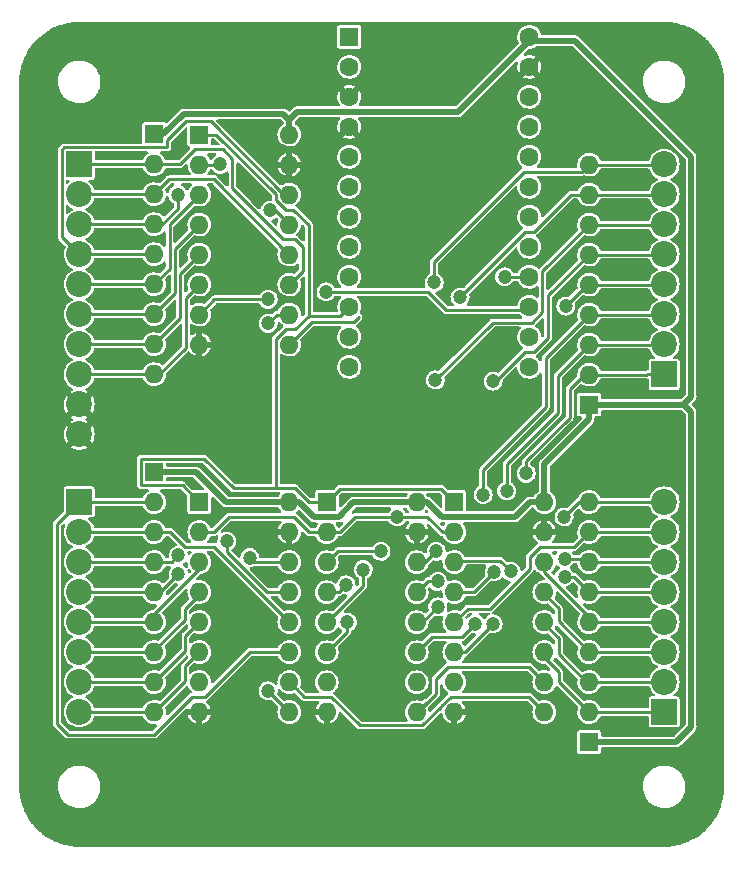
<source format=gbr>
%TF.GenerationSoftware,KiCad,Pcbnew,(6.0.1)*%
%TF.CreationDate,2022-02-11T21:46:40-08:00*%
%TF.ProjectId,dcs-joystick,6463732d-6a6f-4797-9374-69636b2e6b69,rev?*%
%TF.SameCoordinates,Original*%
%TF.FileFunction,Copper,L2,Bot*%
%TF.FilePolarity,Positive*%
%FSLAX46Y46*%
G04 Gerber Fmt 4.6, Leading zero omitted, Abs format (unit mm)*
G04 Created by KiCad (PCBNEW (6.0.1)) date 2022-02-11 21:46:40*
%MOMM*%
%LPD*%
G01*
G04 APERTURE LIST*
%TA.AperFunction,ComponentPad*%
%ADD10R,1.600000X1.600000*%
%TD*%
%TA.AperFunction,ComponentPad*%
%ADD11O,1.600000X1.600000*%
%TD*%
%TA.AperFunction,ComponentPad*%
%ADD12R,2.200000X2.200000*%
%TD*%
%TA.AperFunction,ComponentPad*%
%ADD13C,2.200000*%
%TD*%
%TA.AperFunction,ComponentPad*%
%ADD14C,1.600000*%
%TD*%
%TA.AperFunction,ViaPad*%
%ADD15C,1.200000*%
%TD*%
%TA.AperFunction,Conductor*%
%ADD16C,0.500000*%
%TD*%
%TA.AperFunction,Conductor*%
%ADD17C,0.250000*%
%TD*%
G04 APERTURE END LIST*
D10*
%TO.P,U3,1,~{PL}*%
%TO.N,LOAD*%
X124470000Y-83835000D03*
D11*
%TO.P,U3,2,CP*%
%TO.N,SCLK*%
X124470000Y-86375000D03*
%TO.P,U3,3,D4*%
%TO.N,/D4_1*%
X124470000Y-88915000D03*
%TO.P,U3,4,D5*%
%TO.N,/D5_1*%
X124470000Y-91455000D03*
%TO.P,U3,5,D6*%
%TO.N,/D6_1*%
X124470000Y-93995000D03*
%TO.P,U3,6,D7*%
%TO.N,/D7_1*%
X124470000Y-96535000D03*
%TO.P,U3,7,~{Q7}*%
%TO.N,unconnected-(U3-Pad7)*%
X124470000Y-99075000D03*
%TO.P,U3,8,GND*%
%TO.N,GNDREF*%
X124470000Y-101615000D03*
%TO.P,U3,9,Q7*%
%TO.N,9-16*%
X132090000Y-101615000D03*
%TO.P,U3,10,DS*%
%TO.N,17-24*%
X132090000Y-99075000D03*
%TO.P,U3,11,D0*%
%TO.N,/D0_1*%
X132090000Y-96535000D03*
%TO.P,U3,12,D1*%
%TO.N,/D1_1*%
X132090000Y-93995000D03*
%TO.P,U3,13,D2*%
%TO.N,/D2_1*%
X132090000Y-91455000D03*
%TO.P,U3,14,D3*%
%TO.N,/D3_1*%
X132090000Y-88915000D03*
%TO.P,U3,15,~{CE}*%
%TO.N,GNDREF*%
X132090000Y-86375000D03*
%TO.P,U3,16,VCC*%
%TO.N,+5V*%
X132090000Y-83835000D03*
%TD*%
D10*
%TO.P,RN2,1,common*%
%TO.N,+5V*%
X157480000Y-104155000D03*
D11*
%TO.P,RN2,2,R1*%
%TO.N,/D0_2*%
X157480000Y-101615000D03*
%TO.P,RN2,3,R2*%
%TO.N,/D1_2*%
X157480000Y-99075000D03*
%TO.P,RN2,4,R3*%
%TO.N,/D2_2*%
X157480000Y-96535000D03*
%TO.P,RN2,5,R4*%
%TO.N,/D3_2*%
X157480000Y-93995000D03*
%TO.P,RN2,6,R5*%
%TO.N,/D4_2*%
X157480000Y-91455000D03*
%TO.P,RN2,7,R6*%
%TO.N,/D5_2*%
X157480000Y-88915000D03*
%TO.P,RN2,8,R7*%
%TO.N,/D6_2*%
X157480000Y-86375000D03*
%TO.P,RN2,9,R8*%
%TO.N,/D7_2*%
X157480000Y-83835000D03*
%TD*%
D12*
%TO.P,J4,1,Pin_1*%
%TO.N,/D0_3*%
X163830000Y-73025000D03*
D13*
%TO.P,J4,2,Pin_2*%
%TO.N,/D1_3*%
X163830000Y-70485000D03*
%TO.P,J4,3,Pin_3*%
%TO.N,/D2_3*%
X163830000Y-67945000D03*
%TO.P,J4,4,Pin_4*%
%TO.N,/D3_3*%
X163830000Y-65405000D03*
%TO.P,J4,5,Pin_5*%
%TO.N,/D4_3*%
X163830000Y-62865000D03*
%TO.P,J4,6,Pin_6*%
%TO.N,/D5_3*%
X163830000Y-60325000D03*
%TO.P,J4,7,Pin_7*%
%TO.N,/D6_3*%
X163830000Y-57785000D03*
%TO.P,J4,8,Pin_8*%
%TO.N,/D7_3*%
X163830000Y-55245000D03*
%TD*%
D12*
%TO.P,J1,1,Pin_1*%
%TO.N,/D0_0*%
X114300000Y-55245000D03*
D13*
%TO.P,J1,2,Pin_2*%
%TO.N,/D1_0*%
X114300000Y-57785000D03*
%TO.P,J1,3,Pin_3*%
%TO.N,/D2_0*%
X114300000Y-60325000D03*
%TO.P,J1,4,Pin_4*%
%TO.N,/D3_0*%
X114300000Y-62865000D03*
%TO.P,J1,5,Pin_5*%
%TO.N,/D4_0*%
X114300000Y-65405000D03*
%TO.P,J1,6,Pin_6*%
%TO.N,/D5_0*%
X114300000Y-67945000D03*
%TO.P,J1,7,Pin_7*%
%TO.N,/D6_0*%
X114300000Y-70485000D03*
%TO.P,J1,8,Pin_8*%
%TO.N,/D7_0*%
X114300000Y-73025000D03*
%TO.P,J1,9,Pin_9*%
%TO.N,GNDREF*%
X114300000Y-75565000D03*
%TO.P,J1,10,Pin_10*%
X114300000Y-78105000D03*
%TD*%
D10*
%TO.P,RN1,1,common*%
%TO.N,+5V*%
X120650000Y-52690000D03*
D11*
%TO.P,RN1,2,R1*%
%TO.N,/D0_0*%
X120650000Y-55230000D03*
%TO.P,RN1,3,R2*%
%TO.N,/D1_0*%
X120650000Y-57770000D03*
%TO.P,RN1,4,R3*%
%TO.N,/D2_0*%
X120650000Y-60310000D03*
%TO.P,RN1,5,R4*%
%TO.N,/D3_0*%
X120650000Y-62850000D03*
%TO.P,RN1,6,R5*%
%TO.N,/D4_0*%
X120650000Y-65390000D03*
%TO.P,RN1,7,R6*%
%TO.N,/D5_0*%
X120650000Y-67930000D03*
%TO.P,RN1,8,R7*%
%TO.N,/D6_0*%
X120650000Y-70470000D03*
%TO.P,RN1,9,R8*%
%TO.N,/D7_0*%
X120650000Y-73010000D03*
%TD*%
D12*
%TO.P,J2,1,Pin_1*%
%TO.N,/D0_2*%
X163830000Y-101600000D03*
D13*
%TO.P,J2,2,Pin_2*%
%TO.N,/D1_2*%
X163830000Y-99060000D03*
%TO.P,J2,3,Pin_3*%
%TO.N,/D2_2*%
X163830000Y-96520000D03*
%TO.P,J2,4,Pin_4*%
%TO.N,/D3_2*%
X163830000Y-93980000D03*
%TO.P,J2,5,Pin_5*%
%TO.N,/D4_2*%
X163830000Y-91440000D03*
%TO.P,J2,6,Pin_6*%
%TO.N,/D5_2*%
X163830000Y-88900000D03*
%TO.P,J2,7,Pin_7*%
%TO.N,/D6_2*%
X163830000Y-86360000D03*
%TO.P,J2,8,Pin_8*%
%TO.N,/D7_2*%
X163830000Y-83820000D03*
%TD*%
D10*
%TO.P,RN3,1,common*%
%TO.N,+5V*%
X120650000Y-81295000D03*
D11*
%TO.P,RN3,2,R1*%
%TO.N,/D0_1*%
X120650000Y-83835000D03*
%TO.P,RN3,3,R2*%
%TO.N,/D1_1*%
X120650000Y-86375000D03*
%TO.P,RN3,4,R3*%
%TO.N,/D2_1*%
X120650000Y-88915000D03*
%TO.P,RN3,5,R4*%
%TO.N,/D3_1*%
X120650000Y-91455000D03*
%TO.P,RN3,6,R5*%
%TO.N,/D4_1*%
X120650000Y-93995000D03*
%TO.P,RN3,7,R6*%
%TO.N,/D5_1*%
X120650000Y-96535000D03*
%TO.P,RN3,8,R7*%
%TO.N,/D6_1*%
X120650000Y-99075000D03*
%TO.P,RN3,9,R8*%
%TO.N,/D7_1*%
X120650000Y-101615000D03*
%TD*%
D10*
%TO.P,RN4,1,common*%
%TO.N,+5V*%
X157480000Y-75580000D03*
D11*
%TO.P,RN4,2,R1*%
%TO.N,/D0_3*%
X157480000Y-73040000D03*
%TO.P,RN4,3,R2*%
%TO.N,/D1_3*%
X157480000Y-70500000D03*
%TO.P,RN4,4,R3*%
%TO.N,/D2_3*%
X157480000Y-67960000D03*
%TO.P,RN4,5,R4*%
%TO.N,/D3_3*%
X157480000Y-65420000D03*
%TO.P,RN4,6,R5*%
%TO.N,/D4_3*%
X157480000Y-62880000D03*
%TO.P,RN4,7,R6*%
%TO.N,/D5_3*%
X157480000Y-60340000D03*
%TO.P,RN4,8,R7*%
%TO.N,/D6_3*%
X157480000Y-57800000D03*
%TO.P,RN4,9,R8*%
%TO.N,/D7_3*%
X157480000Y-55260000D03*
%TD*%
D12*
%TO.P,J3,1,Pin_1*%
%TO.N,/D0_1*%
X114300000Y-83820000D03*
D13*
%TO.P,J3,2,Pin_2*%
%TO.N,/D1_1*%
X114300000Y-86360000D03*
%TO.P,J3,3,Pin_3*%
%TO.N,/D2_1*%
X114300000Y-88900000D03*
%TO.P,J3,4,Pin_4*%
%TO.N,/D3_1*%
X114300000Y-91440000D03*
%TO.P,J3,5,Pin_5*%
%TO.N,/D4_1*%
X114300000Y-93980000D03*
%TO.P,J3,6,Pin_6*%
%TO.N,/D5_1*%
X114300000Y-96520000D03*
%TO.P,J3,7,Pin_7*%
%TO.N,/D6_1*%
X114300000Y-99060000D03*
%TO.P,J3,8,Pin_8*%
%TO.N,/D7_1*%
X114300000Y-101600000D03*
%TD*%
D10*
%TO.P,U4,1,~{PL}*%
%TO.N,LOAD*%
X135265000Y-83850000D03*
D11*
%TO.P,U4,2,CP*%
%TO.N,SCLK*%
X135265000Y-86390000D03*
%TO.P,U4,3,D4*%
%TO.N,/D4_3*%
X135265000Y-88930000D03*
%TO.P,U4,4,D5*%
%TO.N,/D5_3*%
X135265000Y-91470000D03*
%TO.P,U4,5,D6*%
%TO.N,/D6_3*%
X135265000Y-94010000D03*
%TO.P,U4,6,D7*%
%TO.N,/D7_3*%
X135265000Y-96550000D03*
%TO.P,U4,7,~{Q7}*%
%TO.N,unconnected-(U4-Pad7)*%
X135265000Y-99090000D03*
%TO.P,U4,8,GND*%
%TO.N,GNDREF*%
X135265000Y-101630000D03*
%TO.P,U4,9,Q7*%
%TO.N,25-32*%
X142885000Y-101630000D03*
%TO.P,U4,10,DS*%
%TO.N,unconnected-(U4-Pad10)*%
X142885000Y-99090000D03*
%TO.P,U4,11,D0*%
%TO.N,/D0_3*%
X142885000Y-96550000D03*
%TO.P,U4,12,D1*%
%TO.N,/D1_3*%
X142885000Y-94010000D03*
%TO.P,U4,13,D2*%
%TO.N,/D2_3*%
X142885000Y-91470000D03*
%TO.P,U4,14,D3*%
%TO.N,/D3_3*%
X142885000Y-88930000D03*
%TO.P,U4,15,~{CE}*%
%TO.N,GNDREF*%
X142885000Y-86390000D03*
%TO.P,U4,16,VCC*%
%TO.N,+5V*%
X142885000Y-83850000D03*
%TD*%
D10*
%TO.P,U2,1,~{PL}*%
%TO.N,LOAD*%
X146060000Y-83835000D03*
D11*
%TO.P,U2,2,CP*%
%TO.N,SCLK*%
X146060000Y-86375000D03*
%TO.P,U2,3,D4*%
%TO.N,/D4_2*%
X146060000Y-88915000D03*
%TO.P,U2,4,D5*%
%TO.N,/D5_2*%
X146060000Y-91455000D03*
%TO.P,U2,5,D6*%
%TO.N,/D6_2*%
X146060000Y-93995000D03*
%TO.P,U2,6,D7*%
%TO.N,/D7_2*%
X146060000Y-96535000D03*
%TO.P,U2,7,~{Q7}*%
%TO.N,unconnected-(U2-Pad7)*%
X146060000Y-99075000D03*
%TO.P,U2,8,GND*%
%TO.N,GNDREF*%
X146060000Y-101615000D03*
%TO.P,U2,9,Q7*%
%TO.N,17-24*%
X153680000Y-101615000D03*
%TO.P,U2,10,DS*%
%TO.N,25-32*%
X153680000Y-99075000D03*
%TO.P,U2,11,D0*%
%TO.N,/D0_2*%
X153680000Y-96535000D03*
%TO.P,U2,12,D1*%
%TO.N,/D1_2*%
X153680000Y-93995000D03*
%TO.P,U2,13,D2*%
%TO.N,/D2_2*%
X153680000Y-91455000D03*
%TO.P,U2,14,D3*%
%TO.N,/D3_2*%
X153680000Y-88915000D03*
%TO.P,U2,15,~{CE}*%
%TO.N,GNDREF*%
X153680000Y-86375000D03*
%TO.P,U2,16,VCC*%
%TO.N,+5V*%
X153680000Y-83835000D03*
%TD*%
D10*
%TO.P,U1,1,~{PL}*%
%TO.N,LOAD*%
X124470000Y-52720000D03*
D11*
%TO.P,U1,2,CP*%
%TO.N,SCLK*%
X124470000Y-55260000D03*
%TO.P,U1,3,D4*%
%TO.N,/D4_0*%
X124470000Y-57800000D03*
%TO.P,U1,4,D5*%
%TO.N,/D5_0*%
X124470000Y-60340000D03*
%TO.P,U1,5,D6*%
%TO.N,/D6_0*%
X124470000Y-62880000D03*
%TO.P,U1,6,D7*%
%TO.N,/D7_0*%
X124470000Y-65420000D03*
%TO.P,U1,7,~{Q7}*%
%TO.N,MISO*%
X124470000Y-67960000D03*
%TO.P,U1,8,GND*%
%TO.N,GNDREF*%
X124470000Y-70500000D03*
%TO.P,U1,9,Q7*%
%TO.N,unconnected-(U1-Pad9)*%
X132090000Y-70500000D03*
%TO.P,U1,10,DS*%
%TO.N,9-16*%
X132090000Y-67960000D03*
%TO.P,U1,11,D0*%
%TO.N,/D0_0*%
X132090000Y-65420000D03*
%TO.P,U1,12,D1*%
%TO.N,/D1_0*%
X132090000Y-62880000D03*
%TO.P,U1,13,D2*%
%TO.N,/D2_0*%
X132090000Y-60340000D03*
%TO.P,U1,14,D3*%
%TO.N,/D3_0*%
X132090000Y-57800000D03*
%TO.P,U1,15,~{CE}*%
%TO.N,GNDREF*%
X132090000Y-55260000D03*
%TO.P,U1,16,VCC*%
%TO.N,+5V*%
X132090000Y-52720000D03*
%TD*%
D10*
%TO.P,U5,1,1*%
%TO.N,unconnected-(U5-Pad1)*%
X137160000Y-44450000D03*
D14*
%TO.P,U5,2,0*%
%TO.N,unconnected-(U5-Pad2)*%
X137160000Y-46990000D03*
%TO.P,U5,3,GND*%
%TO.N,GNDREF*%
X137160000Y-49530000D03*
%TO.P,U5,4,GND*%
X137160000Y-52070000D03*
%TO.P,U5,5,2*%
%TO.N,unconnected-(U5-Pad5)*%
X137160000Y-54610000D03*
%TO.P,U5,6,3*%
%TO.N,unconnected-(U5-Pad6)*%
X137160000Y-57150000D03*
%TO.P,U5,7,4*%
%TO.N,unconnected-(U5-Pad7)*%
X137160000Y-59690000D03*
%TO.P,U5,8,5*%
%TO.N,unconnected-(U5-Pad8)*%
X137160000Y-62230000D03*
%TO.P,U5,9,6*%
%TO.N,unconnected-(U5-Pad9)*%
X137160000Y-64770000D03*
%TO.P,U5,10,7*%
%TO.N,LOAD*%
X137160000Y-67310000D03*
%TO.P,U5,11,8*%
%TO.N,unconnected-(U5-Pad11)*%
X137160000Y-69850000D03*
%TO.P,U5,12,9*%
%TO.N,unconnected-(U5-Pad12)*%
X137160000Y-72390000D03*
%TO.P,U5,13,10*%
%TO.N,unconnected-(U5-Pad13)*%
X152400000Y-72390000D03*
%TO.P,U5,14,16*%
%TO.N,unconnected-(U5-Pad14)*%
X152400000Y-69850000D03*
%TO.P,U5,15,14*%
%TO.N,MISO*%
X152400000Y-67310000D03*
%TO.P,U5,16,15*%
%TO.N,SCLK*%
X152400000Y-64770000D03*
%TO.P,U5,17,18*%
%TO.N,unconnected-(U5-Pad17)*%
X152400000Y-62230000D03*
%TO.P,U5,18,19*%
%TO.N,unconnected-(U5-Pad18)*%
X152400000Y-59690000D03*
%TO.P,U5,19,20*%
%TO.N,unconnected-(U5-Pad19)*%
X152400000Y-57150000D03*
%TO.P,U5,20,21*%
%TO.N,unconnected-(U5-Pad20)*%
X152400000Y-54610000D03*
%TO.P,U5,21,VCC*%
%TO.N,unconnected-(U5-Pad21)*%
X152400000Y-52070000D03*
%TO.P,U5,22,RST*%
%TO.N,unconnected-(U5-Pad22)*%
X152400000Y-49530000D03*
%TO.P,U5,23,GND*%
%TO.N,GNDREF*%
X152400000Y-46990000D03*
%TO.P,U5,24,RAW*%
%TO.N,+5V*%
X152400000Y-44450000D03*
%TD*%
D15*
%TO.N,SCLK*%
X126238000Y-55245000D03*
X150323500Y-64770000D03*
X141224000Y-85100200D03*
%TO.N,MISO*%
X130302000Y-66675000D03*
X135204000Y-66040000D03*
%TO.N,9-16*%
X130302000Y-68707000D03*
X130302000Y-99822000D03*
%TO.N,/D2_0*%
X130450000Y-59150000D03*
X122650000Y-57800000D03*
%TO.N,/D4_2*%
X150856842Y-89699884D03*
X155399998Y-90150000D03*
%TO.N,/D5_2*%
X155400000Y-88650000D03*
X149457542Y-89723700D03*
%TO.N,/D7_2*%
X149350000Y-94150000D03*
X155350000Y-85100000D03*
%TO.N,/D2_1*%
X126800000Y-87150000D03*
X122700000Y-88350000D03*
%TO.N,/D3_1*%
X128750000Y-88550000D03*
X122700000Y-89916000D03*
%TO.N,/D0_3*%
X147850000Y-94150000D03*
X152146000Y-81407000D03*
%TO.N,/D1_3*%
X150500000Y-82900000D03*
X144653000Y-92710000D03*
%TO.N,/D2_3*%
X148500000Y-83200000D03*
X144653000Y-90551000D03*
%TO.N,/D3_3*%
X155500000Y-67250000D03*
X144526000Y-88011000D03*
%TO.N,/D4_3*%
X139850000Y-88000000D03*
X149350000Y-73600000D03*
%TO.N,/D5_3*%
X136900000Y-90850000D03*
X144450000Y-73500000D03*
%TO.N,/D6_3*%
X146544000Y-66490300D03*
X138350000Y-89550000D03*
%TO.N,/D7_3*%
X137000000Y-94000000D03*
X144350000Y-65250000D03*
%TD*%
D16*
%TO.N,GNDREF*%
X124470000Y-70500000D02*
X125095000Y-70500000D01*
D17*
%TO.N,LOAD*%
X132588000Y-82677000D02*
X133761000Y-83850000D01*
X119507000Y-80188978D02*
X119525489Y-80170489D01*
X144950000Y-82724700D02*
X136390000Y-82724700D01*
X124470000Y-52720000D02*
X125895000Y-52720000D01*
X130940000Y-70059400D02*
X131785000Y-69215000D01*
X133731000Y-60373700D02*
X133731000Y-68072000D01*
X119525489Y-82419511D02*
X119507000Y-82401022D01*
X136398000Y-68072000D02*
X133731000Y-68072000D01*
X119507000Y-82401022D02*
X119507000Y-80188978D01*
X125895000Y-52720000D02*
X130965000Y-57790500D01*
X136390000Y-82724700D02*
X135265000Y-83850000D01*
X127381000Y-82677000D02*
X132588000Y-82677000D01*
X131785000Y-69215000D02*
X132588000Y-69215000D01*
X137160000Y-67310000D02*
X136398000Y-68072000D01*
X124874489Y-80170489D02*
X127381000Y-82677000D01*
X119525489Y-80170489D02*
X124874489Y-80170489D01*
X130965000Y-57790500D02*
X130965000Y-58265800D01*
X132427000Y-59070000D02*
X133731000Y-60373700D01*
X130965000Y-58265800D02*
X131770000Y-59070000D01*
X132588000Y-69215000D02*
X133731000Y-68072000D01*
X123054511Y-82419511D02*
X119525489Y-82419511D01*
X146060000Y-83835000D02*
X144950000Y-82724700D01*
X124470000Y-83835000D02*
X123054511Y-82419511D01*
X130940000Y-82673700D02*
X130940000Y-70059400D01*
X131770000Y-59070000D02*
X132427000Y-59070000D01*
X133761000Y-83850000D02*
X135265000Y-83850000D01*
%TO.N,SCLK*%
X135265000Y-86390000D02*
X133761000Y-86390000D01*
X124470000Y-55260000D02*
X126223000Y-55260000D01*
X132461000Y-85090000D02*
X127000000Y-85090000D01*
X133761000Y-86390000D02*
X132461000Y-85090000D01*
X125715000Y-86375000D02*
X124470000Y-86375000D01*
X146060000Y-86375000D02*
X145062500Y-86375000D01*
X127000000Y-85090000D02*
X125715000Y-86375000D01*
X137680100Y-85100200D02*
X136390300Y-86390000D01*
X145062500Y-86375000D02*
X143787700Y-85100200D01*
X126223000Y-55260000D02*
X126238000Y-55245000D01*
X143787700Y-85100200D02*
X137680100Y-85100200D01*
X152400000Y-64770000D02*
X150323500Y-64770000D01*
X136390300Y-86390000D02*
X135265000Y-86390000D01*
%TO.N,MISO*%
X145376800Y-67585500D02*
X143831300Y-66040000D01*
X124470000Y-67960000D02*
X125755000Y-66675000D01*
X125755000Y-66675000D02*
X130302000Y-66675000D01*
X152400000Y-67310000D02*
X152124500Y-67585500D01*
X152124500Y-67585500D02*
X145376800Y-67585500D01*
X143831300Y-66040000D02*
X135204000Y-66040000D01*
%TO.N,unconnected-(U1-Pad9)*%
X134010000Y-68580000D02*
X137573000Y-68580000D01*
X132090000Y-70500000D02*
X134010000Y-68580000D01*
X137573000Y-68580000D02*
X137954000Y-68199000D01*
%TO.N,9-16*%
X132090000Y-67960000D02*
X131049000Y-67960000D01*
X132090000Y-101615000D02*
X132090000Y-101610000D01*
X132050000Y-68000000D02*
X132090000Y-67960000D01*
X132090000Y-101610000D02*
X130302000Y-99822000D01*
X131049000Y-67960000D02*
X130302000Y-68707000D01*
D16*
%TO.N,+5V*%
X152400000Y-44766700D02*
X156273000Y-44766700D01*
X166116000Y-76200000D02*
X165496000Y-75580000D01*
X166116000Y-102897000D02*
X166116000Y-76200000D01*
X166116000Y-74930000D02*
X165466000Y-75580000D01*
X131599000Y-50978500D02*
X132090000Y-51469700D01*
X132090000Y-52720000D02*
X132090000Y-51469700D01*
X165496000Y-75580000D02*
X165466000Y-75580000D01*
X165466000Y-75580000D02*
X164206000Y-75580000D01*
X164206000Y-75580000D02*
X157480000Y-75580000D01*
X123150000Y-50978500D02*
X131599000Y-50978500D01*
X156273000Y-44766700D02*
X166116000Y-54610000D01*
X146387431Y-50779511D02*
X132780189Y-50779511D01*
X132090000Y-83835000D02*
X126710518Y-83835000D01*
X165466000Y-75580000D02*
X164206000Y-75580000D01*
X152400000Y-44450000D02*
X152400000Y-44766700D01*
X149573971Y-47592971D02*
X146387431Y-50779511D01*
X166116000Y-54610000D02*
X166116000Y-74930000D01*
X124170518Y-81295000D02*
X120650000Y-81295000D01*
X132780189Y-50779511D02*
X132090000Y-51469700D01*
X153680000Y-80630300D02*
X153680000Y-83835000D01*
X132090000Y-83835000D02*
X132933518Y-83835000D01*
X121438000Y-52690000D02*
X123150000Y-50978500D01*
X152400000Y-44766700D02*
X149573971Y-47592971D01*
X136261000Y-85100400D02*
X137511000Y-83850000D01*
X157480000Y-75580000D02*
X157480000Y-76830300D01*
X142885000Y-83850000D02*
X143757000Y-83850000D01*
X132933518Y-83835000D02*
X134198918Y-85100400D01*
X120650000Y-52690000D02*
X121438000Y-52690000D01*
X151179000Y-85085400D02*
X152430000Y-83835000D01*
X144993000Y-85085400D02*
X151179000Y-85085400D01*
X164858000Y-104155000D02*
X166116000Y-102897000D01*
X126710518Y-83835000D02*
X124170518Y-81295000D01*
X157480000Y-104155000D02*
X164858000Y-104155000D01*
X143757000Y-83850000D02*
X144993000Y-85085400D01*
X137511000Y-83850000D02*
X142885000Y-83850000D01*
X134198918Y-85100400D02*
X136261000Y-85100400D01*
X152430000Y-83835000D02*
X153680000Y-83835000D01*
X157480000Y-76830300D02*
X153680000Y-80630300D01*
D17*
%TO.N,17-24*%
X135636000Y-100330000D02*
X138061000Y-102755000D01*
X143351000Y-102755000D02*
X144935000Y-101170000D01*
X132715000Y-99695000D02*
X132710000Y-99695000D01*
X145755000Y-100330000D02*
X152395000Y-100330000D01*
X144935000Y-101149000D02*
X145755000Y-100330000D01*
X133350000Y-100330000D02*
X135636000Y-100330000D01*
X132080000Y-99060000D02*
X132715000Y-99695000D01*
X138061000Y-102755000D02*
X143351000Y-102755000D01*
X144935000Y-101170000D02*
X144935000Y-101149000D01*
X132710000Y-99695000D02*
X132090000Y-99075000D01*
X132715000Y-99695000D02*
X133350000Y-100330000D01*
X152395000Y-100330000D02*
X153680000Y-101615000D01*
%TO.N,25-32*%
X144526000Y-100074000D02*
X143763000Y-100837000D01*
X144526000Y-98785400D02*
X144526000Y-100074000D01*
X153680000Y-99075000D02*
X152395000Y-97790000D01*
X143763000Y-100837000D02*
X143000000Y-101600000D01*
X143678000Y-100837000D02*
X142885000Y-101630000D01*
X145521000Y-97790000D02*
X144526000Y-98785400D01*
X143763000Y-100837000D02*
X143678000Y-100837000D01*
X152395000Y-97790000D02*
X145521000Y-97790000D01*
%TO.N,/D0_0*%
X122824000Y-55230000D02*
X124079000Y-53975000D01*
X127275000Y-54758000D02*
X127275000Y-57288800D01*
X114315000Y-55230000D02*
X114300000Y-55245000D01*
X127275000Y-57288800D02*
X131581000Y-61595000D01*
X131581000Y-61595000D02*
X132588000Y-61595000D01*
X124079000Y-53975000D02*
X126492000Y-53975000D01*
X132588000Y-61595000D02*
X133248400Y-62255400D01*
X114315000Y-55230000D02*
X113904000Y-55230000D01*
X126492000Y-53975000D02*
X127275000Y-54758000D01*
X133248400Y-62255400D02*
X133248400Y-64261600D01*
X120650000Y-55230000D02*
X122824000Y-55230000D01*
X120650000Y-55230000D02*
X114315000Y-55230000D01*
X133248400Y-64261600D02*
X132090000Y-65420000D01*
%TO.N,/D1_0*%
X114300000Y-57785000D02*
X114315000Y-57770000D01*
X120650000Y-57770000D02*
X121905000Y-56515000D01*
X114666000Y-57770000D02*
X114315000Y-57770000D01*
X120650000Y-57770000D02*
X114666000Y-57770000D01*
X125725000Y-56515000D02*
X132090000Y-62880000D01*
X121905000Y-56515000D02*
X125725000Y-56515000D01*
%TO.N,/D2_0*%
X132090000Y-60340000D02*
X132090000Y-60335000D01*
X114412000Y-60310000D02*
X114315000Y-60310000D01*
X121340000Y-60310000D02*
X122650000Y-59000000D01*
X114300000Y-60325000D02*
X114315000Y-60310000D01*
X120650000Y-60310000D02*
X114412000Y-60310000D01*
X132090000Y-60335000D02*
X130905000Y-59150000D01*
X130905000Y-59150000D02*
X130450000Y-59150000D01*
X120650000Y-60310000D02*
X121340000Y-60310000D01*
X122650000Y-59000000D02*
X122650000Y-57800000D01*
%TO.N,/D3_0*%
X125445000Y-51595500D02*
X123346000Y-51595500D01*
X112845000Y-61395100D02*
X114300000Y-62850000D01*
X112845000Y-53993100D02*
X112845000Y-61395100D01*
X121775000Y-53814500D02*
X121769000Y-53819600D01*
X120650000Y-62850000D02*
X114442000Y-62850000D01*
X114300000Y-62850000D02*
X114300000Y-62865000D01*
X113019000Y-53819600D02*
X112845000Y-53993100D01*
X132090000Y-57800000D02*
X131650000Y-57800000D01*
X121769000Y-53819600D02*
X113019000Y-53819600D01*
X123346000Y-51595500D02*
X121775000Y-53166500D01*
X114442000Y-62850000D02*
X114300000Y-62850000D01*
X121775000Y-53166500D02*
X121775000Y-53814500D01*
X131650000Y-57800000D02*
X125445000Y-51595500D01*
%TO.N,/D4_0*%
X121950000Y-60335700D02*
X121950000Y-64090000D01*
X124470000Y-57800000D02*
X124470000Y-57815700D01*
X121950000Y-64090000D02*
X120650000Y-65390000D01*
X124470000Y-57815700D02*
X121950000Y-60335700D01*
X114315000Y-65390000D02*
X114300000Y-65405000D01*
X114315000Y-65390000D02*
X114158000Y-65390000D01*
X120650000Y-65390000D02*
X114315000Y-65390000D01*
%TO.N,/D5_0*%
X114315000Y-67930000D02*
X114300000Y-67945000D01*
X120650000Y-67930000D02*
X114315000Y-67930000D01*
X122400000Y-62410000D02*
X124470000Y-60340000D01*
X114315000Y-67930000D02*
X114158000Y-67930000D01*
X122400000Y-66180000D02*
X122400000Y-62410000D01*
X120650000Y-67930000D02*
X122400000Y-66180000D01*
X120650000Y-67930000D02*
X120650000Y-67367300D01*
%TO.N,/D6_0*%
X114315000Y-70470000D02*
X114300000Y-70485000D01*
X120650000Y-70470000D02*
X114412000Y-70470000D01*
X122850000Y-68270000D02*
X122850000Y-64500000D01*
X114412000Y-70470000D02*
X114315000Y-70470000D01*
X120650000Y-70470000D02*
X121046000Y-70470000D01*
X120650000Y-70470000D02*
X122850000Y-68270000D01*
X122850000Y-64500000D02*
X124470000Y-62880000D01*
X120650000Y-70470000D02*
X120650000Y-69907300D01*
%TO.N,/D7_0*%
X121097000Y-73010000D02*
X120650000Y-73010000D01*
X114315000Y-73010000D02*
X120650000Y-73010000D01*
X123342000Y-70764400D02*
X121097000Y-73010000D01*
X124470000Y-65420000D02*
X123342000Y-66547600D01*
X114300000Y-73025000D02*
X114315000Y-73010000D01*
X123342000Y-66547600D02*
X123342000Y-70764400D01*
%TO.N,/D0_2*%
X163815000Y-101615000D02*
X163896000Y-101615000D01*
X163815000Y-101615000D02*
X163830000Y-101600000D01*
X154900000Y-99035000D02*
X157480000Y-101615000D01*
X157480000Y-101615000D02*
X163815000Y-101615000D01*
X154900000Y-98207200D02*
X154900000Y-99035000D01*
X153680000Y-96535000D02*
X153680000Y-96987200D01*
X153680000Y-96987200D02*
X154900000Y-98207200D01*
%TO.N,/D1_2*%
X157480000Y-99075000D02*
X163561000Y-99075000D01*
X154900000Y-95362400D02*
X154900000Y-96734000D01*
X157241000Y-99075000D02*
X157480000Y-99075000D01*
X154900000Y-96734000D02*
X157241000Y-99075000D01*
X163815000Y-99075000D02*
X163830000Y-99060000D01*
X153680000Y-94142400D02*
X154900000Y-95362400D01*
X153680000Y-93995000D02*
X153680000Y-94142400D01*
X163561000Y-99075000D02*
X163815000Y-99075000D01*
%TO.N,/D2_2*%
X153680000Y-91455000D02*
X153680000Y-91602400D01*
X154900000Y-92822400D02*
X154900000Y-93940000D01*
X154900000Y-93940000D02*
X157480000Y-96520000D01*
X157480000Y-96535000D02*
X163815000Y-96535000D01*
X153680000Y-91602400D02*
X154900000Y-92822400D01*
X163815000Y-96535000D02*
X163830000Y-96520000D01*
X163815000Y-96535000D02*
X164607000Y-96535000D01*
X157480000Y-96520000D02*
X157480000Y-96535000D01*
%TO.N,/D3_2*%
X157480000Y-93537445D02*
X157480000Y-93995000D01*
X163815000Y-93995000D02*
X163917000Y-93995000D01*
X157480000Y-93995000D02*
X163815000Y-93995000D01*
X163815000Y-93995000D02*
X163830000Y-93980000D01*
X153680000Y-89737445D02*
X157480000Y-93537445D01*
X153680000Y-88915000D02*
X153680000Y-89737445D01*
%TO.N,/D4_2*%
X149956158Y-88799200D02*
X150856842Y-89699884D01*
X157480000Y-91455000D02*
X156175000Y-90150000D01*
X156175000Y-90150000D02*
X155399998Y-90150000D01*
X157480000Y-91455000D02*
X163815000Y-91455000D01*
X163815000Y-91455000D02*
X163830000Y-91440000D01*
X146176000Y-88799200D02*
X149956158Y-88799200D01*
X146060000Y-88915000D02*
X146176000Y-88799200D01*
X163815000Y-91455000D02*
X163866000Y-91455000D01*
%TO.N,/D5_2*%
X163815000Y-88915000D02*
X164221000Y-88915000D01*
X157480000Y-88915000D02*
X157215000Y-88650000D01*
X146060000Y-91455000D02*
X147726242Y-91455000D01*
X158043000Y-88915000D02*
X157480000Y-88915000D01*
X163815000Y-88915000D02*
X163830000Y-88900000D01*
X158043000Y-88915000D02*
X163815000Y-88915000D01*
X157215000Y-88650000D02*
X155400000Y-88650000D01*
X157480000Y-88915000D02*
X158043000Y-88915000D01*
X147726242Y-91455000D02*
X149457542Y-89723700D01*
%TO.N,/D6_2*%
X152441000Y-89516800D02*
X152441000Y-88499800D01*
X163815000Y-86375000D02*
X164251000Y-86375000D01*
X163815000Y-86375000D02*
X163830000Y-86360000D01*
X153290000Y-87650000D02*
X156205000Y-87650000D01*
X156205000Y-87650000D02*
X157480000Y-86375000D01*
X146060000Y-93995000D02*
X147185000Y-92869700D01*
X158043000Y-86375000D02*
X163815000Y-86375000D01*
X147185000Y-92869700D02*
X149088000Y-92869700D01*
X157480000Y-86375000D02*
X158043000Y-86375000D01*
X158043000Y-86375000D02*
X157480000Y-86375000D01*
X152441000Y-88499800D02*
X153290000Y-87650000D01*
X149088000Y-92869700D02*
X152441000Y-89516800D01*
%TO.N,/D7_2*%
X163693000Y-83835000D02*
X163815000Y-83835000D01*
X156615000Y-83835000D02*
X155350000Y-85100000D01*
X146060000Y-96535000D02*
X146965000Y-96535000D01*
X163815000Y-83835000D02*
X163830000Y-83820000D01*
X157480000Y-83835000D02*
X156615000Y-83835000D01*
X146965000Y-96535000D02*
X149350000Y-94150000D01*
X157480000Y-83835000D02*
X163693000Y-83835000D01*
%TO.N,/D0_1*%
X114300000Y-83820000D02*
X114300000Y-83827500D01*
X119525000Y-83835000D02*
X120650000Y-83835000D01*
X123825000Y-100330000D02*
X124968000Y-100330000D01*
X128763000Y-96535000D02*
X132090000Y-96535000D01*
X119517000Y-83827500D02*
X119525000Y-83835000D01*
X114300000Y-83827500D02*
X112420000Y-85707100D01*
X112420000Y-85707100D02*
X112420000Y-102616000D01*
X113335000Y-103530000D02*
X120625000Y-103530000D01*
X114300000Y-83827500D02*
X119517000Y-83827500D01*
X112420000Y-102616000D02*
X113335000Y-103530000D01*
X120625000Y-103530000D02*
X123825000Y-100330000D01*
X124968000Y-100330000D02*
X128763000Y-96535000D01*
%TO.N,/D1_1*%
X114315000Y-86375000D02*
X113934000Y-86375000D01*
X122032000Y-86375000D02*
X123287000Y-87630000D01*
X120650000Y-86375000D02*
X122032000Y-86375000D01*
X114315000Y-86375000D02*
X114300000Y-86360000D01*
X125725000Y-87630000D02*
X132090000Y-93995000D01*
X120650000Y-86375000D02*
X114315000Y-86375000D01*
X123287000Y-87630000D02*
X125725000Y-87630000D01*
%TO.N,/D2_1*%
X114569000Y-88915000D02*
X114315000Y-88915000D01*
X120650000Y-88915000D02*
X122135000Y-88915000D01*
X122135000Y-88915000D02*
X122700000Y-88350000D01*
X132090000Y-91455000D02*
X130190000Y-91455000D01*
X114315000Y-88915000D02*
X114300000Y-88900000D01*
X120650000Y-88915000D02*
X114569000Y-88915000D01*
X130190000Y-91455000D02*
X126800000Y-88065000D01*
X126800000Y-88065000D02*
X126800000Y-87150000D01*
%TO.N,/D3_1*%
X121161000Y-91455000D02*
X122700000Y-89916000D01*
X129115000Y-88915000D02*
X128750000Y-88550000D01*
X120650000Y-91455000D02*
X121161000Y-91455000D01*
X120650000Y-91455000D02*
X114315000Y-91455000D01*
X114315000Y-91455000D02*
X114300000Y-91440000D01*
X132090000Y-88915000D02*
X129115000Y-88915000D01*
%TO.N,/D4_1*%
X120650000Y-93995000D02*
X120650000Y-93348100D01*
X124470000Y-89528100D02*
X124470000Y-88915000D01*
X120327000Y-93995000D02*
X114315000Y-93995000D01*
X120650000Y-93348100D02*
X124470000Y-89528100D01*
X120650000Y-93995000D02*
X120327000Y-93995000D01*
X114315000Y-93995000D02*
X114300000Y-93980000D01*
X114315000Y-93995000D02*
X114061000Y-93995000D01*
X120650000Y-93995000D02*
X120327000Y-93995000D01*
%TO.N,/D5_1*%
X114315000Y-96535000D02*
X114300000Y-96520000D01*
X120650000Y-96535000D02*
X120087000Y-96535000D01*
X120087000Y-96535000D02*
X114315000Y-96535000D01*
X123250000Y-93793000D02*
X120650000Y-96393000D01*
X120650000Y-96393000D02*
X120650000Y-96535000D01*
X120650000Y-96535000D02*
X120087000Y-96535000D01*
X114315000Y-96535000D02*
X114285000Y-96535000D01*
X124470000Y-91455000D02*
X124470000Y-91684000D01*
X124470000Y-91455000D02*
X124470000Y-92152400D01*
X124470000Y-91684000D02*
X123250000Y-92904000D01*
X123250000Y-92904000D02*
X123250000Y-93793000D01*
%TO.N,/D6_1*%
X124470000Y-93995000D02*
X123300000Y-95165000D01*
X120650000Y-99075000D02*
X114823000Y-99075000D01*
X123300000Y-95165000D02*
X123300000Y-96410000D01*
X114315000Y-99075000D02*
X114300000Y-99060000D01*
X114823000Y-99075000D02*
X114315000Y-99075000D01*
X120650000Y-99060000D02*
X120650000Y-99075000D01*
X123300000Y-96410000D02*
X120650000Y-99060000D01*
%TO.N,/D7_1*%
X114315000Y-101615000D02*
X113680000Y-101615000D01*
X123250000Y-97755000D02*
X123250000Y-99015000D01*
X124470000Y-96535000D02*
X123250000Y-97755000D01*
X120650000Y-101615000D02*
X114315000Y-101615000D01*
X123250000Y-99015000D02*
X120650000Y-101615000D01*
X114315000Y-101615000D02*
X114300000Y-101600000D01*
%TO.N,/D0_3*%
X162405000Y-73025000D02*
X163830000Y-73025000D01*
X157480000Y-73040000D02*
X162390000Y-73040000D01*
X146750000Y-95250000D02*
X147850000Y-94150000D01*
X157084000Y-73040000D02*
X157480000Y-73040000D01*
X142885000Y-96550000D02*
X144185000Y-95250000D01*
X144185000Y-95250000D02*
X146750000Y-95250000D01*
X152146000Y-80391000D02*
X155829000Y-76708000D01*
X155829000Y-76708000D02*
X155829000Y-74295000D01*
X155829000Y-74295000D02*
X157084000Y-73040000D01*
X162390000Y-73040000D02*
X162405000Y-73025000D01*
X152146000Y-81407000D02*
X152146000Y-80391000D01*
%TO.N,/D1_3*%
X163815000Y-70500000D02*
X163830000Y-70485000D01*
X142885000Y-94010000D02*
X143353000Y-94010000D01*
X143353000Y-94010000D02*
X144653000Y-92710000D01*
X154813000Y-73167000D02*
X154813000Y-76327000D01*
X157480000Y-70500000D02*
X163815000Y-70500000D01*
X157480000Y-70500000D02*
X154813000Y-73167000D01*
X154813000Y-76327000D02*
X150500000Y-80640000D01*
X150500000Y-80640000D02*
X150500000Y-82900000D01*
%TO.N,/D2_3*%
X157480000Y-67960000D02*
X163815000Y-67960000D01*
X153797000Y-75819000D02*
X148500000Y-81116000D01*
X157480000Y-67960000D02*
X153797000Y-71643000D01*
X153797000Y-71643000D02*
X153797000Y-75819000D01*
X142885000Y-91470000D02*
X143804000Y-90551000D01*
X163815000Y-67960000D02*
X163830000Y-67945000D01*
X148500000Y-81116000D02*
X148500000Y-83200000D01*
X143804000Y-90551000D02*
X144653000Y-90551000D01*
%TO.N,/D3_3*%
X142885000Y-88930000D02*
X143607000Y-88930000D01*
X157480000Y-65420000D02*
X157287000Y-65420000D01*
X163815000Y-65420000D02*
X163830000Y-65405000D01*
X155500000Y-67207200D02*
X155500000Y-67250000D01*
X143607000Y-88930000D02*
X144526000Y-88011000D01*
X157287000Y-65420000D02*
X155500000Y-67207200D01*
X157480000Y-65420000D02*
X163815000Y-65420000D01*
%TO.N,/D4_3*%
X154013000Y-66347300D02*
X154013000Y-69915500D01*
X136195000Y-88000000D02*
X139850000Y-88000000D01*
X135265000Y-88930000D02*
X136195000Y-88000000D01*
X152808000Y-71120000D02*
X152030000Y-71120000D01*
X163815000Y-62880000D02*
X163830000Y-62865000D01*
X149550000Y-73600000D02*
X149350000Y-73600000D01*
X154013000Y-69915500D02*
X152808000Y-71120000D01*
X157480000Y-62880000D02*
X163815000Y-62880000D01*
X157480000Y-62880000D02*
X154013000Y-66347300D01*
X152030000Y-71120000D02*
X149550000Y-73600000D01*
%TO.N,/D5_3*%
X162749400Y-60400000D02*
X163252000Y-60902600D01*
X153525000Y-67775800D02*
X152652000Y-68648500D01*
X157480000Y-60340000D02*
X157480000Y-60400000D01*
X157480000Y-60340000D02*
X153525000Y-64295500D01*
X162749400Y-60400000D02*
X163252000Y-60400000D01*
X163252000Y-60902600D02*
X163830000Y-60325000D01*
X157480000Y-60400000D02*
X157480000Y-60902600D01*
X149301000Y-68648500D02*
X144450000Y-73500000D01*
X135265000Y-91470000D02*
X136280000Y-91470000D01*
X152652000Y-68648500D02*
X149301000Y-68648500D01*
X157480000Y-60400000D02*
X162749400Y-60400000D01*
X136280000Y-91470000D02*
X136900000Y-90850000D01*
X153525000Y-64295500D02*
X153525000Y-67775800D01*
%TO.N,/D6_3*%
X135265000Y-94010000D02*
X138350000Y-90925000D01*
X152781000Y-60960000D02*
X152074000Y-60960000D01*
X138350000Y-90925000D02*
X138350000Y-89550000D01*
X157480000Y-57800000D02*
X163815000Y-57800000D01*
X152074000Y-60960000D02*
X146544000Y-66490300D01*
X157480000Y-57800000D02*
X155941000Y-57800000D01*
X155941000Y-57800000D02*
X152781000Y-60960000D01*
X163815000Y-57800000D02*
X163830000Y-57785000D01*
%TO.N,/D7_3*%
X163830000Y-55245000D02*
X163815000Y-55260000D01*
X151942800Y-55880000D02*
X144350000Y-63472800D01*
X135265000Y-96550000D02*
X137000000Y-94815000D01*
X144350000Y-63472800D02*
X144350000Y-65250000D01*
X157480000Y-55260000D02*
X156860000Y-55880000D01*
X163815000Y-55260000D02*
X157480000Y-55260000D01*
X156860000Y-55880000D02*
X151942800Y-55880000D01*
X137000000Y-94815000D02*
X137000000Y-94000000D01*
%TD*%
%TA.AperFunction,Conductor*%
%TO.N,GNDREF*%
G36*
X163832605Y-43180608D02*
G01*
X164047087Y-43189479D01*
X164047376Y-43189491D01*
X164131880Y-43193180D01*
X164250153Y-43198344D01*
X164260232Y-43199192D01*
X164475456Y-43226019D01*
X164475870Y-43226072D01*
X164678421Y-43252739D01*
X164687815Y-43254340D01*
X164899730Y-43298774D01*
X164901062Y-43299061D01*
X165056432Y-43333506D01*
X165100465Y-43343268D01*
X165109140Y-43345517D01*
X165316540Y-43407263D01*
X165318477Y-43407857D01*
X165513307Y-43469287D01*
X165521220Y-43472075D01*
X165722663Y-43550679D01*
X165725078Y-43551650D01*
X165856081Y-43605912D01*
X165913943Y-43629879D01*
X165921025Y-43633073D01*
X166115331Y-43728064D01*
X166118140Y-43729482D01*
X166299448Y-43823865D01*
X166305734Y-43827369D01*
X166491479Y-43938049D01*
X166494682Y-43940023D01*
X166667079Y-44049852D01*
X166672595Y-44053574D01*
X166848547Y-44179201D01*
X166851989Y-44181749D01*
X167014215Y-44306230D01*
X167018911Y-44310017D01*
X167183900Y-44449756D01*
X167187581Y-44452999D01*
X167338283Y-44591092D01*
X167342254Y-44594894D01*
X167495106Y-44747746D01*
X167498907Y-44751716D01*
X167634545Y-44899738D01*
X167636993Y-44902410D01*
X167640244Y-44906100D01*
X167779983Y-45071089D01*
X167783770Y-45075785D01*
X167908251Y-45238011D01*
X167910792Y-45241443D01*
X167964068Y-45316061D01*
X168036426Y-45417405D01*
X168040148Y-45422921D01*
X168149977Y-45595318D01*
X168151949Y-45598519D01*
X168262631Y-45784266D01*
X168266135Y-45790552D01*
X168360510Y-45971844D01*
X168361936Y-45974669D01*
X168456927Y-46168975D01*
X168460121Y-46176057D01*
X168483490Y-46232475D01*
X168538350Y-46364922D01*
X168539321Y-46367337D01*
X168617925Y-46568780D01*
X168620713Y-46576693D01*
X168682143Y-46771523D01*
X168682736Y-46773456D01*
X168739529Y-46964219D01*
X168744481Y-46980854D01*
X168746732Y-46989535D01*
X168790934Y-47188917D01*
X168791227Y-47190274D01*
X168834973Y-47398909D01*
X168835659Y-47402179D01*
X168837261Y-47411579D01*
X168863928Y-47614130D01*
X168863981Y-47614544D01*
X168889409Y-47818542D01*
X168890808Y-47829762D01*
X168891656Y-47839847D01*
X168898545Y-47997627D01*
X168900510Y-48042642D01*
X168909370Y-48256853D01*
X168909392Y-48257395D01*
X168909500Y-48262602D01*
X168909500Y-107947398D01*
X168909392Y-107952605D01*
X168900522Y-108167067D01*
X168900510Y-108167354D01*
X168894521Y-108304539D01*
X168891656Y-108370149D01*
X168890808Y-108380232D01*
X168863981Y-108595456D01*
X168863928Y-108595870D01*
X168846365Y-108729275D01*
X168837263Y-108798411D01*
X168835660Y-108807815D01*
X168812559Y-108917991D01*
X168791239Y-109019669D01*
X168790939Y-109021062D01*
X168757560Y-109171623D01*
X168746732Y-109220465D01*
X168744483Y-109229140D01*
X168741845Y-109238001D01*
X168682737Y-109436540D01*
X168682143Y-109438477D01*
X168620713Y-109633307D01*
X168617925Y-109641220D01*
X168539321Y-109842663D01*
X168538350Y-109845078D01*
X168483490Y-109977525D01*
X168460121Y-110033943D01*
X168456927Y-110041025D01*
X168361944Y-110235315D01*
X168360518Y-110238140D01*
X168266135Y-110419448D01*
X168262631Y-110425734D01*
X168151951Y-110611479D01*
X168149977Y-110614682D01*
X168040148Y-110787079D01*
X168036426Y-110792595D01*
X167910799Y-110968547D01*
X167908251Y-110971989D01*
X167783770Y-111134215D01*
X167779983Y-111138911D01*
X167640244Y-111303900D01*
X167636993Y-111307590D01*
X167498908Y-111458283D01*
X167495106Y-111462254D01*
X167342254Y-111615106D01*
X167338283Y-111618908D01*
X167187590Y-111756993D01*
X167183900Y-111760244D01*
X167018911Y-111899983D01*
X167014215Y-111903770D01*
X166851989Y-112028251D01*
X166848547Y-112030799D01*
X166672595Y-112156426D01*
X166667079Y-112160148D01*
X166494682Y-112269977D01*
X166491481Y-112271949D01*
X166305734Y-112382631D01*
X166299448Y-112386135D01*
X166118156Y-112480510D01*
X166115331Y-112481936D01*
X165921025Y-112576927D01*
X165913943Y-112580121D01*
X165857525Y-112603490D01*
X165725078Y-112658350D01*
X165722663Y-112659321D01*
X165521220Y-112737925D01*
X165513307Y-112740713D01*
X165318477Y-112802143D01*
X165316544Y-112802736D01*
X165109140Y-112864483D01*
X165100464Y-112866732D01*
X164901062Y-112910939D01*
X164899730Y-112911226D01*
X164687815Y-112955660D01*
X164678421Y-112957261D01*
X164475870Y-112983928D01*
X164475456Y-112983981D01*
X164260232Y-113010808D01*
X164250153Y-113011656D01*
X164131880Y-113016820D01*
X164047376Y-113020509D01*
X164047087Y-113020521D01*
X163832605Y-113029392D01*
X163827398Y-113029500D01*
X114302602Y-113029500D01*
X114297395Y-113029392D01*
X114082913Y-113020521D01*
X114082624Y-113020509D01*
X113998120Y-113016820D01*
X113879847Y-113011656D01*
X113869768Y-113010808D01*
X113654544Y-112983981D01*
X113654130Y-112983928D01*
X113451579Y-112957261D01*
X113442185Y-112955660D01*
X113230270Y-112911226D01*
X113228938Y-112910939D01*
X113029536Y-112866732D01*
X113020860Y-112864483D01*
X112813456Y-112802736D01*
X112811523Y-112802143D01*
X112616693Y-112740713D01*
X112608780Y-112737925D01*
X112407337Y-112659321D01*
X112404922Y-112658350D01*
X112272475Y-112603490D01*
X112216057Y-112580121D01*
X112208975Y-112576927D01*
X112014669Y-112481936D01*
X112011844Y-112480510D01*
X111830552Y-112386135D01*
X111824266Y-112382631D01*
X111638519Y-112271949D01*
X111635318Y-112269977D01*
X111462921Y-112160148D01*
X111457405Y-112156426D01*
X111281453Y-112030799D01*
X111278011Y-112028251D01*
X111115785Y-111903770D01*
X111111089Y-111899983D01*
X110946100Y-111760244D01*
X110942410Y-111756993D01*
X110791717Y-111618908D01*
X110787746Y-111615106D01*
X110634894Y-111462254D01*
X110631092Y-111458283D01*
X110493007Y-111307590D01*
X110489756Y-111303900D01*
X110350017Y-111138911D01*
X110346230Y-111134215D01*
X110221749Y-110971989D01*
X110219201Y-110968547D01*
X110093574Y-110792595D01*
X110089852Y-110787079D01*
X109980023Y-110614682D01*
X109978049Y-110611479D01*
X109867369Y-110425734D01*
X109863865Y-110419448D01*
X109769482Y-110238140D01*
X109768056Y-110235315D01*
X109673073Y-110041025D01*
X109669879Y-110033943D01*
X109646510Y-109977525D01*
X109591650Y-109845078D01*
X109590679Y-109842663D01*
X109512075Y-109641220D01*
X109509287Y-109633307D01*
X109447857Y-109438477D01*
X109447263Y-109436540D01*
X109388155Y-109238001D01*
X109385517Y-109229140D01*
X109383268Y-109220465D01*
X109372440Y-109171623D01*
X109339061Y-109021062D01*
X109338761Y-109019669D01*
X109317442Y-108917991D01*
X109294340Y-108807815D01*
X109292737Y-108798411D01*
X109283635Y-108729275D01*
X109266072Y-108595870D01*
X109266019Y-108595456D01*
X109239192Y-108380232D01*
X109238344Y-108370149D01*
X109235480Y-108304539D01*
X109229490Y-108167354D01*
X109229478Y-108167067D01*
X109220608Y-107952605D01*
X109220500Y-107947398D01*
X109220500Y-107902838D01*
X112499028Y-107902838D01*
X112499036Y-107902996D01*
X112511840Y-108169556D01*
X112563934Y-108431452D01*
X112654167Y-108682770D01*
X112780555Y-108917991D01*
X112783350Y-108921734D01*
X112783352Y-108921737D01*
X112937532Y-109128209D01*
X112937537Y-109128215D01*
X112940324Y-109131947D01*
X112943633Y-109135227D01*
X112943638Y-109135233D01*
X113125331Y-109315346D01*
X113129962Y-109319937D01*
X113133724Y-109322695D01*
X113133727Y-109322698D01*
X113338320Y-109472712D01*
X113345303Y-109477832D01*
X113349434Y-109480006D01*
X113349435Y-109480006D01*
X113577483Y-109599988D01*
X113577489Y-109599990D01*
X113581618Y-109602163D01*
X113586025Y-109603702D01*
X113586032Y-109603705D01*
X113829298Y-109688657D01*
X113833714Y-109690199D01*
X113838307Y-109691071D01*
X114091465Y-109739135D01*
X114091468Y-109739135D01*
X114096054Y-109740006D01*
X114229465Y-109745248D01*
X114358207Y-109750307D01*
X114358213Y-109750307D01*
X114362875Y-109750490D01*
X114628314Y-109721419D01*
X114632825Y-109720231D01*
X114632827Y-109720231D01*
X114882017Y-109654625D01*
X114882019Y-109654624D01*
X114886540Y-109653434D01*
X114933387Y-109633307D01*
X115127587Y-109549872D01*
X115127589Y-109549871D01*
X115131881Y-109548027D01*
X115231879Y-109486146D01*
X115354974Y-109409973D01*
X115354978Y-109409970D01*
X115358947Y-109407514D01*
X115562750Y-109234982D01*
X115596109Y-109196943D01*
X115735731Y-109037736D01*
X115735735Y-109037731D01*
X115738813Y-109034221D01*
X115883267Y-108809642D01*
X115992940Y-108566178D01*
X116031392Y-108429838D01*
X116064152Y-108313681D01*
X116064153Y-108313678D01*
X116065422Y-108309177D01*
X116083464Y-108167354D01*
X116098722Y-108047417D01*
X116098722Y-108047411D01*
X116099120Y-108044286D01*
X116101589Y-107949998D01*
X116098084Y-107902838D01*
X162029028Y-107902838D01*
X162029036Y-107902996D01*
X162041840Y-108169556D01*
X162093934Y-108431452D01*
X162184167Y-108682770D01*
X162310555Y-108917991D01*
X162313350Y-108921734D01*
X162313352Y-108921737D01*
X162467532Y-109128209D01*
X162467537Y-109128215D01*
X162470324Y-109131947D01*
X162473633Y-109135227D01*
X162473638Y-109135233D01*
X162655331Y-109315346D01*
X162659962Y-109319937D01*
X162663724Y-109322695D01*
X162663727Y-109322698D01*
X162868320Y-109472712D01*
X162875303Y-109477832D01*
X162879434Y-109480006D01*
X162879435Y-109480006D01*
X163107483Y-109599988D01*
X163107489Y-109599990D01*
X163111618Y-109602163D01*
X163116025Y-109603702D01*
X163116032Y-109603705D01*
X163359298Y-109688657D01*
X163363714Y-109690199D01*
X163368307Y-109691071D01*
X163621465Y-109739135D01*
X163621468Y-109739135D01*
X163626054Y-109740006D01*
X163759465Y-109745248D01*
X163888207Y-109750307D01*
X163888213Y-109750307D01*
X163892875Y-109750490D01*
X164158314Y-109721419D01*
X164162825Y-109720231D01*
X164162827Y-109720231D01*
X164412017Y-109654625D01*
X164412019Y-109654624D01*
X164416540Y-109653434D01*
X164463387Y-109633307D01*
X164657587Y-109549872D01*
X164657589Y-109549871D01*
X164661881Y-109548027D01*
X164761879Y-109486146D01*
X164884974Y-109409973D01*
X164884978Y-109409970D01*
X164888947Y-109407514D01*
X165092750Y-109234982D01*
X165126109Y-109196943D01*
X165265731Y-109037736D01*
X165265735Y-109037731D01*
X165268813Y-109034221D01*
X165413267Y-108809642D01*
X165522940Y-108566178D01*
X165561392Y-108429838D01*
X165594152Y-108313681D01*
X165594153Y-108313678D01*
X165595422Y-108309177D01*
X165613464Y-108167354D01*
X165628722Y-108047417D01*
X165628722Y-108047411D01*
X165629120Y-108044286D01*
X165631589Y-107949998D01*
X165611800Y-107683706D01*
X165552868Y-107423264D01*
X165535400Y-107378345D01*
X165457781Y-107178747D01*
X165457780Y-107178745D01*
X165456088Y-107174394D01*
X165323585Y-106942562D01*
X165158271Y-106732862D01*
X164963777Y-106549900D01*
X164917988Y-106518135D01*
X164748218Y-106400361D01*
X164748215Y-106400359D01*
X164744376Y-106397696D01*
X164740186Y-106395630D01*
X164740183Y-106395628D01*
X164509075Y-106281659D01*
X164509072Y-106281658D01*
X164504887Y-106279594D01*
X164447397Y-106261191D01*
X164255018Y-106199610D01*
X164255020Y-106199610D01*
X164250573Y-106198187D01*
X164164197Y-106184120D01*
X163991632Y-106156016D01*
X163991628Y-106156016D01*
X163987019Y-106155265D01*
X163853518Y-106153517D01*
X163724693Y-106151830D01*
X163724690Y-106151830D01*
X163720016Y-106151769D01*
X163615150Y-106166041D01*
X163460069Y-106187146D01*
X163460062Y-106187147D01*
X163455429Y-106187778D01*
X163450939Y-106189087D01*
X163450933Y-106189088D01*
X163341896Y-106220870D01*
X163199070Y-106262500D01*
X163194823Y-106264458D01*
X163194820Y-106264459D01*
X163186803Y-106268155D01*
X162956572Y-106374293D01*
X162952667Y-106376853D01*
X162952662Y-106376856D01*
X162737175Y-106518135D01*
X162737170Y-106518139D01*
X162733262Y-106520701D01*
X162534045Y-106698509D01*
X162363298Y-106903810D01*
X162224772Y-107132094D01*
X162121511Y-107378345D01*
X162055781Y-107637155D01*
X162055313Y-107641807D01*
X162055312Y-107641810D01*
X162050625Y-107688358D01*
X162029028Y-107902838D01*
X116098084Y-107902838D01*
X116081800Y-107683706D01*
X116022868Y-107423264D01*
X116005400Y-107378345D01*
X115927781Y-107178747D01*
X115927780Y-107178745D01*
X115926088Y-107174394D01*
X115793585Y-106942562D01*
X115628271Y-106732862D01*
X115433777Y-106549900D01*
X115387988Y-106518135D01*
X115218218Y-106400361D01*
X115218215Y-106400359D01*
X115214376Y-106397696D01*
X115210186Y-106395630D01*
X115210183Y-106395628D01*
X114979075Y-106281659D01*
X114979072Y-106281658D01*
X114974887Y-106279594D01*
X114917397Y-106261191D01*
X114725018Y-106199610D01*
X114725020Y-106199610D01*
X114720573Y-106198187D01*
X114634197Y-106184120D01*
X114461632Y-106156016D01*
X114461628Y-106156016D01*
X114457019Y-106155265D01*
X114323518Y-106153517D01*
X114194693Y-106151830D01*
X114194690Y-106151830D01*
X114190016Y-106151769D01*
X114085150Y-106166041D01*
X113930069Y-106187146D01*
X113930062Y-106187147D01*
X113925429Y-106187778D01*
X113920939Y-106189087D01*
X113920933Y-106189088D01*
X113811896Y-106220870D01*
X113669070Y-106262500D01*
X113664823Y-106264458D01*
X113664820Y-106264459D01*
X113656803Y-106268155D01*
X113426572Y-106374293D01*
X113422667Y-106376853D01*
X113422662Y-106376856D01*
X113207175Y-106518135D01*
X113207170Y-106518139D01*
X113203262Y-106520701D01*
X113004045Y-106698509D01*
X112833298Y-106903810D01*
X112694772Y-107132094D01*
X112591511Y-107378345D01*
X112525781Y-107637155D01*
X112525313Y-107641807D01*
X112525312Y-107641810D01*
X112520625Y-107688358D01*
X112499028Y-107902838D01*
X109220500Y-107902838D01*
X109220500Y-85678258D01*
X112090740Y-85678258D01*
X112091699Y-85689235D01*
X112094022Y-85715822D01*
X112094500Y-85726789D01*
X112094500Y-102596418D01*
X112094026Y-102607332D01*
X112092402Y-102626015D01*
X112090752Y-102644987D01*
X112093612Y-102655637D01*
X112093612Y-102655638D01*
X112100495Y-102681272D01*
X112102891Y-102692066D01*
X112106682Y-102713561D01*
X112109412Y-102729045D01*
X112114925Y-102738594D01*
X112116149Y-102741957D01*
X112117663Y-102745200D01*
X112120523Y-102755848D01*
X112142084Y-102786605D01*
X112148020Y-102795918D01*
X112161293Y-102818908D01*
X112161296Y-102818912D01*
X112166806Y-102828455D01*
X112195780Y-102852768D01*
X112203814Y-102860125D01*
X113012167Y-103667595D01*
X113090932Y-103746274D01*
X113098407Y-103754428D01*
X113115456Y-103774747D01*
X113115460Y-103774750D01*
X113122545Y-103783194D01*
X113132090Y-103788705D01*
X113132094Y-103788708D01*
X113155287Y-103802098D01*
X113164501Y-103807964D01*
X113195479Y-103829630D01*
X113206131Y-103832478D01*
X113209223Y-103833918D01*
X113212411Y-103835078D01*
X113221955Y-103840588D01*
X113232809Y-103842502D01*
X113232812Y-103842503D01*
X113259185Y-103847154D01*
X113269847Y-103849514D01*
X113295721Y-103856432D01*
X113295726Y-103856432D01*
X113306373Y-103859279D01*
X113343788Y-103855985D01*
X113354838Y-103855500D01*
X120605290Y-103855500D01*
X120616272Y-103855980D01*
X120642820Y-103858303D01*
X120642822Y-103858303D01*
X120653807Y-103859264D01*
X120690215Y-103849508D01*
X120700942Y-103847130D01*
X120704301Y-103846538D01*
X120738045Y-103840588D01*
X120747590Y-103835077D01*
X120750866Y-103833885D01*
X120754034Y-103832408D01*
X120764684Y-103829554D01*
X120795544Y-103807945D01*
X120804815Y-103802039D01*
X120827906Y-103788707D01*
X120837455Y-103783194D01*
X120861685Y-103754317D01*
X120869111Y-103746215D01*
X122733365Y-101881962D01*
X123299616Y-101881962D01*
X123332563Y-102011689D01*
X123336401Y-102022527D01*
X123423898Y-102212324D01*
X123429649Y-102222285D01*
X123550272Y-102392962D01*
X123557740Y-102401705D01*
X123707446Y-102547543D01*
X123716380Y-102554777D01*
X123890152Y-102670889D01*
X123900265Y-102676380D01*
X124092288Y-102758879D01*
X124103221Y-102762431D01*
X124198331Y-102783952D01*
X124212405Y-102783063D01*
X124216000Y-102773664D01*
X124216000Y-102772691D01*
X124724000Y-102772691D01*
X124727966Y-102786197D01*
X124741966Y-102788201D01*
X124745618Y-102787672D01*
X124756803Y-102784987D01*
X124954707Y-102717807D01*
X124965216Y-102713128D01*
X125147552Y-102611015D01*
X125157045Y-102604490D01*
X125317725Y-102470854D01*
X125325854Y-102462725D01*
X125459490Y-102302045D01*
X125466015Y-102292552D01*
X125568128Y-102110216D01*
X125572807Y-102099707D01*
X125639987Y-101901803D01*
X125642672Y-101890618D01*
X125643206Y-101886931D01*
X125641219Y-101872992D01*
X125627653Y-101869000D01*
X124742115Y-101869000D01*
X124726876Y-101873475D01*
X124725671Y-101874865D01*
X124724000Y-101882548D01*
X124724000Y-102772691D01*
X124216000Y-102772691D01*
X124216000Y-101887115D01*
X124211525Y-101871876D01*
X124210135Y-101870671D01*
X124202452Y-101869000D01*
X123314439Y-101869000D01*
X123300908Y-101872973D01*
X123299616Y-101881962D01*
X122733365Y-101881962D01*
X123217422Y-101397905D01*
X123279734Y-101363879D01*
X123306517Y-101361000D01*
X125627150Y-101361000D01*
X125640681Y-101357027D01*
X125641850Y-101348892D01*
X125596664Y-101188675D01*
X125592542Y-101177936D01*
X125500107Y-100990497D01*
X125494097Y-100980689D01*
X125369047Y-100813227D01*
X125361352Y-100804681D01*
X125245720Y-100697791D01*
X125209275Y-100636863D01*
X125211556Y-100565903D01*
X125242154Y-100516172D01*
X125947573Y-99810753D01*
X129496514Y-99810753D01*
X129497201Y-99817760D01*
X129497201Y-99817763D01*
X129504545Y-99892659D01*
X129514039Y-99989486D01*
X129516262Y-99996168D01*
X129516262Y-99996169D01*
X129559366Y-100125745D01*
X129570726Y-100159896D01*
X129574373Y-100165918D01*
X129647545Y-100286739D01*
X129663759Y-100313512D01*
X129668648Y-100318575D01*
X129668649Y-100318576D01*
X129721458Y-100373261D01*
X129788514Y-100442699D01*
X129938789Y-100541036D01*
X130107116Y-100603636D01*
X130114097Y-100604567D01*
X130114099Y-100604568D01*
X130278149Y-100626457D01*
X130278153Y-100626457D01*
X130285130Y-100627388D01*
X130292142Y-100626750D01*
X130292146Y-100626750D01*
X130456960Y-100611751D01*
X130456961Y-100611751D01*
X130463981Y-100611112D01*
X130516446Y-100594065D01*
X130587413Y-100592037D01*
X130644477Y-100624803D01*
X131129286Y-101109612D01*
X131163312Y-101171924D01*
X131160293Y-101236806D01*
X131106628Y-101405978D01*
X131084757Y-101600963D01*
X131101175Y-101796483D01*
X131155258Y-101985091D01*
X131168928Y-102011689D01*
X131242123Y-102154113D01*
X131242125Y-102154116D01*
X131244944Y-102159601D01*
X131366818Y-102313369D01*
X131371511Y-102317363D01*
X131371512Y-102317364D01*
X131479770Y-102409498D01*
X131516238Y-102440535D01*
X131521616Y-102443541D01*
X131521618Y-102443542D01*
X131555942Y-102462725D01*
X131687513Y-102536257D01*
X131874118Y-102596889D01*
X132068946Y-102620121D01*
X132075081Y-102619649D01*
X132075083Y-102619649D01*
X132258434Y-102605541D01*
X132258438Y-102605540D01*
X132264576Y-102605068D01*
X132453556Y-102552303D01*
X132628689Y-102463837D01*
X132658515Y-102440535D01*
X132778453Y-102346829D01*
X132783303Y-102343040D01*
X132813084Y-102308539D01*
X132907485Y-102199173D01*
X132907485Y-102199172D01*
X132911509Y-102194511D01*
X132920074Y-102179435D01*
X132956844Y-102114707D01*
X133008425Y-102023909D01*
X133050655Y-101896962D01*
X134094616Y-101896962D01*
X134127563Y-102026689D01*
X134131401Y-102037527D01*
X134218898Y-102227324D01*
X134224649Y-102237285D01*
X134345272Y-102407962D01*
X134352740Y-102416705D01*
X134502446Y-102562543D01*
X134511380Y-102569777D01*
X134685152Y-102685889D01*
X134695265Y-102691380D01*
X134887288Y-102773879D01*
X134898221Y-102777431D01*
X134993331Y-102798952D01*
X135007405Y-102798063D01*
X135011000Y-102788664D01*
X135011000Y-101902115D01*
X135006525Y-101886876D01*
X135005135Y-101885671D01*
X134997452Y-101884000D01*
X134109439Y-101884000D01*
X134095908Y-101887973D01*
X134094616Y-101896962D01*
X133050655Y-101896962D01*
X133070358Y-101837732D01*
X133094949Y-101643071D01*
X133095341Y-101615000D01*
X133076194Y-101419728D01*
X133074413Y-101413829D01*
X133074412Y-101413824D01*
X133021265Y-101237793D01*
X133019484Y-101231894D01*
X132927370Y-101058653D01*
X132803361Y-100906602D01*
X132652180Y-100781535D01*
X132479585Y-100688213D01*
X132376849Y-100656411D01*
X132298039Y-100632015D01*
X132298036Y-100632014D01*
X132292152Y-100630193D01*
X132286027Y-100629549D01*
X132286026Y-100629549D01*
X132103147Y-100610327D01*
X132103146Y-100610327D01*
X132097019Y-100609683D01*
X131975095Y-100620779D01*
X131907759Y-100626907D01*
X131907758Y-100626907D01*
X131901618Y-100627466D01*
X131715469Y-100682253D01*
X131644475Y-100682299D01*
X131590801Y-100650475D01*
X131106972Y-100166646D01*
X131072946Y-100104334D01*
X131078059Y-100035756D01*
X131078004Y-100035742D01*
X131078083Y-100035434D01*
X131078279Y-100032809D01*
X131082257Y-100022336D01*
X131100482Y-99892659D01*
X131106700Y-99848416D01*
X131106700Y-99848411D01*
X131107251Y-99844493D01*
X131107565Y-99822000D01*
X131107123Y-99818063D01*
X131106930Y-99814111D01*
X131108680Y-99814025D01*
X131119741Y-99751079D01*
X131167882Y-99698897D01*
X131236593Y-99681026D01*
X131304057Y-99703140D01*
X131331415Y-99728701D01*
X131366818Y-99773369D01*
X131371511Y-99777363D01*
X131371512Y-99777364D01*
X131506984Y-99892659D01*
X131516238Y-99900535D01*
X131521616Y-99903541D01*
X131521618Y-99903542D01*
X131562897Y-99926612D01*
X131687513Y-99996257D01*
X131874118Y-100056889D01*
X132068946Y-100080121D01*
X132075081Y-100079649D01*
X132075083Y-100079649D01*
X132258434Y-100065541D01*
X132258438Y-100065540D01*
X132264576Y-100065068D01*
X132453556Y-100012303D01*
X132459060Y-100009523D01*
X132461836Y-100008446D01*
X132532580Y-100002459D01*
X132596497Y-100036823D01*
X133105889Y-100546215D01*
X133113316Y-100554319D01*
X133137545Y-100583194D01*
X133147094Y-100588707D01*
X133170185Y-100602039D01*
X133179456Y-100607945D01*
X133210316Y-100629554D01*
X133220966Y-100632408D01*
X133224134Y-100633885D01*
X133227410Y-100635077D01*
X133236955Y-100640588D01*
X133270699Y-100646538D01*
X133274058Y-100647130D01*
X133284785Y-100649508D01*
X133321193Y-100659264D01*
X133332169Y-100658304D01*
X133332172Y-100658304D01*
X133358743Y-100655979D01*
X133369724Y-100655500D01*
X134245305Y-100655500D01*
X134313426Y-100675502D01*
X134359919Y-100729158D01*
X134370023Y-100799432D01*
X134344255Y-100859506D01*
X134257862Y-100969095D01*
X134251591Y-100978751D01*
X134154287Y-101163696D01*
X134149881Y-101174333D01*
X134092634Y-101358698D01*
X134092415Y-101372799D01*
X134099147Y-101376000D01*
X135393000Y-101376000D01*
X135461121Y-101396002D01*
X135507614Y-101449658D01*
X135519000Y-101502000D01*
X135519000Y-102787691D01*
X135522966Y-102801197D01*
X135536966Y-102803201D01*
X135540618Y-102802672D01*
X135551803Y-102799987D01*
X135749707Y-102732807D01*
X135760216Y-102728128D01*
X135942552Y-102626015D01*
X135952045Y-102619490D01*
X136112725Y-102485854D01*
X136120854Y-102477725D01*
X136254490Y-102317045D01*
X136261015Y-102307552D01*
X136363128Y-102125216D01*
X136367807Y-102114707D01*
X136434985Y-101916809D01*
X136437672Y-101905614D01*
X136441321Y-101880452D01*
X136470892Y-101815906D01*
X136530664Y-101777594D01*
X136601660Y-101777680D01*
X136655112Y-101809438D01*
X137816889Y-102971215D01*
X137824316Y-102979319D01*
X137848545Y-103008194D01*
X137858094Y-103013707D01*
X137881185Y-103027039D01*
X137890456Y-103032945D01*
X137921316Y-103054554D01*
X137931966Y-103057408D01*
X137935134Y-103058885D01*
X137938410Y-103060077D01*
X137947955Y-103065588D01*
X137981699Y-103071538D01*
X137985058Y-103072130D01*
X137995785Y-103074508D01*
X138032193Y-103084264D01*
X138043178Y-103083303D01*
X138043180Y-103083303D01*
X138069728Y-103080980D01*
X138080710Y-103080500D01*
X143331364Y-103080500D01*
X143342304Y-103080976D01*
X143347135Y-103081397D01*
X143368929Y-103083297D01*
X143368931Y-103083297D01*
X143379911Y-103084254D01*
X143416234Y-103074509D01*
X143427005Y-103072119D01*
X143453187Y-103067503D01*
X143453190Y-103067502D01*
X143464045Y-103065588D01*
X143473593Y-103060075D01*
X143476924Y-103058863D01*
X143480129Y-103057367D01*
X143490779Y-103054510D01*
X143521574Y-103032932D01*
X143530876Y-103027005D01*
X143553906Y-103013708D01*
X143553909Y-103013705D01*
X143563455Y-103008194D01*
X143587154Y-102979951D01*
X143587724Y-102979272D01*
X143595121Y-102971197D01*
X144691199Y-101874427D01*
X144753501Y-101840382D01*
X144824318Y-101845424D01*
X144881167Y-101887953D01*
X144902446Y-101932479D01*
X144922562Y-102011687D01*
X144926401Y-102022527D01*
X145013898Y-102212324D01*
X145019649Y-102222285D01*
X145140272Y-102392962D01*
X145147740Y-102401705D01*
X145297446Y-102547543D01*
X145306380Y-102554777D01*
X145480152Y-102670889D01*
X145490265Y-102676380D01*
X145682288Y-102758879D01*
X145693221Y-102762431D01*
X145788331Y-102783952D01*
X145802405Y-102783063D01*
X145806000Y-102773664D01*
X145806000Y-102772691D01*
X146314000Y-102772691D01*
X146317966Y-102786197D01*
X146331966Y-102788201D01*
X146335618Y-102787672D01*
X146346803Y-102784987D01*
X146544707Y-102717807D01*
X146555216Y-102713128D01*
X146737552Y-102611015D01*
X146747045Y-102604490D01*
X146907725Y-102470854D01*
X146915854Y-102462725D01*
X147049490Y-102302045D01*
X147056015Y-102292552D01*
X147158128Y-102110216D01*
X147162807Y-102099707D01*
X147229987Y-101901803D01*
X147232672Y-101890618D01*
X147233206Y-101886931D01*
X147231219Y-101872992D01*
X147217653Y-101869000D01*
X146332115Y-101869000D01*
X146316876Y-101873475D01*
X146315671Y-101874865D01*
X146314000Y-101882548D01*
X146314000Y-102772691D01*
X145806000Y-102772691D01*
X145806000Y-101487000D01*
X145826002Y-101418879D01*
X145879658Y-101372386D01*
X145932000Y-101361000D01*
X147217150Y-101361000D01*
X147230681Y-101357027D01*
X147231850Y-101348892D01*
X147186664Y-101188675D01*
X147182542Y-101177936D01*
X147090107Y-100990497D01*
X147084097Y-100980689D01*
X146991651Y-100856889D01*
X146966919Y-100790339D01*
X146982093Y-100720983D01*
X147032355Y-100670841D01*
X147092609Y-100655500D01*
X152207984Y-100655500D01*
X152276105Y-100675502D01*
X152297079Y-100692405D01*
X152718082Y-101113408D01*
X152752108Y-101175720D01*
X152749089Y-101240601D01*
X152696628Y-101405978D01*
X152674757Y-101600963D01*
X152691175Y-101796483D01*
X152745258Y-101985091D01*
X152758928Y-102011689D01*
X152832123Y-102154113D01*
X152832125Y-102154116D01*
X152834944Y-102159601D01*
X152956818Y-102313369D01*
X152961511Y-102317363D01*
X152961512Y-102317364D01*
X153069770Y-102409498D01*
X153106238Y-102440535D01*
X153111616Y-102443541D01*
X153111618Y-102443542D01*
X153145942Y-102462725D01*
X153277513Y-102536257D01*
X153464118Y-102596889D01*
X153658946Y-102620121D01*
X153665081Y-102619649D01*
X153665083Y-102619649D01*
X153848434Y-102605541D01*
X153848438Y-102605540D01*
X153854576Y-102605068D01*
X154043556Y-102552303D01*
X154218689Y-102463837D01*
X154248515Y-102440535D01*
X154368453Y-102346829D01*
X154373303Y-102343040D01*
X154403084Y-102308539D01*
X154497485Y-102199173D01*
X154497485Y-102199172D01*
X154501509Y-102194511D01*
X154510074Y-102179435D01*
X154546844Y-102114707D01*
X154598425Y-102023909D01*
X154660358Y-101837732D01*
X154684949Y-101643071D01*
X154685341Y-101615000D01*
X154666194Y-101419728D01*
X154664413Y-101413829D01*
X154664412Y-101413824D01*
X154611265Y-101237793D01*
X154609484Y-101231894D01*
X154517370Y-101058653D01*
X154393361Y-100906602D01*
X154242180Y-100781535D01*
X154069585Y-100688213D01*
X153966849Y-100656411D01*
X153888039Y-100632015D01*
X153888036Y-100632014D01*
X153882152Y-100630193D01*
X153876027Y-100629549D01*
X153876026Y-100629549D01*
X153693147Y-100610327D01*
X153693146Y-100610327D01*
X153687019Y-100609683D01*
X153565095Y-100620779D01*
X153497759Y-100626907D01*
X153497758Y-100626907D01*
X153491618Y-100627466D01*
X153485704Y-100629207D01*
X153485702Y-100629207D01*
X153303393Y-100682864D01*
X153302707Y-100680534D01*
X153242717Y-100686454D01*
X153177077Y-100651751D01*
X152639111Y-100113785D01*
X152631684Y-100105681D01*
X152614541Y-100085251D01*
X152614542Y-100085251D01*
X152607455Y-100076806D01*
X152596164Y-100070287D01*
X152574815Y-100057961D01*
X152565544Y-100052055D01*
X152543715Y-100036770D01*
X152534684Y-100030446D01*
X152524034Y-100027592D01*
X152520866Y-100026115D01*
X152517590Y-100024923D01*
X152508045Y-100019412D01*
X152472592Y-100013161D01*
X152470942Y-100012870D01*
X152460215Y-100010492D01*
X152423807Y-100000736D01*
X152412822Y-100001697D01*
X152412820Y-100001697D01*
X152386272Y-100004020D01*
X152375290Y-100004500D01*
X146854616Y-100004500D01*
X146786495Y-99984498D01*
X146740002Y-99930842D01*
X146729898Y-99860568D01*
X146759234Y-99796169D01*
X146877485Y-99659173D01*
X146877485Y-99659172D01*
X146881509Y-99654511D01*
X146978425Y-99483909D01*
X147040358Y-99297732D01*
X147064949Y-99103071D01*
X147065155Y-99088340D01*
X147065292Y-99078523D01*
X147065292Y-99078519D01*
X147065341Y-99075000D01*
X147046194Y-98879728D01*
X147044413Y-98873829D01*
X147044412Y-98873824D01*
X146991265Y-98697793D01*
X146989484Y-98691894D01*
X146897370Y-98518653D01*
X146773361Y-98366602D01*
X146739494Y-98338585D01*
X146699756Y-98279751D01*
X146698133Y-98208773D01*
X146735142Y-98148186D01*
X146799032Y-98117225D01*
X146819809Y-98115500D01*
X152207984Y-98115500D01*
X152276105Y-98135502D01*
X152297079Y-98152405D01*
X152718082Y-98573408D01*
X152752108Y-98635720D01*
X152749089Y-98700601D01*
X152696628Y-98865978D01*
X152674757Y-99060963D01*
X152691175Y-99256483D01*
X152745258Y-99445091D01*
X152751836Y-99457891D01*
X152832123Y-99614113D01*
X152832125Y-99614116D01*
X152834944Y-99619601D01*
X152956818Y-99773369D01*
X152961511Y-99777363D01*
X152961512Y-99777364D01*
X153096984Y-99892659D01*
X153106238Y-99900535D01*
X153111616Y-99903541D01*
X153111618Y-99903542D01*
X153152897Y-99926612D01*
X153277513Y-99996257D01*
X153464118Y-100056889D01*
X153658946Y-100080121D01*
X153665081Y-100079649D01*
X153665083Y-100079649D01*
X153848434Y-100065541D01*
X153848438Y-100065540D01*
X153854576Y-100065068D01*
X154043556Y-100012303D01*
X154218689Y-99923837D01*
X154225467Y-99918542D01*
X154354458Y-99817763D01*
X154373303Y-99803040D01*
X154382519Y-99792364D01*
X154497485Y-99659173D01*
X154497485Y-99659172D01*
X154501509Y-99654511D01*
X154598425Y-99483909D01*
X154606458Y-99459760D01*
X154646938Y-99401437D01*
X154712526Y-99374256D01*
X154782397Y-99386850D01*
X154815111Y-99410437D01*
X156518082Y-101113408D01*
X156552108Y-101175720D01*
X156549089Y-101240601D01*
X156496628Y-101405978D01*
X156474757Y-101600963D01*
X156491175Y-101796483D01*
X156545258Y-101985091D01*
X156558928Y-102011689D01*
X156632123Y-102154113D01*
X156632125Y-102154116D01*
X156634944Y-102159601D01*
X156756818Y-102313369D01*
X156761511Y-102317363D01*
X156761512Y-102317364D01*
X156869770Y-102409498D01*
X156906238Y-102440535D01*
X156911616Y-102443541D01*
X156911618Y-102443542D01*
X156945942Y-102462725D01*
X157077513Y-102536257D01*
X157264118Y-102596889D01*
X157458946Y-102620121D01*
X157465081Y-102619649D01*
X157465083Y-102619649D01*
X157648434Y-102605541D01*
X157648438Y-102605540D01*
X157654576Y-102605068D01*
X157843556Y-102552303D01*
X158018689Y-102463837D01*
X158048515Y-102440535D01*
X158168453Y-102346829D01*
X158173303Y-102343040D01*
X158203084Y-102308539D01*
X158297485Y-102199173D01*
X158297485Y-102199172D01*
X158301509Y-102194511D01*
X158304553Y-102189153D01*
X158395379Y-102029272D01*
X158395381Y-102029267D01*
X158398425Y-102023909D01*
X158400372Y-102018056D01*
X158401621Y-102015251D01*
X158447601Y-101961155D01*
X158516728Y-101940500D01*
X162403500Y-101940500D01*
X162471621Y-101960502D01*
X162518114Y-102014158D01*
X162529500Y-102066500D01*
X162529500Y-102719748D01*
X162530707Y-102725816D01*
X162537284Y-102758879D01*
X162541133Y-102778231D01*
X162585448Y-102844552D01*
X162651769Y-102888867D01*
X162663938Y-102891288D01*
X162663939Y-102891288D01*
X162704184Y-102899293D01*
X162710252Y-102900500D01*
X164949748Y-102900500D01*
X164955816Y-102899293D01*
X164996061Y-102891288D01*
X164996062Y-102891288D01*
X165008231Y-102888867D01*
X165074552Y-102844552D01*
X165118867Y-102778231D01*
X165122717Y-102758879D01*
X165129293Y-102725816D01*
X165130500Y-102719748D01*
X165130500Y-100480252D01*
X165118867Y-100421769D01*
X165074552Y-100355448D01*
X165008231Y-100311133D01*
X164996062Y-100308712D01*
X164996061Y-100308712D01*
X164955816Y-100300707D01*
X164949748Y-100299500D01*
X164726785Y-100299500D01*
X164658664Y-100279498D01*
X164612171Y-100225842D01*
X164602067Y-100155568D01*
X164631561Y-100090988D01*
X164654512Y-100070289D01*
X164669139Y-100060047D01*
X164830047Y-99899139D01*
X164960568Y-99712734D01*
X164967021Y-99698897D01*
X165054416Y-99511478D01*
X165054417Y-99511476D01*
X165056739Y-99506496D01*
X165064359Y-99478060D01*
X165114211Y-99292007D01*
X165114211Y-99292005D01*
X165115635Y-99286692D01*
X165135468Y-99060000D01*
X165115635Y-98833308D01*
X165114208Y-98827983D01*
X165058162Y-98618814D01*
X165058161Y-98618812D01*
X165056739Y-98613504D01*
X165054416Y-98608522D01*
X164962891Y-98412247D01*
X164962889Y-98412244D01*
X164960568Y-98407266D01*
X164830047Y-98220861D01*
X164669139Y-98059953D01*
X164482734Y-97929432D01*
X164477756Y-97927111D01*
X164477753Y-97927109D01*
X164428613Y-97904195D01*
X164375328Y-97857278D01*
X164355867Y-97789000D01*
X164376409Y-97721041D01*
X164428613Y-97675805D01*
X164477753Y-97652891D01*
X164477756Y-97652889D01*
X164482734Y-97650568D01*
X164669139Y-97520047D01*
X164830047Y-97359139D01*
X164960568Y-97172734D01*
X164970516Y-97151402D01*
X165054416Y-96971478D01*
X165054417Y-96971476D01*
X165056739Y-96966496D01*
X165064360Y-96938056D01*
X165114211Y-96752007D01*
X165114211Y-96752005D01*
X165115635Y-96746692D01*
X165135468Y-96520000D01*
X165115635Y-96293308D01*
X165098971Y-96231117D01*
X165058162Y-96078814D01*
X165058161Y-96078812D01*
X165056739Y-96073504D01*
X165054416Y-96068522D01*
X164962891Y-95872247D01*
X164962889Y-95872244D01*
X164960568Y-95867266D01*
X164830047Y-95680861D01*
X164669139Y-95519953D01*
X164482734Y-95389432D01*
X164477756Y-95387111D01*
X164477753Y-95387109D01*
X164428613Y-95364195D01*
X164375328Y-95317278D01*
X164355867Y-95249000D01*
X164376409Y-95181041D01*
X164428613Y-95135805D01*
X164477753Y-95112891D01*
X164477756Y-95112889D01*
X164482734Y-95110568D01*
X164669139Y-94980047D01*
X164830047Y-94819139D01*
X164960568Y-94632734D01*
X164968544Y-94615631D01*
X165054416Y-94431478D01*
X165054417Y-94431476D01*
X165056739Y-94426496D01*
X165064360Y-94398056D01*
X165114211Y-94212007D01*
X165114211Y-94212005D01*
X165115635Y-94206692D01*
X165135468Y-93980000D01*
X165115635Y-93753308D01*
X165100737Y-93697706D01*
X165058162Y-93538814D01*
X165058161Y-93538812D01*
X165056739Y-93533504D01*
X165048291Y-93515388D01*
X164962891Y-93332247D01*
X164962889Y-93332244D01*
X164960568Y-93327266D01*
X164830047Y-93140861D01*
X164669139Y-92979953D01*
X164482734Y-92849432D01*
X164477756Y-92847111D01*
X164477753Y-92847109D01*
X164443481Y-92831128D01*
X164428613Y-92824195D01*
X164375328Y-92777278D01*
X164355867Y-92709000D01*
X164376409Y-92641041D01*
X164428613Y-92595805D01*
X164430503Y-92594924D01*
X164457824Y-92582184D01*
X164477753Y-92572891D01*
X164477756Y-92572889D01*
X164482734Y-92570568D01*
X164669139Y-92440047D01*
X164830047Y-92279139D01*
X164960568Y-92092734D01*
X164965484Y-92082193D01*
X165054416Y-91891478D01*
X165054417Y-91891476D01*
X165056739Y-91886496D01*
X165064360Y-91858056D01*
X165114211Y-91672007D01*
X165114211Y-91672005D01*
X165115635Y-91666692D01*
X165135468Y-91440000D01*
X165115635Y-91213308D01*
X165102052Y-91162614D01*
X165058162Y-90998814D01*
X165058161Y-90998812D01*
X165056739Y-90993504D01*
X165033108Y-90942828D01*
X164962891Y-90792247D01*
X164962889Y-90792244D01*
X164960568Y-90787266D01*
X164830047Y-90600861D01*
X164669139Y-90439953D01*
X164482734Y-90309432D01*
X164477756Y-90307111D01*
X164477753Y-90307109D01*
X164448326Y-90293387D01*
X164428613Y-90284195D01*
X164375328Y-90237278D01*
X164355867Y-90169000D01*
X164376409Y-90101041D01*
X164428613Y-90055805D01*
X164477753Y-90032891D01*
X164477756Y-90032889D01*
X164482734Y-90030568D01*
X164669139Y-89900047D01*
X164830047Y-89739139D01*
X164960568Y-89552734D01*
X164963680Y-89546062D01*
X165054416Y-89351478D01*
X165054417Y-89351476D01*
X165056739Y-89346496D01*
X165064360Y-89318056D01*
X165114211Y-89132007D01*
X165114211Y-89132005D01*
X165115635Y-89126692D01*
X165135468Y-88900000D01*
X165115635Y-88673308D01*
X165107154Y-88641657D01*
X165058162Y-88458814D01*
X165058161Y-88458812D01*
X165056739Y-88453504D01*
X165045477Y-88429353D01*
X164962891Y-88252247D01*
X164962889Y-88252244D01*
X164960568Y-88247266D01*
X164830047Y-88060861D01*
X164669139Y-87899953D01*
X164482734Y-87769432D01*
X164477756Y-87767111D01*
X164477753Y-87767109D01*
X164448326Y-87753387D01*
X164428613Y-87744195D01*
X164375328Y-87697278D01*
X164355867Y-87629000D01*
X164376409Y-87561041D01*
X164428613Y-87515805D01*
X164477753Y-87492891D01*
X164477756Y-87492889D01*
X164482734Y-87490568D01*
X164669139Y-87360047D01*
X164830047Y-87199139D01*
X164960568Y-87012734D01*
X164978550Y-86974173D01*
X165054416Y-86811478D01*
X165054417Y-86811476D01*
X165056739Y-86806496D01*
X165063162Y-86782527D01*
X165114211Y-86592007D01*
X165114211Y-86592005D01*
X165115635Y-86586692D01*
X165135468Y-86360000D01*
X165115635Y-86133308D01*
X165112337Y-86121000D01*
X165058162Y-85918814D01*
X165058161Y-85918812D01*
X165056739Y-85913504D01*
X165053048Y-85905588D01*
X164962891Y-85712247D01*
X164962889Y-85712244D01*
X164960568Y-85707266D01*
X164830047Y-85520861D01*
X164669139Y-85359953D01*
X164482734Y-85229432D01*
X164477756Y-85227111D01*
X164477753Y-85227109D01*
X164432752Y-85206125D01*
X164428613Y-85204195D01*
X164375328Y-85157278D01*
X164355867Y-85089000D01*
X164376409Y-85021041D01*
X164428613Y-84975805D01*
X164477753Y-84952891D01*
X164477756Y-84952889D01*
X164482734Y-84950568D01*
X164669139Y-84820047D01*
X164830047Y-84659139D01*
X164960568Y-84472734D01*
X164964079Y-84465206D01*
X165054416Y-84271478D01*
X165054417Y-84271476D01*
X165056739Y-84266496D01*
X165061971Y-84246972D01*
X165114211Y-84052007D01*
X165114211Y-84052005D01*
X165115635Y-84046692D01*
X165135468Y-83820000D01*
X165115635Y-83593308D01*
X165111076Y-83576293D01*
X165058162Y-83378814D01*
X165058161Y-83378812D01*
X165056739Y-83373504D01*
X165053933Y-83367486D01*
X164962891Y-83172247D01*
X164962889Y-83172244D01*
X164960568Y-83167266D01*
X164830047Y-82980861D01*
X164669139Y-82819953D01*
X164482734Y-82689432D01*
X164477756Y-82687111D01*
X164477753Y-82687109D01*
X164281478Y-82595584D01*
X164281476Y-82595583D01*
X164276496Y-82593261D01*
X164271188Y-82591839D01*
X164271186Y-82591838D01*
X164062007Y-82535789D01*
X164062005Y-82535789D01*
X164056692Y-82534365D01*
X163830000Y-82514532D01*
X163603308Y-82534365D01*
X163597995Y-82535789D01*
X163597993Y-82535789D01*
X163388814Y-82591838D01*
X163388812Y-82591839D01*
X163383504Y-82593261D01*
X163378524Y-82595583D01*
X163378522Y-82595584D01*
X163182247Y-82687109D01*
X163182244Y-82687111D01*
X163177266Y-82689432D01*
X162990861Y-82819953D01*
X162829953Y-82980861D01*
X162699432Y-83167266D01*
X162697111Y-83172244D01*
X162697109Y-83172247D01*
X162606067Y-83367486D01*
X162603261Y-83373504D01*
X162601839Y-83378810D01*
X162601836Y-83378819D01*
X162591843Y-83416113D01*
X162554891Y-83476735D01*
X162491030Y-83507756D01*
X162470137Y-83509500D01*
X158515821Y-83509500D01*
X158447700Y-83489498D01*
X158404570Y-83442653D01*
X158403719Y-83441051D01*
X158317370Y-83278653D01*
X158193361Y-83126602D01*
X158042180Y-83001535D01*
X157869585Y-82908213D01*
X157775868Y-82879203D01*
X157688039Y-82852015D01*
X157688036Y-82852014D01*
X157682152Y-82850193D01*
X157676027Y-82849549D01*
X157676026Y-82849549D01*
X157493147Y-82830327D01*
X157493146Y-82830327D01*
X157487019Y-82829683D01*
X157364383Y-82840844D01*
X157297759Y-82846907D01*
X157297758Y-82846907D01*
X157291618Y-82847466D01*
X157285704Y-82849207D01*
X157285702Y-82849207D01*
X157175077Y-82881766D01*
X157103393Y-82902864D01*
X157097928Y-82905721D01*
X156934972Y-82990912D01*
X156934968Y-82990915D01*
X156929512Y-82993767D01*
X156924712Y-82997627D01*
X156924711Y-82997627D01*
X156913969Y-83006264D01*
X156776600Y-83116711D01*
X156650480Y-83267016D01*
X156647516Y-83272408D01*
X156647513Y-83272412D01*
X156579388Y-83396332D01*
X156555956Y-83438954D01*
X156554095Y-83444821D01*
X156554094Y-83444823D01*
X156549970Y-83457824D01*
X156510306Y-83516708D01*
X156484663Y-83532941D01*
X156475316Y-83535446D01*
X156466290Y-83541766D01*
X156466288Y-83541767D01*
X156444449Y-83557059D01*
X156435179Y-83562964D01*
X156412092Y-83576293D01*
X156412088Y-83576296D01*
X156402545Y-83581806D01*
X156378320Y-83610676D01*
X156370894Y-83618779D01*
X155693515Y-84296158D01*
X155631203Y-84330184D01*
X155562156Y-84325762D01*
X155533951Y-84315719D01*
X155526959Y-84314885D01*
X155526958Y-84314885D01*
X155444787Y-84305087D01*
X155355624Y-84294455D01*
X155348621Y-84295191D01*
X155348620Y-84295191D01*
X155184025Y-84312490D01*
X155184021Y-84312491D01*
X155177017Y-84313227D01*
X155170346Y-84315498D01*
X155013677Y-84368832D01*
X155013674Y-84368833D01*
X155007007Y-84371103D01*
X155001009Y-84374793D01*
X155001007Y-84374794D01*
X154960962Y-84399430D01*
X154854045Y-84465206D01*
X154849014Y-84470132D01*
X154849011Y-84470135D01*
X154789373Y-84528537D01*
X154725732Y-84590859D01*
X154721913Y-84596784D01*
X154721912Y-84596786D01*
X154632265Y-84735891D01*
X154628446Y-84741817D01*
X154626037Y-84748437D01*
X154626035Y-84748440D01*
X154601122Y-84816889D01*
X154567022Y-84910578D01*
X154544514Y-85088753D01*
X154545201Y-85095760D01*
X154545201Y-85095763D01*
X154562039Y-85267486D01*
X154560364Y-85267650D01*
X154555620Y-85329747D01*
X154512798Y-85386375D01*
X154446158Y-85410863D01*
X154376858Y-85395435D01*
X154370544Y-85391704D01*
X154232006Y-85304293D01*
X154221759Y-85299072D01*
X154027647Y-85221629D01*
X154016611Y-85218360D01*
X153951770Y-85205462D01*
X153938894Y-85206614D01*
X153934000Y-85221770D01*
X153934000Y-86102885D01*
X153938475Y-86118124D01*
X153939865Y-86119329D01*
X153947548Y-86121000D01*
X154837150Y-86121000D01*
X154850681Y-86117027D01*
X154851850Y-86108893D01*
X154811635Y-85966302D01*
X154812395Y-85895309D01*
X154851416Y-85835998D01*
X154916309Y-85807198D01*
X154986753Y-85819134D01*
X154986789Y-85819036D01*
X154987302Y-85819227D01*
X154987303Y-85819227D01*
X155155116Y-85881636D01*
X155162097Y-85882567D01*
X155162099Y-85882568D01*
X155326149Y-85904457D01*
X155326153Y-85904457D01*
X155333130Y-85905388D01*
X155340142Y-85904750D01*
X155340146Y-85904750D01*
X155504960Y-85889751D01*
X155504961Y-85889751D01*
X155511981Y-85889112D01*
X155682782Y-85833615D01*
X155688833Y-85830008D01*
X155830992Y-85745265D01*
X155830994Y-85745264D01*
X155837044Y-85741657D01*
X155967099Y-85617807D01*
X155974836Y-85606163D01*
X156026454Y-85528470D01*
X156066483Y-85468222D01*
X156130257Y-85300336D01*
X156134874Y-85267486D01*
X156154700Y-85126416D01*
X156154700Y-85126411D01*
X156155251Y-85122493D01*
X156155565Y-85100000D01*
X156138803Y-84950568D01*
X156136331Y-84928525D01*
X156136331Y-84928524D01*
X156135546Y-84921528D01*
X156129427Y-84903955D01*
X156123636Y-84887325D01*
X156120124Y-84816415D01*
X156153533Y-84756794D01*
X156488865Y-84421462D01*
X156551177Y-84387436D01*
X156621992Y-84392501D01*
X156676705Y-84432292D01*
X156742484Y-84515284D01*
X156756818Y-84533369D01*
X156761511Y-84537363D01*
X156761512Y-84537364D01*
X156892169Y-84648561D01*
X156906238Y-84660535D01*
X156911616Y-84663541D01*
X156911618Y-84663542D01*
X156946653Y-84683122D01*
X157077513Y-84756257D01*
X157264118Y-84816889D01*
X157458946Y-84840121D01*
X157465081Y-84839649D01*
X157465083Y-84839649D01*
X157648434Y-84825541D01*
X157648438Y-84825540D01*
X157654576Y-84825068D01*
X157843556Y-84772303D01*
X158018689Y-84683837D01*
X158048515Y-84660535D01*
X158168453Y-84566829D01*
X158173303Y-84563040D01*
X158182189Y-84552746D01*
X158297485Y-84419173D01*
X158297485Y-84419172D01*
X158301509Y-84414511D01*
X158312820Y-84394601D01*
X158395379Y-84249272D01*
X158395381Y-84249267D01*
X158398425Y-84243909D01*
X158400372Y-84238056D01*
X158401621Y-84235251D01*
X158447601Y-84181155D01*
X158516728Y-84160500D01*
X162478176Y-84160500D01*
X162546297Y-84180502D01*
X162592790Y-84234158D01*
X162599883Y-84253889D01*
X162603261Y-84266496D01*
X162605583Y-84271476D01*
X162605584Y-84271478D01*
X162695922Y-84465206D01*
X162699432Y-84472734D01*
X162829953Y-84659139D01*
X162990861Y-84820047D01*
X163177266Y-84950568D01*
X163182244Y-84952889D01*
X163182247Y-84952891D01*
X163231387Y-84975805D01*
X163284672Y-85022722D01*
X163304133Y-85091000D01*
X163283591Y-85158959D01*
X163231388Y-85204195D01*
X163227248Y-85206125D01*
X163182247Y-85227109D01*
X163182244Y-85227111D01*
X163177266Y-85229432D01*
X162990861Y-85359953D01*
X162829953Y-85520861D01*
X162699432Y-85707266D01*
X162697111Y-85712244D01*
X162697109Y-85712247D01*
X162606952Y-85905588D01*
X162603261Y-85913504D01*
X162601839Y-85918810D01*
X162601836Y-85918819D01*
X162591843Y-85956113D01*
X162554891Y-86016735D01*
X162491030Y-86047756D01*
X162470137Y-86049500D01*
X158515821Y-86049500D01*
X158447700Y-86029498D01*
X158404570Y-85982653D01*
X158402604Y-85978954D01*
X158317370Y-85818653D01*
X158193361Y-85666602D01*
X158042180Y-85541535D01*
X157869585Y-85448213D01*
X157754066Y-85412454D01*
X157688039Y-85392015D01*
X157688036Y-85392014D01*
X157682152Y-85390193D01*
X157676027Y-85389549D01*
X157676026Y-85389549D01*
X157493147Y-85370327D01*
X157493146Y-85370327D01*
X157487019Y-85369683D01*
X157364383Y-85380844D01*
X157297759Y-85386907D01*
X157297758Y-85386907D01*
X157291618Y-85387466D01*
X157285704Y-85389207D01*
X157285702Y-85389207D01*
X157161877Y-85425651D01*
X157103393Y-85442864D01*
X157097928Y-85445721D01*
X156934972Y-85530912D01*
X156934968Y-85530915D01*
X156929512Y-85533767D01*
X156924712Y-85537627D01*
X156924711Y-85537627D01*
X156901194Y-85556535D01*
X156776600Y-85656711D01*
X156650480Y-85807016D01*
X156647516Y-85812408D01*
X156647513Y-85812412D01*
X156568813Y-85955567D01*
X156555956Y-85978954D01*
X156554095Y-85984821D01*
X156554094Y-85984823D01*
X156533866Y-86048590D01*
X156496628Y-86165978D01*
X156474757Y-86360963D01*
X156491175Y-86556483D01*
X156545008Y-86744219D01*
X156545258Y-86745091D01*
X156545092Y-86745139D01*
X156551323Y-86813108D01*
X156516786Y-86877888D01*
X156107079Y-87287595D01*
X156044767Y-87321621D01*
X156017984Y-87324500D01*
X154719884Y-87324500D01*
X154651763Y-87304498D01*
X154605270Y-87250842D01*
X154595166Y-87180568D01*
X154623010Y-87117930D01*
X154669494Y-87062039D01*
X154676015Y-87052552D01*
X154778128Y-86870216D01*
X154782807Y-86859707D01*
X154849987Y-86661803D01*
X154852672Y-86650618D01*
X154853206Y-86646931D01*
X154851219Y-86632992D01*
X154837653Y-86629000D01*
X152524439Y-86629000D01*
X152510908Y-86632973D01*
X152509616Y-86641962D01*
X152542563Y-86771689D01*
X152546401Y-86782527D01*
X152633898Y-86972324D01*
X152639649Y-86982285D01*
X152760272Y-87152962D01*
X152767740Y-87161705D01*
X152917446Y-87307543D01*
X152926380Y-87314777D01*
X152941760Y-87325054D01*
X152987288Y-87379531D01*
X152996135Y-87449975D01*
X152960895Y-87518872D01*
X152224732Y-88255730D01*
X152216615Y-88263172D01*
X152187806Y-88287345D01*
X152182295Y-88296890D01*
X152182291Y-88296895D01*
X152168913Y-88320067D01*
X152163043Y-88329287D01*
X152147701Y-88351220D01*
X152147700Y-88351222D01*
X152141380Y-88360257D01*
X152138532Y-88370907D01*
X152137090Y-88374003D01*
X152135923Y-88377211D01*
X152130412Y-88386755D01*
X152128498Y-88397611D01*
X152123851Y-88423965D01*
X152121487Y-88434640D01*
X152111723Y-88471148D01*
X152112689Y-88482131D01*
X152112689Y-88482132D01*
X152115015Y-88508574D01*
X152115500Y-88519614D01*
X152115500Y-89329779D01*
X152095498Y-89397900D01*
X152078595Y-89418875D01*
X151902731Y-89594733D01*
X151861165Y-89636298D01*
X151798852Y-89670322D01*
X151728037Y-89665256D01*
X151671202Y-89622708D01*
X151646856Y-89561246D01*
X151646472Y-89557817D01*
X151642388Y-89521412D01*
X151637584Y-89507615D01*
X151585645Y-89358468D01*
X151583327Y-89351811D01*
X151578893Y-89344714D01*
X151491891Y-89205483D01*
X151488158Y-89199509D01*
X151420734Y-89131613D01*
X151366575Y-89077074D01*
X151366571Y-89077071D01*
X151361612Y-89072077D01*
X151326234Y-89049625D01*
X151298103Y-89031773D01*
X151209978Y-88975847D01*
X151150158Y-88954546D01*
X151047428Y-88917965D01*
X151047423Y-88917964D01*
X151040793Y-88915603D01*
X151033807Y-88914770D01*
X151033803Y-88914769D01*
X150906019Y-88899532D01*
X150862466Y-88894339D01*
X150855463Y-88895075D01*
X150855462Y-88895075D01*
X150690867Y-88912374D01*
X150690863Y-88912375D01*
X150683859Y-88913111D01*
X150643612Y-88926812D01*
X150572681Y-88929830D01*
X150513913Y-88896629D01*
X150200269Y-88582985D01*
X150192842Y-88574881D01*
X150175699Y-88554451D01*
X150175700Y-88554451D01*
X150168613Y-88546006D01*
X150159064Y-88540493D01*
X150135973Y-88527161D01*
X150126702Y-88521255D01*
X150126269Y-88520952D01*
X150095842Y-88499646D01*
X150085192Y-88496792D01*
X150082024Y-88495315D01*
X150078748Y-88494123D01*
X150069203Y-88488612D01*
X150035459Y-88482662D01*
X150032100Y-88482070D01*
X150021373Y-88479692D01*
X149984965Y-88469936D01*
X149973980Y-88470897D01*
X149973978Y-88470897D01*
X149947430Y-88473220D01*
X149936448Y-88473700D01*
X147034250Y-88473700D01*
X146966129Y-88453698D01*
X146922999Y-88406854D01*
X146900264Y-88364095D01*
X146900262Y-88364092D01*
X146897370Y-88358653D01*
X146773361Y-88206602D01*
X146622180Y-88081535D01*
X146449585Y-87988213D01*
X146324698Y-87949554D01*
X146268039Y-87932015D01*
X146268036Y-87932014D01*
X146262152Y-87930193D01*
X146256027Y-87929549D01*
X146256026Y-87929549D01*
X146073147Y-87910327D01*
X146073146Y-87910327D01*
X146067019Y-87909683D01*
X145952172Y-87920135D01*
X145877759Y-87926907D01*
X145877758Y-87926907D01*
X145871618Y-87927466D01*
X145865704Y-87929207D01*
X145865702Y-87929207D01*
X145776367Y-87955500D01*
X145683393Y-87982864D01*
X145511148Y-88072912D01*
X145441515Y-88086745D01*
X145375454Y-88060735D01*
X145333942Y-88003139D01*
X145327560Y-87975294D01*
X145312331Y-87839527D01*
X145311546Y-87832528D01*
X145307716Y-87821528D01*
X145265550Y-87700446D01*
X145252485Y-87662927D01*
X145245612Y-87651927D01*
X145161049Y-87516599D01*
X145157316Y-87510625D01*
X145083587Y-87436380D01*
X145035733Y-87388190D01*
X145035729Y-87388187D01*
X145030770Y-87383193D01*
X145023234Y-87378410D01*
X144946600Y-87329777D01*
X144879136Y-87286963D01*
X144828218Y-87268832D01*
X144716586Y-87229081D01*
X144716581Y-87229080D01*
X144709951Y-87226719D01*
X144702965Y-87225886D01*
X144702961Y-87225885D01*
X144575177Y-87210648D01*
X144531624Y-87205455D01*
X144524621Y-87206191D01*
X144524620Y-87206191D01*
X144360025Y-87223490D01*
X144360021Y-87223491D01*
X144353017Y-87224227D01*
X144346346Y-87226498D01*
X144189677Y-87279832D01*
X144189674Y-87279833D01*
X144183007Y-87282103D01*
X144177009Y-87285793D01*
X144177007Y-87285794D01*
X144113191Y-87325054D01*
X144030045Y-87376206D01*
X144025014Y-87381132D01*
X144025011Y-87381135D01*
X143995650Y-87409888D01*
X143901732Y-87501859D01*
X143897913Y-87507784D01*
X143897912Y-87507786D01*
X143818506Y-87631000D01*
X143804446Y-87652817D01*
X143802037Y-87659437D01*
X143802035Y-87659440D01*
X143787110Y-87700446D01*
X143743022Y-87821578D01*
X143720514Y-87999753D01*
X143724545Y-88040859D01*
X143725139Y-88046920D01*
X143711880Y-88116668D01*
X143663017Y-88168175D01*
X143594065Y-88185088D01*
X143526914Y-88162038D01*
X143519425Y-88156301D01*
X143451930Y-88100464D01*
X143451927Y-88100462D01*
X143447180Y-88096535D01*
X143274585Y-88003213D01*
X143165705Y-87969509D01*
X143093039Y-87947015D01*
X143093036Y-87947014D01*
X143087152Y-87945193D01*
X143081027Y-87944549D01*
X143081026Y-87944549D01*
X142898147Y-87925327D01*
X142898146Y-87925327D01*
X142892019Y-87924683D01*
X142769383Y-87935844D01*
X142702759Y-87941907D01*
X142702758Y-87941907D01*
X142696618Y-87942466D01*
X142690704Y-87944207D01*
X142690702Y-87944207D01*
X142604734Y-87969509D01*
X142508393Y-87997864D01*
X142502928Y-88000721D01*
X142339972Y-88085912D01*
X142339968Y-88085915D01*
X142334512Y-88088767D01*
X142329712Y-88092627D01*
X142329711Y-88092627D01*
X142321247Y-88099432D01*
X142181600Y-88211711D01*
X142055480Y-88362016D01*
X142052516Y-88367408D01*
X142052513Y-88367412D01*
X141989445Y-88482132D01*
X141960956Y-88533954D01*
X141959095Y-88539821D01*
X141959094Y-88539823D01*
X141945402Y-88582985D01*
X141901628Y-88720978D01*
X141879757Y-88915963D01*
X141896175Y-89111483D01*
X141950258Y-89300091D01*
X141957903Y-89314966D01*
X142037123Y-89469113D01*
X142037126Y-89469117D01*
X142039944Y-89474601D01*
X142161818Y-89628369D01*
X142166511Y-89632363D01*
X142166512Y-89632364D01*
X142291973Y-89739139D01*
X142311238Y-89755535D01*
X142316616Y-89758541D01*
X142316618Y-89758542D01*
X142357897Y-89781612D01*
X142482513Y-89851257D01*
X142669118Y-89911889D01*
X142863946Y-89935121D01*
X142870081Y-89934649D01*
X142870083Y-89934649D01*
X143053434Y-89920541D01*
X143053438Y-89920540D01*
X143059576Y-89920068D01*
X143248556Y-89867303D01*
X143423689Y-89778837D01*
X143439200Y-89766719D01*
X143530973Y-89695018D01*
X143578303Y-89658040D01*
X143592698Y-89641364D01*
X143702485Y-89514173D01*
X143702485Y-89514172D01*
X143706509Y-89509511D01*
X143710439Y-89502594D01*
X143764824Y-89406859D01*
X143803425Y-89338909D01*
X143865358Y-89152732D01*
X143867413Y-89153415D01*
X143896381Y-89100945D01*
X144181764Y-88815562D01*
X144244076Y-88781536D01*
X144314778Y-88786560D01*
X144331116Y-88792636D01*
X144338101Y-88793568D01*
X144502149Y-88815457D01*
X144502153Y-88815457D01*
X144509130Y-88816388D01*
X144516142Y-88815750D01*
X144516146Y-88815750D01*
X144680960Y-88800751D01*
X144680961Y-88800751D01*
X144687981Y-88800112D01*
X144858782Y-88744615D01*
X144869567Y-88738186D01*
X144938320Y-88720485D01*
X145005730Y-88742766D01*
X145050393Y-88797954D01*
X145059300Y-88860458D01*
X145054757Y-88900963D01*
X145071175Y-89096483D01*
X145125258Y-89285091D01*
X145135785Y-89305574D01*
X145212123Y-89454113D01*
X145212125Y-89454116D01*
X145214944Y-89459601D01*
X145336818Y-89613369D01*
X145341510Y-89617362D01*
X145341512Y-89617364D01*
X145469839Y-89726578D01*
X145486238Y-89740535D01*
X145491616Y-89743541D01*
X145491618Y-89743542D01*
X145532693Y-89766498D01*
X145657513Y-89836257D01*
X145844118Y-89896889D01*
X146038946Y-89920121D01*
X146045081Y-89919649D01*
X146045083Y-89919649D01*
X146228434Y-89905541D01*
X146228438Y-89905540D01*
X146234576Y-89905068D01*
X146423556Y-89852303D01*
X146598689Y-89763837D01*
X146605467Y-89758542D01*
X146724530Y-89665520D01*
X146753303Y-89643040D01*
X146762519Y-89632364D01*
X146877485Y-89499173D01*
X146877485Y-89499172D01*
X146881509Y-89494511D01*
X146978425Y-89323909D01*
X147000260Y-89258271D01*
X147016009Y-89210928D01*
X147056491Y-89152604D01*
X147122079Y-89125424D01*
X147135567Y-89124700D01*
X148660084Y-89124700D01*
X148728205Y-89144702D01*
X148774698Y-89198358D01*
X148784802Y-89268632D01*
X148765997Y-89318952D01*
X148735988Y-89365517D01*
X148733579Y-89372137D01*
X148733577Y-89372140D01*
X148723505Y-89399813D01*
X148674564Y-89534278D01*
X148652056Y-89712453D01*
X148652743Y-89719460D01*
X148652743Y-89719463D01*
X148658565Y-89778837D01*
X148669581Y-89891186D01*
X148684994Y-89937520D01*
X148687517Y-90008469D01*
X148654531Y-90066385D01*
X147628321Y-91092595D01*
X147566009Y-91126621D01*
X147539226Y-91129500D01*
X147095821Y-91129500D01*
X147027700Y-91109498D01*
X146984570Y-91062653D01*
X146982604Y-91058954D01*
X146897370Y-90898653D01*
X146773361Y-90746602D01*
X146622180Y-90621535D01*
X146449585Y-90528213D01*
X146331795Y-90491751D01*
X146268039Y-90472015D01*
X146268036Y-90472014D01*
X146262152Y-90470193D01*
X146256027Y-90469549D01*
X146256026Y-90469549D01*
X146073147Y-90450327D01*
X146073146Y-90450327D01*
X146067019Y-90449683D01*
X145959237Y-90459492D01*
X145877759Y-90466907D01*
X145877758Y-90466907D01*
X145871618Y-90467466D01*
X145865704Y-90469207D01*
X145865702Y-90469207D01*
X145789105Y-90491751D01*
X145683393Y-90522864D01*
X145677928Y-90525721D01*
X145631115Y-90550194D01*
X145561479Y-90564028D01*
X145495419Y-90538018D01*
X145453907Y-90480422D01*
X145447525Y-90452577D01*
X145439331Y-90379527D01*
X145438546Y-90372528D01*
X145434825Y-90361841D01*
X145398902Y-90258685D01*
X145379485Y-90202927D01*
X145361758Y-90174557D01*
X145288049Y-90056599D01*
X145284316Y-90050625D01*
X145194895Y-89960578D01*
X145162733Y-89928190D01*
X145162729Y-89928187D01*
X145157770Y-89923193D01*
X145150234Y-89918410D01*
X145096291Y-89884177D01*
X145006136Y-89826963D01*
X144935827Y-89801927D01*
X144843586Y-89769081D01*
X144843581Y-89769080D01*
X144836951Y-89766719D01*
X144829965Y-89765886D01*
X144829961Y-89765885D01*
X144678558Y-89747832D01*
X144658624Y-89745455D01*
X144651621Y-89746191D01*
X144651620Y-89746191D01*
X144487025Y-89763490D01*
X144487021Y-89763491D01*
X144480017Y-89764227D01*
X144473346Y-89766498D01*
X144316677Y-89819832D01*
X144316674Y-89819833D01*
X144310007Y-89822103D01*
X144304009Y-89825793D01*
X144304007Y-89825794D01*
X144236536Y-89867303D01*
X144157045Y-89916206D01*
X144152014Y-89921132D01*
X144152011Y-89921135D01*
X144097895Y-89974130D01*
X144028732Y-90041859D01*
X143974031Y-90126739D01*
X143947597Y-90167756D01*
X143893882Y-90214180D01*
X143841686Y-90225500D01*
X143823713Y-90225500D01*
X143812732Y-90225021D01*
X143786170Y-90222697D01*
X143786168Y-90222697D01*
X143775193Y-90221737D01*
X143738783Y-90231492D01*
X143728076Y-90233866D01*
X143690955Y-90240412D01*
X143681411Y-90245922D01*
X143678135Y-90247114D01*
X143674964Y-90248593D01*
X143664316Y-90251446D01*
X143655287Y-90257768D01*
X143633449Y-90273059D01*
X143624179Y-90278964D01*
X143601092Y-90292293D01*
X143601088Y-90292296D01*
X143591545Y-90297806D01*
X143584460Y-90306250D01*
X143567320Y-90326676D01*
X143559894Y-90334779D01*
X143387034Y-90507639D01*
X143324722Y-90541665D01*
X143260681Y-90538909D01*
X143169339Y-90510634D01*
X143093039Y-90487015D01*
X143093036Y-90487014D01*
X143087152Y-90485193D01*
X143081027Y-90484549D01*
X143081026Y-90484549D01*
X142898147Y-90465327D01*
X142898146Y-90465327D01*
X142892019Y-90464683D01*
X142769383Y-90475844D01*
X142702759Y-90481907D01*
X142702758Y-90481907D01*
X142696618Y-90482466D01*
X142690704Y-90484207D01*
X142690702Y-90484207D01*
X142627254Y-90502881D01*
X142508393Y-90537864D01*
X142502928Y-90540721D01*
X142339972Y-90625912D01*
X142339968Y-90625915D01*
X142334512Y-90628767D01*
X142329712Y-90632627D01*
X142329711Y-90632627D01*
X142311519Y-90647254D01*
X142181600Y-90751711D01*
X142055480Y-90902016D01*
X142052516Y-90907408D01*
X142052513Y-90907412D01*
X141986664Y-91027191D01*
X141960956Y-91073954D01*
X141959095Y-91079821D01*
X141959094Y-91079823D01*
X141951166Y-91104815D01*
X141901628Y-91260978D01*
X141879757Y-91455963D01*
X141896175Y-91651483D01*
X141950258Y-91840091D01*
X141958049Y-91855251D01*
X142037123Y-92009113D01*
X142037126Y-92009117D01*
X142039944Y-92014601D01*
X142161818Y-92168369D01*
X142166511Y-92172363D01*
X142166512Y-92172364D01*
X142291973Y-92279139D01*
X142311238Y-92295535D01*
X142316616Y-92298541D01*
X142316618Y-92298542D01*
X142352932Y-92318837D01*
X142482513Y-92391257D01*
X142669118Y-92451889D01*
X142863946Y-92475121D01*
X142870081Y-92474649D01*
X142870083Y-92474649D01*
X143053434Y-92460541D01*
X143053438Y-92460540D01*
X143059576Y-92460068D01*
X143248556Y-92407303D01*
X143423689Y-92318837D01*
X143439337Y-92306612D01*
X143563475Y-92209625D01*
X143578303Y-92198040D01*
X143595272Y-92178382D01*
X143702485Y-92054173D01*
X143702485Y-92054172D01*
X143706509Y-92049511D01*
X143712955Y-92038165D01*
X143772536Y-91933283D01*
X143803425Y-91878909D01*
X143865358Y-91692732D01*
X143889949Y-91498071D01*
X143890341Y-91470000D01*
X143871194Y-91274728D01*
X143854427Y-91219193D01*
X143853886Y-91148198D01*
X143891814Y-91088182D01*
X143956168Y-91058198D01*
X144026517Y-91067766D01*
X144065685Y-91095248D01*
X144139514Y-91171699D01*
X144289789Y-91270036D01*
X144458116Y-91332636D01*
X144465097Y-91333567D01*
X144465099Y-91333568D01*
X144629149Y-91355457D01*
X144629153Y-91355457D01*
X144636130Y-91356388D01*
X144643142Y-91355750D01*
X144643146Y-91355750D01*
X144807960Y-91340751D01*
X144807961Y-91340751D01*
X144814981Y-91340112D01*
X144890488Y-91315578D01*
X144961455Y-91313550D01*
X145022253Y-91350213D01*
X145053579Y-91413925D01*
X145055317Y-91435969D01*
X145054757Y-91440963D01*
X145055273Y-91447107D01*
X145055273Y-91447109D01*
X145056532Y-91462107D01*
X145071175Y-91636483D01*
X145117852Y-91799264D01*
X145122601Y-91815825D01*
X145122150Y-91886821D01*
X145083389Y-91946302D01*
X145018622Y-91975385D01*
X144959215Y-91969255D01*
X144843586Y-91928081D01*
X144843581Y-91928080D01*
X144836951Y-91925719D01*
X144829965Y-91924886D01*
X144829961Y-91924885D01*
X144702177Y-91909648D01*
X144658624Y-91904455D01*
X144651621Y-91905191D01*
X144651620Y-91905191D01*
X144487025Y-91922490D01*
X144487021Y-91922491D01*
X144480017Y-91923227D01*
X144473346Y-91925498D01*
X144316677Y-91978832D01*
X144316674Y-91978833D01*
X144310007Y-91981103D01*
X144304009Y-91984793D01*
X144304007Y-91984794D01*
X144279939Y-91999601D01*
X144157045Y-92075206D01*
X144152014Y-92080132D01*
X144152011Y-92080135D01*
X144089883Y-92140976D01*
X144028732Y-92200859D01*
X144024913Y-92206784D01*
X144024912Y-92206786D01*
X143978284Y-92279139D01*
X143931446Y-92351817D01*
X143929037Y-92358437D01*
X143929035Y-92358440D01*
X143907327Y-92418084D01*
X143870022Y-92520578D01*
X143847514Y-92698753D01*
X143848201Y-92705760D01*
X143848201Y-92705763D01*
X143856813Y-92793593D01*
X143865039Y-92877486D01*
X143880452Y-92923820D01*
X143882975Y-92994769D01*
X143849989Y-93052685D01*
X143680915Y-93221759D01*
X143618603Y-93255785D01*
X143547788Y-93250720D01*
X143511505Y-93229749D01*
X143451930Y-93180464D01*
X143451927Y-93180462D01*
X143447180Y-93176535D01*
X143274585Y-93083213D01*
X143136233Y-93040386D01*
X143093039Y-93027015D01*
X143093036Y-93027014D01*
X143087152Y-93025193D01*
X143081027Y-93024549D01*
X143081026Y-93024549D01*
X142898147Y-93005327D01*
X142898146Y-93005327D01*
X142892019Y-93004683D01*
X142769383Y-93015844D01*
X142702759Y-93021907D01*
X142702758Y-93021907D01*
X142696618Y-93022466D01*
X142690704Y-93024207D01*
X142690702Y-93024207D01*
X142635731Y-93040386D01*
X142508393Y-93077864D01*
X142502928Y-93080721D01*
X142339972Y-93165912D01*
X142339968Y-93165915D01*
X142334512Y-93168767D01*
X142329712Y-93172627D01*
X142329711Y-93172627D01*
X142320183Y-93180288D01*
X142181600Y-93291711D01*
X142055480Y-93442016D01*
X142052516Y-93447408D01*
X142052513Y-93447412D01*
X142011402Y-93522193D01*
X141960956Y-93613954D01*
X141901628Y-93800978D01*
X141879757Y-93995963D01*
X141896175Y-94191483D01*
X141950258Y-94380091D01*
X141958049Y-94395251D01*
X142037123Y-94549113D01*
X142037126Y-94549117D01*
X142039944Y-94554601D01*
X142161818Y-94708369D01*
X142166511Y-94712363D01*
X142166512Y-94712364D01*
X142302635Y-94828213D01*
X142311238Y-94835535D01*
X142316616Y-94838541D01*
X142316618Y-94838542D01*
X142352932Y-94858837D01*
X142482513Y-94931257D01*
X142669118Y-94991889D01*
X142863946Y-95015121D01*
X142870081Y-95014649D01*
X142870083Y-95014649D01*
X143053434Y-95000541D01*
X143053438Y-95000540D01*
X143059576Y-95000068D01*
X143248556Y-94947303D01*
X143423689Y-94858837D01*
X143439337Y-94846612D01*
X143552650Y-94758082D01*
X143578303Y-94738040D01*
X143595100Y-94718581D01*
X143702485Y-94594173D01*
X143702485Y-94594172D01*
X143706509Y-94589511D01*
X143732117Y-94544434D01*
X143759304Y-94496576D01*
X143803425Y-94418909D01*
X143865358Y-94232732D01*
X143889949Y-94038071D01*
X143890341Y-94010000D01*
X143889999Y-94006516D01*
X143889999Y-94006506D01*
X143889276Y-93999134D01*
X143902537Y-93929387D01*
X143925580Y-93897746D01*
X144308764Y-93514562D01*
X144371076Y-93480536D01*
X144441778Y-93485560D01*
X144458116Y-93491636D01*
X144465101Y-93492568D01*
X144629149Y-93514457D01*
X144629153Y-93514457D01*
X144636130Y-93515388D01*
X144643142Y-93514750D01*
X144643146Y-93514750D01*
X144807960Y-93499751D01*
X144807961Y-93499751D01*
X144814981Y-93499112D01*
X144974983Y-93447124D01*
X145045949Y-93445096D01*
X145106747Y-93481759D01*
X145138073Y-93545471D01*
X145134020Y-93605056D01*
X145078598Y-93779767D01*
X145076628Y-93785978D01*
X145054757Y-93980963D01*
X145071175Y-94176483D01*
X145125258Y-94365091D01*
X145132967Y-94380091D01*
X145212123Y-94534113D01*
X145212125Y-94534116D01*
X145214944Y-94539601D01*
X145336818Y-94693369D01*
X145341511Y-94697363D01*
X145341512Y-94697364D01*
X145347601Y-94702546D01*
X145386514Y-94761929D01*
X145387145Y-94832922D01*
X145349294Y-94892987D01*
X145284977Y-94923053D01*
X145265938Y-94924500D01*
X144204710Y-94924500D01*
X144193728Y-94924020D01*
X144167180Y-94921697D01*
X144167178Y-94921697D01*
X144156193Y-94920736D01*
X144119785Y-94930492D01*
X144109058Y-94932870D01*
X144107408Y-94933161D01*
X144071955Y-94939412D01*
X144062410Y-94944923D01*
X144059134Y-94946115D01*
X144055966Y-94947592D01*
X144045316Y-94950446D01*
X144014456Y-94972055D01*
X144005185Y-94977961D01*
X143984240Y-94990054D01*
X143972545Y-94996806D01*
X143957573Y-95014649D01*
X143948315Y-95025682D01*
X143940889Y-95033785D01*
X143387035Y-95587639D01*
X143324723Y-95621665D01*
X143260681Y-95618909D01*
X143093039Y-95567015D01*
X143093036Y-95567014D01*
X143087152Y-95565193D01*
X143081027Y-95564549D01*
X143081026Y-95564549D01*
X142898147Y-95545327D01*
X142898146Y-95545327D01*
X142892019Y-95544683D01*
X142797137Y-95553318D01*
X142702759Y-95561907D01*
X142702758Y-95561907D01*
X142696618Y-95562466D01*
X142690704Y-95564207D01*
X142690702Y-95564207D01*
X142611088Y-95587639D01*
X142508393Y-95617864D01*
X142502928Y-95620721D01*
X142339972Y-95705912D01*
X142339968Y-95705915D01*
X142334512Y-95708767D01*
X142181600Y-95831711D01*
X142055480Y-95982016D01*
X142052516Y-95987408D01*
X142052513Y-95987412D01*
X142007923Y-96068522D01*
X141960956Y-96153954D01*
X141901628Y-96340978D01*
X141879757Y-96535963D01*
X141896175Y-96731483D01*
X141950258Y-96920091D01*
X141958049Y-96935251D01*
X142037123Y-97089113D01*
X142037126Y-97089117D01*
X142039944Y-97094601D01*
X142161818Y-97248369D01*
X142166511Y-97252363D01*
X142166512Y-97252364D01*
X142291973Y-97359139D01*
X142311238Y-97375535D01*
X142316616Y-97378541D01*
X142316618Y-97378542D01*
X142352932Y-97398837D01*
X142482513Y-97471257D01*
X142669118Y-97531889D01*
X142863946Y-97555121D01*
X142870081Y-97554649D01*
X142870083Y-97554649D01*
X143053434Y-97540541D01*
X143053438Y-97540540D01*
X143059576Y-97540068D01*
X143248556Y-97487303D01*
X143423689Y-97398837D01*
X143439337Y-97386612D01*
X143573453Y-97281829D01*
X143578303Y-97278040D01*
X143595272Y-97258382D01*
X143702485Y-97134173D01*
X143702485Y-97134172D01*
X143706509Y-97129511D01*
X143732117Y-97084434D01*
X143794851Y-96974001D01*
X143803425Y-96958909D01*
X143865358Y-96772732D01*
X143889949Y-96578071D01*
X143890341Y-96550000D01*
X143871194Y-96354728D01*
X143869413Y-96348829D01*
X143869412Y-96348824D01*
X143816324Y-96172988D01*
X143815783Y-96101993D01*
X143847851Y-96047475D01*
X144282921Y-95612405D01*
X144345233Y-95578379D01*
X144372016Y-95575500D01*
X145298809Y-95575500D01*
X145366930Y-95595502D01*
X145413423Y-95649158D01*
X145423527Y-95719432D01*
X145394033Y-95784012D01*
X145377761Y-95799696D01*
X145361406Y-95812846D01*
X145361401Y-95812851D01*
X145356600Y-95816711D01*
X145230480Y-95967016D01*
X145227516Y-95972408D01*
X145227513Y-95972412D01*
X145151481Y-96110714D01*
X145135956Y-96138954D01*
X145134095Y-96144821D01*
X145134094Y-96144823D01*
X145113866Y-96208591D01*
X145076628Y-96325978D01*
X145054757Y-96520963D01*
X145071175Y-96716483D01*
X145125258Y-96905091D01*
X145132967Y-96920091D01*
X145212123Y-97074113D01*
X145212125Y-97074116D01*
X145214944Y-97079601D01*
X145336818Y-97233369D01*
X145341511Y-97237363D01*
X145341512Y-97237364D01*
X145399854Y-97287017D01*
X145438767Y-97346400D01*
X145439398Y-97417394D01*
X145401546Y-97477459D01*
X145381951Y-97490289D01*
X145381256Y-97490475D01*
X145375381Y-97494590D01*
X145375380Y-97494591D01*
X145350430Y-97512068D01*
X145341148Y-97517983D01*
X145308545Y-97536806D01*
X145284285Y-97565718D01*
X145276888Y-97573791D01*
X144309760Y-98541308D01*
X144301653Y-98548740D01*
X144272806Y-98572945D01*
X144267295Y-98582491D01*
X144267294Y-98582492D01*
X144253946Y-98605613D01*
X144248051Y-98614869D01*
X144233457Y-98635720D01*
X144226418Y-98645776D01*
X144223566Y-98656428D01*
X144222104Y-98659566D01*
X144220924Y-98662809D01*
X144215412Y-98672355D01*
X144213498Y-98683208D01*
X144213498Y-98683209D01*
X144208860Y-98709512D01*
X144206487Y-98720218D01*
X144196731Y-98756659D01*
X144197694Y-98767642D01*
X144197694Y-98767643D01*
X144200018Y-98794143D01*
X144200500Y-98805150D01*
X144200500Y-99886984D01*
X144180498Y-99955105D01*
X144163595Y-99976079D01*
X143651696Y-100487978D01*
X143584480Y-100522969D01*
X143575806Y-100524498D01*
X143575803Y-100524499D01*
X143564955Y-100526412D01*
X143555412Y-100531921D01*
X143552135Y-100533114D01*
X143548964Y-100534593D01*
X143538316Y-100537446D01*
X143529287Y-100543768D01*
X143507449Y-100559059D01*
X143498179Y-100564964D01*
X143475092Y-100578293D01*
X143475088Y-100578296D01*
X143465545Y-100583806D01*
X143443362Y-100610242D01*
X143441320Y-100612676D01*
X143433894Y-100620779D01*
X143387034Y-100667639D01*
X143324722Y-100701665D01*
X143260681Y-100698909D01*
X143159664Y-100667639D01*
X143093039Y-100647015D01*
X143093036Y-100647014D01*
X143087152Y-100645193D01*
X143081027Y-100644549D01*
X143081026Y-100644549D01*
X142898147Y-100625327D01*
X142898146Y-100625327D01*
X142892019Y-100624683D01*
X142797137Y-100633318D01*
X142702759Y-100641907D01*
X142702758Y-100641907D01*
X142696618Y-100642466D01*
X142690704Y-100644207D01*
X142690702Y-100644207D01*
X142584372Y-100675502D01*
X142508393Y-100697864D01*
X142502928Y-100700721D01*
X142339972Y-100785912D01*
X142339968Y-100785915D01*
X142334512Y-100788767D01*
X142181600Y-100911711D01*
X142055480Y-101062016D01*
X142052516Y-101067408D01*
X142052513Y-101067412D01*
X141991752Y-101177936D01*
X141960956Y-101233954D01*
X141959095Y-101239821D01*
X141959094Y-101239823D01*
X141943336Y-101289500D01*
X141901628Y-101420978D01*
X141879757Y-101615963D01*
X141896175Y-101811483D01*
X141950258Y-102000091D01*
X141958049Y-102015251D01*
X142037123Y-102169113D01*
X142037126Y-102169117D01*
X142039944Y-102174601D01*
X142043773Y-102179433D01*
X142043775Y-102179435D01*
X142080076Y-102225236D01*
X142106713Y-102291047D01*
X142093542Y-102360811D01*
X142044744Y-102412379D01*
X141981330Y-102429500D01*
X138248016Y-102429500D01*
X138179895Y-102409498D01*
X138158921Y-102392595D01*
X135880111Y-100113785D01*
X135872684Y-100105681D01*
X135848455Y-100076806D01*
X135850484Y-100075104D01*
X135820049Y-100029353D01*
X135818927Y-99958366D01*
X135856361Y-99898040D01*
X135862796Y-99892659D01*
X135953447Y-99821835D01*
X135953453Y-99821829D01*
X135958303Y-99818040D01*
X135975272Y-99798382D01*
X136082485Y-99674173D01*
X136082485Y-99674172D01*
X136086509Y-99669511D01*
X136101270Y-99643528D01*
X136175937Y-99512090D01*
X136183425Y-99498909D01*
X136245358Y-99312732D01*
X136269949Y-99118071D01*
X136270341Y-99090000D01*
X136268965Y-99075963D01*
X141879757Y-99075963D01*
X141896175Y-99271483D01*
X141950258Y-99460091D01*
X141958049Y-99475251D01*
X142037123Y-99629113D01*
X142037126Y-99629117D01*
X142039944Y-99634601D01*
X142161818Y-99788369D01*
X142166511Y-99792363D01*
X142166512Y-99792364D01*
X142291973Y-99899139D01*
X142311238Y-99915535D01*
X142316616Y-99918541D01*
X142316618Y-99918542D01*
X142352932Y-99938837D01*
X142482513Y-100011257D01*
X142669118Y-100071889D01*
X142863946Y-100095121D01*
X142870081Y-100094649D01*
X142870083Y-100094649D01*
X143053434Y-100080541D01*
X143053438Y-100080540D01*
X143059576Y-100080068D01*
X143248556Y-100027303D01*
X143423689Y-99938837D01*
X143439337Y-99926612D01*
X143523869Y-99860568D01*
X143578303Y-99818040D01*
X143595272Y-99798382D01*
X143702485Y-99674173D01*
X143702485Y-99674172D01*
X143706509Y-99669511D01*
X143721270Y-99643528D01*
X143795937Y-99512090D01*
X143803425Y-99498909D01*
X143865358Y-99312732D01*
X143889949Y-99118071D01*
X143890341Y-99090000D01*
X143871194Y-98894728D01*
X143869413Y-98888829D01*
X143869412Y-98888824D01*
X143816265Y-98712793D01*
X143814484Y-98706894D01*
X143722370Y-98533653D01*
X143598361Y-98381602D01*
X143447180Y-98256535D01*
X143274585Y-98163213D01*
X143171355Y-98131258D01*
X143093039Y-98107015D01*
X143093036Y-98107014D01*
X143087152Y-98105193D01*
X143081027Y-98104549D01*
X143081026Y-98104549D01*
X142898147Y-98085327D01*
X142898146Y-98085327D01*
X142892019Y-98084683D01*
X142787940Y-98094155D01*
X142702759Y-98101907D01*
X142702758Y-98101907D01*
X142696618Y-98102466D01*
X142690704Y-98104207D01*
X142690702Y-98104207D01*
X142578827Y-98137134D01*
X142508393Y-98157864D01*
X142502928Y-98160721D01*
X142339972Y-98245912D01*
X142339968Y-98245915D01*
X142334512Y-98248767D01*
X142329712Y-98252627D01*
X142329711Y-98252627D01*
X142314688Y-98264706D01*
X142181600Y-98371711D01*
X142055480Y-98522016D01*
X142052516Y-98527408D01*
X142052513Y-98527412D01*
X141992407Y-98636745D01*
X141960956Y-98693954D01*
X141959095Y-98699821D01*
X141959094Y-98699823D01*
X141941065Y-98756659D01*
X141901628Y-98880978D01*
X141879757Y-99075963D01*
X136268965Y-99075963D01*
X136251194Y-98894728D01*
X136249413Y-98888829D01*
X136249412Y-98888824D01*
X136196265Y-98712793D01*
X136194484Y-98706894D01*
X136102370Y-98533653D01*
X135978361Y-98381602D01*
X135827180Y-98256535D01*
X135654585Y-98163213D01*
X135551355Y-98131258D01*
X135473039Y-98107015D01*
X135473036Y-98107014D01*
X135467152Y-98105193D01*
X135461027Y-98104549D01*
X135461026Y-98104549D01*
X135278147Y-98085327D01*
X135278146Y-98085327D01*
X135272019Y-98084683D01*
X135167940Y-98094155D01*
X135082759Y-98101907D01*
X135082758Y-98101907D01*
X135076618Y-98102466D01*
X135070704Y-98104207D01*
X135070702Y-98104207D01*
X134958827Y-98137134D01*
X134888393Y-98157864D01*
X134882928Y-98160721D01*
X134719972Y-98245912D01*
X134719968Y-98245915D01*
X134714512Y-98248767D01*
X134709712Y-98252627D01*
X134709711Y-98252627D01*
X134694688Y-98264706D01*
X134561600Y-98371711D01*
X134435480Y-98522016D01*
X134432516Y-98527408D01*
X134432513Y-98527412D01*
X134372407Y-98636745D01*
X134340956Y-98693954D01*
X134339095Y-98699821D01*
X134339094Y-98699823D01*
X134321065Y-98756659D01*
X134281628Y-98880978D01*
X134259757Y-99075963D01*
X134276175Y-99271483D01*
X134330258Y-99460091D01*
X134338049Y-99475251D01*
X134417123Y-99629113D01*
X134417126Y-99629117D01*
X134419944Y-99634601D01*
X134541818Y-99788369D01*
X134545402Y-99791419D01*
X134578101Y-99853869D01*
X134571802Y-99924585D01*
X134528270Y-99980670D01*
X134454532Y-100004500D01*
X133537016Y-100004500D01*
X133468895Y-99984498D01*
X133447921Y-99967595D01*
X133052421Y-99572095D01*
X133018395Y-99509783D01*
X133021958Y-99443228D01*
X133046780Y-99368611D01*
X133070358Y-99297732D01*
X133094949Y-99103071D01*
X133095155Y-99088340D01*
X133095292Y-99078523D01*
X133095292Y-99078519D01*
X133095341Y-99075000D01*
X133076194Y-98879728D01*
X133074413Y-98873829D01*
X133074412Y-98873824D01*
X133021265Y-98697793D01*
X133019484Y-98691894D01*
X132927370Y-98518653D01*
X132803361Y-98366602D01*
X132652180Y-98241535D01*
X132479585Y-98148213D01*
X132361795Y-98111751D01*
X132298039Y-98092015D01*
X132298036Y-98092014D01*
X132292152Y-98090193D01*
X132286027Y-98089549D01*
X132286026Y-98089549D01*
X132103147Y-98070327D01*
X132103146Y-98070327D01*
X132097019Y-98069683D01*
X131974383Y-98080844D01*
X131907759Y-98086907D01*
X131907758Y-98086907D01*
X131901618Y-98087466D01*
X131895704Y-98089207D01*
X131895702Y-98089207D01*
X131828136Y-98109093D01*
X131713393Y-98142864D01*
X131707928Y-98145721D01*
X131544972Y-98230912D01*
X131544968Y-98230915D01*
X131539512Y-98233767D01*
X131534712Y-98237627D01*
X131534711Y-98237627D01*
X131520856Y-98248767D01*
X131386600Y-98356711D01*
X131260480Y-98507016D01*
X131257516Y-98512408D01*
X131257513Y-98512412D01*
X131195500Y-98625214D01*
X131165956Y-98678954D01*
X131164095Y-98684821D01*
X131164094Y-98684823D01*
X131143577Y-98749500D01*
X131106628Y-98865978D01*
X131084757Y-99060963D01*
X131086901Y-99086495D01*
X131093688Y-99167324D01*
X131079456Y-99236880D01*
X131029879Y-99287699D01*
X130960697Y-99303648D01*
X130893875Y-99279662D01*
X130878724Y-99266651D01*
X130811733Y-99199190D01*
X130811729Y-99199187D01*
X130806770Y-99194193D01*
X130795761Y-99187206D01*
X130712876Y-99134606D01*
X130655136Y-99097963D01*
X130593353Y-99075963D01*
X130492586Y-99040081D01*
X130492581Y-99040080D01*
X130485951Y-99037719D01*
X130478965Y-99036886D01*
X130478961Y-99036885D01*
X130342125Y-99020569D01*
X130307624Y-99016455D01*
X130300621Y-99017191D01*
X130300620Y-99017191D01*
X130136025Y-99034490D01*
X130136021Y-99034491D01*
X130129017Y-99035227D01*
X130122346Y-99037498D01*
X129965677Y-99090832D01*
X129965674Y-99090833D01*
X129959007Y-99093103D01*
X129953009Y-99096793D01*
X129953007Y-99096794D01*
X129924152Y-99114546D01*
X129806045Y-99187206D01*
X129801014Y-99192132D01*
X129801011Y-99192135D01*
X129793807Y-99199190D01*
X129677732Y-99312859D01*
X129673913Y-99318784D01*
X129673912Y-99318786D01*
X129588977Y-99450579D01*
X129580446Y-99463817D01*
X129578037Y-99470437D01*
X129578035Y-99470440D01*
X129564912Y-99506496D01*
X129519022Y-99632578D01*
X129496514Y-99810753D01*
X125947573Y-99810753D01*
X128860922Y-96897405D01*
X128923234Y-96863379D01*
X128950017Y-96860500D01*
X131055431Y-96860500D01*
X131123552Y-96880502D01*
X131167496Y-96928904D01*
X131244944Y-97079601D01*
X131366818Y-97233369D01*
X131371511Y-97237363D01*
X131371512Y-97237364D01*
X131398715Y-97260515D01*
X131516238Y-97360535D01*
X131521616Y-97363541D01*
X131521618Y-97363542D01*
X131557932Y-97383837D01*
X131687513Y-97456257D01*
X131874118Y-97516889D01*
X132068946Y-97540121D01*
X132075081Y-97539649D01*
X132075083Y-97539649D01*
X132258434Y-97525541D01*
X132258438Y-97525540D01*
X132264576Y-97525068D01*
X132453556Y-97472303D01*
X132628689Y-97383837D01*
X132635467Y-97378542D01*
X132709670Y-97320568D01*
X132783303Y-97263040D01*
X132792519Y-97252364D01*
X132907485Y-97119173D01*
X132907485Y-97119172D01*
X132911509Y-97114511D01*
X133008425Y-96943909D01*
X133070358Y-96757732D01*
X133094949Y-96563071D01*
X133095174Y-96546984D01*
X133095292Y-96538523D01*
X133095292Y-96538519D01*
X133095328Y-96535963D01*
X134259757Y-96535963D01*
X134276175Y-96731483D01*
X134330258Y-96920091D01*
X134338049Y-96935251D01*
X134417123Y-97089113D01*
X134417126Y-97089117D01*
X134419944Y-97094601D01*
X134541818Y-97248369D01*
X134546511Y-97252363D01*
X134546512Y-97252364D01*
X134671973Y-97359139D01*
X134691238Y-97375535D01*
X134696616Y-97378541D01*
X134696618Y-97378542D01*
X134732932Y-97398837D01*
X134862513Y-97471257D01*
X135049118Y-97531889D01*
X135243946Y-97555121D01*
X135250081Y-97554649D01*
X135250083Y-97554649D01*
X135433434Y-97540541D01*
X135433438Y-97540540D01*
X135439576Y-97540068D01*
X135628556Y-97487303D01*
X135803689Y-97398837D01*
X135819337Y-97386612D01*
X135953453Y-97281829D01*
X135958303Y-97278040D01*
X135975272Y-97258382D01*
X136082485Y-97134173D01*
X136082485Y-97134172D01*
X136086509Y-97129511D01*
X136112117Y-97084434D01*
X136174851Y-96974001D01*
X136183425Y-96958909D01*
X136245358Y-96772732D01*
X136269949Y-96578071D01*
X136270341Y-96550000D01*
X136251194Y-96354728D01*
X136249413Y-96348829D01*
X136249412Y-96348824D01*
X136196324Y-96172988D01*
X136195783Y-96101993D01*
X136227851Y-96047475D01*
X137216215Y-95059111D01*
X137224319Y-95051684D01*
X137238951Y-95039406D01*
X137253194Y-95027455D01*
X137260736Y-95014392D01*
X137272039Y-94994815D01*
X137277945Y-94985544D01*
X137284005Y-94976889D01*
X137299554Y-94954684D01*
X137302409Y-94944031D01*
X137303883Y-94940869D01*
X137305075Y-94937593D01*
X137310588Y-94928045D01*
X137312502Y-94917190D01*
X137312504Y-94917185D01*
X137317133Y-94890935D01*
X137319511Y-94880208D01*
X137326412Y-94854452D01*
X137326412Y-94854449D01*
X137329264Y-94843806D01*
X137328304Y-94832829D01*
X137328304Y-94832825D01*
X137327165Y-94819806D01*
X137341156Y-94750201D01*
X137388169Y-94700598D01*
X137480992Y-94645265D01*
X137480994Y-94645264D01*
X137487044Y-94641657D01*
X137617099Y-94517807D01*
X137634570Y-94491512D01*
X137689209Y-94409272D01*
X137716483Y-94368222D01*
X137735756Y-94317486D01*
X137777757Y-94206919D01*
X137777758Y-94206914D01*
X137780257Y-94200336D01*
X137783085Y-94180216D01*
X137804700Y-94026416D01*
X137804700Y-94026411D01*
X137805251Y-94022493D01*
X137805565Y-94000000D01*
X137785546Y-93821528D01*
X137781039Y-93808584D01*
X137746179Y-93708481D01*
X137726485Y-93651927D01*
X137721924Y-93644627D01*
X137635049Y-93505599D01*
X137631316Y-93499625D01*
X137536070Y-93403712D01*
X137509733Y-93377190D01*
X137509729Y-93377187D01*
X137504770Y-93372193D01*
X137493761Y-93365206D01*
X137395889Y-93303095D01*
X137353136Y-93275963D01*
X137323352Y-93265357D01*
X137190586Y-93218081D01*
X137190581Y-93218080D01*
X137183951Y-93215719D01*
X137176965Y-93214886D01*
X137176961Y-93214885D01*
X137043438Y-93198964D01*
X137005624Y-93194455D01*
X136998621Y-93195191D01*
X136998620Y-93195191D01*
X136953941Y-93199887D01*
X136840148Y-93211847D01*
X136770311Y-93199075D01*
X136718464Y-93150573D01*
X136701070Y-93081740D01*
X136723651Y-93014430D01*
X136737884Y-92997442D01*
X138566215Y-91169111D01*
X138574319Y-91161684D01*
X138594749Y-91144541D01*
X138603194Y-91137455D01*
X138619335Y-91109498D01*
X138622039Y-91104815D01*
X138627945Y-91095544D01*
X138643230Y-91073715D01*
X138649554Y-91064684D01*
X138652408Y-91054034D01*
X138653885Y-91050866D01*
X138655077Y-91047590D01*
X138660588Y-91038045D01*
X138667130Y-91000942D01*
X138669509Y-90990210D01*
X138679264Y-90953807D01*
X138677979Y-90939112D01*
X138675979Y-90916257D01*
X138675500Y-90905276D01*
X138675500Y-90359534D01*
X138695502Y-90291413D01*
X138736983Y-90251305D01*
X138830992Y-90195265D01*
X138830994Y-90195264D01*
X138837044Y-90191657D01*
X138967099Y-90067807D01*
X138981836Y-90045627D01*
X139048273Y-89945630D01*
X139066483Y-89918222D01*
X139086957Y-89864323D01*
X139127757Y-89756919D01*
X139127758Y-89756914D01*
X139130257Y-89750336D01*
X139131283Y-89743034D01*
X139154700Y-89576416D01*
X139154700Y-89576411D01*
X139155251Y-89572493D01*
X139155565Y-89550000D01*
X139135546Y-89371528D01*
X139129926Y-89355388D01*
X139104093Y-89281206D01*
X139076485Y-89201927D01*
X139067125Y-89186947D01*
X138985049Y-89055599D01*
X138981316Y-89049625D01*
X138907706Y-88975500D01*
X138859733Y-88927190D01*
X138859729Y-88927187D01*
X138854770Y-88922193D01*
X138844954Y-88915963D01*
X138757491Y-88860458D01*
X138703136Y-88825963D01*
X138642740Y-88804457D01*
X138540586Y-88768081D01*
X138540581Y-88768080D01*
X138533951Y-88765719D01*
X138526965Y-88764886D01*
X138526961Y-88764885D01*
X138399177Y-88749648D01*
X138355624Y-88744455D01*
X138348621Y-88745191D01*
X138348620Y-88745191D01*
X138184025Y-88762490D01*
X138184021Y-88762491D01*
X138177017Y-88763227D01*
X138170346Y-88765498D01*
X138013677Y-88818832D01*
X138013674Y-88818833D01*
X138007007Y-88821103D01*
X138001009Y-88824793D01*
X138001007Y-88824794D01*
X137943036Y-88860458D01*
X137854045Y-88915206D01*
X137849014Y-88920132D01*
X137849011Y-88920135D01*
X137806694Y-88961575D01*
X137725732Y-89040859D01*
X137721913Y-89046784D01*
X137721912Y-89046786D01*
X137657578Y-89146613D01*
X137628446Y-89191817D01*
X137626037Y-89198437D01*
X137626035Y-89198440D01*
X137611061Y-89239582D01*
X137567022Y-89360578D01*
X137544514Y-89538753D01*
X137545201Y-89545760D01*
X137545201Y-89545763D01*
X137552222Y-89617362D01*
X137562039Y-89717486D01*
X137564262Y-89724168D01*
X137564262Y-89724169D01*
X137604828Y-89846115D01*
X137618726Y-89887896D01*
X137622373Y-89893918D01*
X137707319Y-90034180D01*
X137711759Y-90041512D01*
X137716648Y-90046575D01*
X137716649Y-90046576D01*
X137741844Y-90072666D01*
X137836514Y-90170699D01*
X137959693Y-90251305D01*
X137967493Y-90256409D01*
X138013542Y-90310446D01*
X138024500Y-90361841D01*
X138024500Y-90737984D01*
X138004498Y-90806105D01*
X137987595Y-90827079D01*
X137916824Y-90897850D01*
X137854512Y-90931876D01*
X137783697Y-90926811D01*
X137726861Y-90884264D01*
X137702514Y-90822800D01*
X137693000Y-90737984D01*
X137685546Y-90671528D01*
X137626485Y-90501927D01*
X137620127Y-90491751D01*
X137535049Y-90355599D01*
X137531316Y-90349625D01*
X137461146Y-90278964D01*
X137409733Y-90227190D01*
X137409729Y-90227187D01*
X137404770Y-90222193D01*
X137393761Y-90215206D01*
X137324103Y-90171000D01*
X137253136Y-90125963D01*
X137223352Y-90115357D01*
X137090586Y-90068081D01*
X137090581Y-90068080D01*
X137083951Y-90065719D01*
X137076965Y-90064886D01*
X137076961Y-90064885D01*
X136949177Y-90049648D01*
X136905624Y-90044455D01*
X136898621Y-90045191D01*
X136898620Y-90045191D01*
X136734025Y-90062490D01*
X136734021Y-90062491D01*
X136727017Y-90063227D01*
X136720346Y-90065498D01*
X136563677Y-90118832D01*
X136563674Y-90118833D01*
X136557007Y-90121103D01*
X136551009Y-90124793D01*
X136551007Y-90124794D01*
X136528317Y-90138753D01*
X136404045Y-90215206D01*
X136399014Y-90220132D01*
X136399011Y-90220135D01*
X136352179Y-90265997D01*
X136275732Y-90340859D01*
X136271913Y-90346784D01*
X136271912Y-90346786D01*
X136186664Y-90479065D01*
X136178446Y-90491817D01*
X136176035Y-90498440D01*
X136176034Y-90498443D01*
X136117763Y-90658542D01*
X136075669Y-90715714D01*
X136009348Y-90741052D01*
X135939856Y-90726511D01*
X135919047Y-90712533D01*
X135870855Y-90672666D01*
X135827180Y-90636535D01*
X135654585Y-90543213D01*
X135549339Y-90510634D01*
X135473039Y-90487015D01*
X135473036Y-90487014D01*
X135467152Y-90485193D01*
X135461027Y-90484549D01*
X135461026Y-90484549D01*
X135278147Y-90465327D01*
X135278146Y-90465327D01*
X135272019Y-90464683D01*
X135149383Y-90475844D01*
X135082759Y-90481907D01*
X135082758Y-90481907D01*
X135076618Y-90482466D01*
X135070704Y-90484207D01*
X135070702Y-90484207D01*
X135007254Y-90502881D01*
X134888393Y-90537864D01*
X134882928Y-90540721D01*
X134719972Y-90625912D01*
X134719968Y-90625915D01*
X134714512Y-90628767D01*
X134709712Y-90632627D01*
X134709711Y-90632627D01*
X134691519Y-90647254D01*
X134561600Y-90751711D01*
X134435480Y-90902016D01*
X134432516Y-90907408D01*
X134432513Y-90907412D01*
X134366664Y-91027191D01*
X134340956Y-91073954D01*
X134339095Y-91079821D01*
X134339094Y-91079823D01*
X134331166Y-91104815D01*
X134281628Y-91260978D01*
X134259757Y-91455963D01*
X134276175Y-91651483D01*
X134330258Y-91840091D01*
X134338049Y-91855251D01*
X134417123Y-92009113D01*
X134417126Y-92009117D01*
X134419944Y-92014601D01*
X134541818Y-92168369D01*
X134546511Y-92172363D01*
X134546512Y-92172364D01*
X134671973Y-92279139D01*
X134691238Y-92295535D01*
X134696616Y-92298541D01*
X134696618Y-92298542D01*
X134732932Y-92318837D01*
X134862513Y-92391257D01*
X135049118Y-92451889D01*
X135243946Y-92475121D01*
X135250081Y-92474649D01*
X135250083Y-92474649D01*
X135433434Y-92460541D01*
X135433438Y-92460540D01*
X135439576Y-92460068D01*
X135628556Y-92407303D01*
X135803689Y-92318837D01*
X135819337Y-92306612D01*
X135943475Y-92209625D01*
X135958303Y-92198040D01*
X135975272Y-92178382D01*
X136082485Y-92054173D01*
X136082485Y-92054172D01*
X136086509Y-92049511D01*
X136092382Y-92039173D01*
X136180380Y-91884270D01*
X136180382Y-91884266D01*
X136183425Y-91878909D01*
X136185305Y-91873256D01*
X136231240Y-91819216D01*
X136289383Y-91799042D01*
X136297826Y-91798303D01*
X136308807Y-91799264D01*
X136345215Y-91789508D01*
X136355942Y-91787130D01*
X136359301Y-91786538D01*
X136393045Y-91780588D01*
X136402590Y-91775077D01*
X136405866Y-91773885D01*
X136409034Y-91772408D01*
X136419684Y-91769554D01*
X136450544Y-91747945D01*
X136459815Y-91742039D01*
X136482906Y-91728707D01*
X136492455Y-91723194D01*
X136516685Y-91694318D01*
X136524111Y-91686215D01*
X136555764Y-91654562D01*
X136618076Y-91620536D01*
X136688778Y-91625560D01*
X136705116Y-91631636D01*
X136712101Y-91632568D01*
X136874075Y-91654180D01*
X136938952Y-91683016D01*
X136977940Y-91742349D01*
X136978661Y-91813342D01*
X136946506Y-91868168D01*
X135767035Y-93047639D01*
X135704723Y-93081665D01*
X135640681Y-93078909D01*
X135473039Y-93027015D01*
X135473036Y-93027014D01*
X135467152Y-93025193D01*
X135461027Y-93024549D01*
X135461026Y-93024549D01*
X135278147Y-93005327D01*
X135278146Y-93005327D01*
X135272019Y-93004683D01*
X135149383Y-93015844D01*
X135082759Y-93021907D01*
X135082758Y-93021907D01*
X135076618Y-93022466D01*
X135070704Y-93024207D01*
X135070702Y-93024207D01*
X135015731Y-93040386D01*
X134888393Y-93077864D01*
X134882928Y-93080721D01*
X134719972Y-93165912D01*
X134719968Y-93165915D01*
X134714512Y-93168767D01*
X134709712Y-93172627D01*
X134709711Y-93172627D01*
X134700183Y-93180288D01*
X134561600Y-93291711D01*
X134435480Y-93442016D01*
X134432516Y-93447408D01*
X134432513Y-93447412D01*
X134391402Y-93522193D01*
X134340956Y-93613954D01*
X134281628Y-93800978D01*
X134259757Y-93995963D01*
X134276175Y-94191483D01*
X134330258Y-94380091D01*
X134338049Y-94395251D01*
X134417123Y-94549113D01*
X134417126Y-94549117D01*
X134419944Y-94554601D01*
X134541818Y-94708369D01*
X134546511Y-94712363D01*
X134546512Y-94712364D01*
X134682635Y-94828213D01*
X134691238Y-94835535D01*
X134696616Y-94838541D01*
X134696618Y-94838542D01*
X134732932Y-94858837D01*
X134862513Y-94931257D01*
X135049118Y-94991889D01*
X135243946Y-95015121D01*
X135250081Y-95014649D01*
X135250083Y-95014649D01*
X135433434Y-95000541D01*
X135433438Y-95000540D01*
X135439576Y-95000068D01*
X135628556Y-94947303D01*
X135803689Y-94858837D01*
X135819337Y-94846612D01*
X135932650Y-94758082D01*
X135958303Y-94738040D01*
X135975100Y-94718581D01*
X136082485Y-94594173D01*
X136082485Y-94594172D01*
X136086509Y-94589511D01*
X136142380Y-94491161D01*
X136193417Y-94441813D01*
X136263035Y-94427890D01*
X136329128Y-94453816D01*
X136352964Y-94480559D01*
X136353812Y-94479906D01*
X136358112Y-94485489D01*
X136361759Y-94491512D01*
X136366648Y-94496575D01*
X136366649Y-94496576D01*
X136408198Y-94539601D01*
X136486514Y-94620699D01*
X136492409Y-94624557D01*
X136492412Y-94624559D01*
X136506362Y-94633688D01*
X136552409Y-94687726D01*
X136561931Y-94758082D01*
X136531904Y-94822416D01*
X136526461Y-94828213D01*
X135767035Y-95587639D01*
X135704723Y-95621665D01*
X135640681Y-95618909D01*
X135473039Y-95567015D01*
X135473036Y-95567014D01*
X135467152Y-95565193D01*
X135461027Y-95564549D01*
X135461026Y-95564549D01*
X135278147Y-95545327D01*
X135278146Y-95545327D01*
X135272019Y-95544683D01*
X135177137Y-95553318D01*
X135082759Y-95561907D01*
X135082758Y-95561907D01*
X135076618Y-95562466D01*
X135070704Y-95564207D01*
X135070702Y-95564207D01*
X134991088Y-95587639D01*
X134888393Y-95617864D01*
X134882928Y-95620721D01*
X134719972Y-95705912D01*
X134719968Y-95705915D01*
X134714512Y-95708767D01*
X134561600Y-95831711D01*
X134435480Y-95982016D01*
X134432516Y-95987408D01*
X134432513Y-95987412D01*
X134387923Y-96068522D01*
X134340956Y-96153954D01*
X134281628Y-96340978D01*
X134259757Y-96535963D01*
X133095328Y-96535963D01*
X133095341Y-96535000D01*
X133076194Y-96339728D01*
X133074413Y-96333829D01*
X133074412Y-96333824D01*
X133021265Y-96157793D01*
X133019484Y-96151894D01*
X132927370Y-95978653D01*
X132803361Y-95826602D01*
X132652180Y-95701535D01*
X132479585Y-95608213D01*
X132373906Y-95575500D01*
X132298039Y-95552015D01*
X132298036Y-95552014D01*
X132292152Y-95550193D01*
X132286027Y-95549549D01*
X132286026Y-95549549D01*
X132103147Y-95530327D01*
X132103146Y-95530327D01*
X132097019Y-95529683D01*
X131993841Y-95539073D01*
X131907759Y-95546907D01*
X131907758Y-95546907D01*
X131901618Y-95547466D01*
X131895704Y-95549207D01*
X131895702Y-95549207D01*
X131806367Y-95575500D01*
X131713393Y-95602864D01*
X131707928Y-95605721D01*
X131544972Y-95690912D01*
X131544968Y-95690915D01*
X131539512Y-95693767D01*
X131534712Y-95697627D01*
X131534711Y-95697627D01*
X131524407Y-95705912D01*
X131386600Y-95816711D01*
X131260480Y-95967016D01*
X131257516Y-95972408D01*
X131257513Y-95972412D01*
X131165956Y-96138954D01*
X131164816Y-96138327D01*
X131123881Y-96187871D01*
X131053292Y-96209500D01*
X128782698Y-96209500D01*
X128771716Y-96209020D01*
X128745180Y-96206698D01*
X128745178Y-96206698D01*
X128734193Y-96205737D01*
X128723543Y-96208591D01*
X128723541Y-96208591D01*
X128697804Y-96215488D01*
X128687069Y-96217868D01*
X128679508Y-96219201D01*
X128649955Y-96224412D01*
X128640407Y-96229924D01*
X128637130Y-96231117D01*
X128633962Y-96232594D01*
X128623316Y-96235447D01*
X128614287Y-96241769D01*
X128592453Y-96257057D01*
X128583185Y-96262961D01*
X128550545Y-96281806D01*
X128543457Y-96290253D01*
X128526326Y-96310669D01*
X128518900Y-96318773D01*
X125689481Y-99148192D01*
X125627169Y-99182218D01*
X125556354Y-99177153D01*
X125499518Y-99134606D01*
X125474987Y-99071392D01*
X125474042Y-99061747D01*
X125468880Y-99009112D01*
X125456796Y-98885863D01*
X125456795Y-98885859D01*
X125456194Y-98879728D01*
X125454413Y-98873829D01*
X125454412Y-98873824D01*
X125401265Y-98697793D01*
X125399484Y-98691894D01*
X125307370Y-98518653D01*
X125183361Y-98366602D01*
X125032180Y-98241535D01*
X124859585Y-98148213D01*
X124741795Y-98111751D01*
X124678039Y-98092015D01*
X124678036Y-98092014D01*
X124672152Y-98090193D01*
X124666027Y-98089549D01*
X124666026Y-98089549D01*
X124483147Y-98070327D01*
X124483146Y-98070327D01*
X124477019Y-98069683D01*
X124354383Y-98080844D01*
X124287759Y-98086907D01*
X124287758Y-98086907D01*
X124281618Y-98087466D01*
X124275704Y-98089207D01*
X124275702Y-98089207D01*
X124208136Y-98109093D01*
X124093393Y-98142864D01*
X124087928Y-98145721D01*
X123924972Y-98230912D01*
X123924968Y-98230915D01*
X123919512Y-98233767D01*
X123914712Y-98237627D01*
X123914711Y-98237627D01*
X123900856Y-98248767D01*
X123789145Y-98338585D01*
X123780452Y-98345574D01*
X123714830Y-98372670D01*
X123644975Y-98359987D01*
X123593067Y-98311551D01*
X123575500Y-98247377D01*
X123575500Y-97942016D01*
X123595502Y-97873895D01*
X123612405Y-97852921D01*
X123968804Y-97496522D01*
X124031116Y-97462496D01*
X124096834Y-97465784D01*
X124254118Y-97516889D01*
X124448946Y-97540121D01*
X124455081Y-97539649D01*
X124455083Y-97539649D01*
X124638434Y-97525541D01*
X124638438Y-97525540D01*
X124644576Y-97525068D01*
X124833556Y-97472303D01*
X125008689Y-97383837D01*
X125015467Y-97378542D01*
X125089670Y-97320568D01*
X125163303Y-97263040D01*
X125172519Y-97252364D01*
X125287485Y-97119173D01*
X125287485Y-97119172D01*
X125291509Y-97114511D01*
X125388425Y-96943909D01*
X125450358Y-96757732D01*
X125474949Y-96563071D01*
X125475174Y-96546984D01*
X125475292Y-96538523D01*
X125475292Y-96538519D01*
X125475341Y-96535000D01*
X125456194Y-96339728D01*
X125454413Y-96333829D01*
X125454412Y-96333824D01*
X125401265Y-96157793D01*
X125399484Y-96151894D01*
X125307370Y-95978653D01*
X125183361Y-95826602D01*
X125032180Y-95701535D01*
X124859585Y-95608213D01*
X124753906Y-95575500D01*
X124678039Y-95552015D01*
X124678036Y-95552014D01*
X124672152Y-95550193D01*
X124666027Y-95549549D01*
X124666026Y-95549549D01*
X124483147Y-95530327D01*
X124483146Y-95530327D01*
X124477019Y-95529683D01*
X124373841Y-95539073D01*
X124287759Y-95546907D01*
X124287758Y-95546907D01*
X124281618Y-95547466D01*
X124275704Y-95549207D01*
X124275702Y-95549207D01*
X124186367Y-95575500D01*
X124093393Y-95602864D01*
X124087928Y-95605721D01*
X123924972Y-95690912D01*
X123924968Y-95690915D01*
X123919512Y-95693767D01*
X123914712Y-95697627D01*
X123914711Y-95697627D01*
X123830452Y-95765373D01*
X123764830Y-95792469D01*
X123694975Y-95779786D01*
X123643067Y-95731350D01*
X123625500Y-95667176D01*
X123625500Y-95352016D01*
X123645502Y-95283895D01*
X123662405Y-95262921D01*
X123968804Y-94956522D01*
X124031116Y-94922496D01*
X124096834Y-94925784D01*
X124254118Y-94976889D01*
X124448946Y-95000121D01*
X124455081Y-94999649D01*
X124455083Y-94999649D01*
X124638434Y-94985541D01*
X124638438Y-94985540D01*
X124644576Y-94985068D01*
X124833556Y-94932303D01*
X125008689Y-94843837D01*
X125015467Y-94838542D01*
X125146739Y-94735981D01*
X125163303Y-94723040D01*
X125172519Y-94712364D01*
X125287485Y-94579173D01*
X125287485Y-94579172D01*
X125291509Y-94574511D01*
X125388425Y-94403909D01*
X125450358Y-94217732D01*
X125474949Y-94023071D01*
X125475341Y-93995000D01*
X125456194Y-93799728D01*
X125454413Y-93793829D01*
X125454412Y-93793824D01*
X125401265Y-93617793D01*
X125399484Y-93611894D01*
X125307370Y-93438653D01*
X125183361Y-93286602D01*
X125032180Y-93161535D01*
X124859585Y-93068213D01*
X124764651Y-93038826D01*
X124678039Y-93012015D01*
X124678036Y-93012014D01*
X124672152Y-93010193D01*
X124666027Y-93009549D01*
X124666026Y-93009549D01*
X124483147Y-92990327D01*
X124483146Y-92990327D01*
X124477019Y-92989683D01*
X124357183Y-93000589D01*
X124287759Y-93006907D01*
X124287758Y-93006907D01*
X124281618Y-93007466D01*
X124275704Y-93009207D01*
X124275702Y-93009207D01*
X124169766Y-93040386D01*
X124093393Y-93062864D01*
X124087928Y-93065721D01*
X123924972Y-93150912D01*
X123924968Y-93150915D01*
X123919512Y-93153767D01*
X123914712Y-93157627D01*
X123914711Y-93157627D01*
X123879803Y-93185694D01*
X123798927Y-93250720D01*
X123780452Y-93265574D01*
X123714830Y-93292670D01*
X123644975Y-93279987D01*
X123593067Y-93231551D01*
X123575500Y-93167377D01*
X123575500Y-93091016D01*
X123595502Y-93022895D01*
X123612405Y-93001921D01*
X124142984Y-92471342D01*
X124205296Y-92437316D01*
X124254061Y-92437372D01*
X124254119Y-92436889D01*
X124260232Y-92437618D01*
X124307775Y-92443287D01*
X124335950Y-92450000D01*
X124402243Y-92474129D01*
X124402247Y-92474130D01*
X124412606Y-92477900D01*
X124527394Y-92477900D01*
X124594146Y-92453604D01*
X124627576Y-92446376D01*
X124638434Y-92445541D01*
X124638438Y-92445540D01*
X124644576Y-92445068D01*
X124650508Y-92443412D01*
X124650512Y-92443411D01*
X124741220Y-92418084D01*
X124833556Y-92392303D01*
X125008689Y-92303837D01*
X125015467Y-92298542D01*
X125085996Y-92243438D01*
X125163303Y-92183040D01*
X125172519Y-92172364D01*
X125287485Y-92039173D01*
X125287485Y-92039172D01*
X125291509Y-92034511D01*
X125313617Y-91995595D01*
X125353478Y-91925427D01*
X125388425Y-91863909D01*
X125450358Y-91677732D01*
X125474949Y-91483071D01*
X125475155Y-91468340D01*
X125475292Y-91458523D01*
X125475292Y-91458519D01*
X125475341Y-91455000D01*
X125456194Y-91259728D01*
X125454413Y-91253829D01*
X125454412Y-91253824D01*
X125401265Y-91077793D01*
X125399484Y-91071894D01*
X125307370Y-90898653D01*
X125183361Y-90746602D01*
X125032180Y-90621535D01*
X124859585Y-90528213D01*
X124741795Y-90491751D01*
X124678039Y-90472015D01*
X124678036Y-90472014D01*
X124672152Y-90470193D01*
X124666027Y-90469549D01*
X124666026Y-90469549D01*
X124483147Y-90450327D01*
X124483146Y-90450327D01*
X124477019Y-90449683D01*
X124308496Y-90465020D01*
X124238844Y-90451275D01*
X124187679Y-90402054D01*
X124171248Y-90332985D01*
X124194766Y-90265997D01*
X124207982Y-90250444D01*
X124512796Y-89945630D01*
X124575108Y-89911604D01*
X124592222Y-89909096D01*
X124611244Y-89907633D01*
X124638433Y-89905541D01*
X124638436Y-89905540D01*
X124644576Y-89905068D01*
X124833556Y-89852303D01*
X125008689Y-89763837D01*
X125015467Y-89758542D01*
X125134530Y-89665520D01*
X125163303Y-89643040D01*
X125172519Y-89632364D01*
X125287485Y-89499173D01*
X125287485Y-89499172D01*
X125291509Y-89494511D01*
X125388425Y-89323909D01*
X125450358Y-89137732D01*
X125474949Y-88943071D01*
X125475176Y-88926812D01*
X125475292Y-88918523D01*
X125475292Y-88918519D01*
X125475341Y-88915000D01*
X125456194Y-88719728D01*
X125454413Y-88713829D01*
X125454412Y-88713824D01*
X125401265Y-88537793D01*
X125399484Y-88531894D01*
X125307370Y-88358653D01*
X125183361Y-88206602D01*
X125149494Y-88178585D01*
X125109756Y-88119751D01*
X125108133Y-88048773D01*
X125145142Y-87988186D01*
X125209032Y-87957225D01*
X125229809Y-87955500D01*
X125537984Y-87955500D01*
X125606105Y-87975502D01*
X125627079Y-87992405D01*
X131128082Y-93493409D01*
X131162108Y-93555721D01*
X131159089Y-93620601D01*
X131106628Y-93785978D01*
X131084757Y-93980963D01*
X131101175Y-94176483D01*
X131155258Y-94365091D01*
X131162967Y-94380091D01*
X131242123Y-94534113D01*
X131242125Y-94534116D01*
X131244944Y-94539601D01*
X131366818Y-94693369D01*
X131371511Y-94697363D01*
X131371512Y-94697364D01*
X131433596Y-94750201D01*
X131516238Y-94820535D01*
X131521616Y-94823541D01*
X131521618Y-94823542D01*
X131577992Y-94855048D01*
X131687513Y-94916257D01*
X131874118Y-94976889D01*
X132068946Y-95000121D01*
X132075081Y-94999649D01*
X132075083Y-94999649D01*
X132258434Y-94985541D01*
X132258438Y-94985540D01*
X132264576Y-94985068D01*
X132453556Y-94932303D01*
X132628689Y-94843837D01*
X132635467Y-94838542D01*
X132766739Y-94735981D01*
X132783303Y-94723040D01*
X132792519Y-94712364D01*
X132907485Y-94579173D01*
X132907485Y-94579172D01*
X132911509Y-94574511D01*
X133008425Y-94403909D01*
X133070358Y-94217732D01*
X133094949Y-94023071D01*
X133095341Y-93995000D01*
X133076194Y-93799728D01*
X133074413Y-93793829D01*
X133074412Y-93793824D01*
X133021265Y-93617793D01*
X133019484Y-93611894D01*
X132927370Y-93438653D01*
X132803361Y-93286602D01*
X132652180Y-93161535D01*
X132479585Y-93068213D01*
X132384651Y-93038826D01*
X132298039Y-93012015D01*
X132298036Y-93012014D01*
X132292152Y-93010193D01*
X132286027Y-93009549D01*
X132286026Y-93009549D01*
X132103147Y-92990327D01*
X132103146Y-92990327D01*
X132097019Y-92989683D01*
X131977183Y-93000589D01*
X131907759Y-93006907D01*
X131907758Y-93006907D01*
X131901618Y-93007466D01*
X131895704Y-93009207D01*
X131895702Y-93009207D01*
X131713393Y-93062864D01*
X131712706Y-93060529D01*
X131652744Y-93066459D01*
X131587078Y-93031751D01*
X130550922Y-91995595D01*
X130516896Y-91933283D01*
X130521961Y-91862468D01*
X130564508Y-91805632D01*
X130631028Y-91780821D01*
X130640017Y-91780500D01*
X131055431Y-91780500D01*
X131123552Y-91800502D01*
X131167496Y-91848904D01*
X131244944Y-91999601D01*
X131366818Y-92153369D01*
X131371511Y-92157363D01*
X131371512Y-92157364D01*
X131416824Y-92195927D01*
X131516238Y-92280535D01*
X131521616Y-92283541D01*
X131521618Y-92283542D01*
X131557932Y-92303837D01*
X131687513Y-92376257D01*
X131874118Y-92436889D01*
X132068946Y-92460121D01*
X132075081Y-92459649D01*
X132075083Y-92459649D01*
X132258434Y-92445541D01*
X132258438Y-92445540D01*
X132264576Y-92445068D01*
X132453556Y-92392303D01*
X132628689Y-92303837D01*
X132635467Y-92298542D01*
X132705996Y-92243438D01*
X132783303Y-92183040D01*
X132792519Y-92172364D01*
X132907485Y-92039173D01*
X132907485Y-92039172D01*
X132911509Y-92034511D01*
X132933617Y-91995595D01*
X132973478Y-91925427D01*
X133008425Y-91863909D01*
X133070358Y-91677732D01*
X133094949Y-91483071D01*
X133095155Y-91468340D01*
X133095292Y-91458523D01*
X133095292Y-91458519D01*
X133095341Y-91455000D01*
X133076194Y-91259728D01*
X133074413Y-91253829D01*
X133074412Y-91253824D01*
X133021265Y-91077793D01*
X133019484Y-91071894D01*
X132927370Y-90898653D01*
X132803361Y-90746602D01*
X132652180Y-90621535D01*
X132479585Y-90528213D01*
X132361795Y-90491751D01*
X132298039Y-90472015D01*
X132298036Y-90472014D01*
X132292152Y-90470193D01*
X132286027Y-90469549D01*
X132286026Y-90469549D01*
X132103147Y-90450327D01*
X132103146Y-90450327D01*
X132097019Y-90449683D01*
X131989237Y-90459492D01*
X131907759Y-90466907D01*
X131907758Y-90466907D01*
X131901618Y-90467466D01*
X131895704Y-90469207D01*
X131895702Y-90469207D01*
X131819105Y-90491751D01*
X131713393Y-90522864D01*
X131707928Y-90525721D01*
X131544972Y-90610912D01*
X131544968Y-90610915D01*
X131539512Y-90613767D01*
X131534712Y-90617627D01*
X131534711Y-90617627D01*
X131524407Y-90625912D01*
X131386600Y-90736711D01*
X131260480Y-90887016D01*
X131257516Y-90892408D01*
X131257513Y-90892412D01*
X131165956Y-91058954D01*
X131164816Y-91058327D01*
X131123881Y-91107871D01*
X131053292Y-91129500D01*
X130377016Y-91129500D01*
X130308895Y-91109498D01*
X130287921Y-91092595D01*
X128756128Y-89560802D01*
X128722102Y-89498490D01*
X128727167Y-89427675D01*
X128769714Y-89370839D01*
X128833799Y-89346227D01*
X128911981Y-89339112D01*
X129061365Y-89290574D01*
X129076082Y-89285792D01*
X129082782Y-89283615D01*
X129125298Y-89258271D01*
X129189814Y-89240500D01*
X131055431Y-89240500D01*
X131123552Y-89260502D01*
X131167496Y-89308904D01*
X131244944Y-89459601D01*
X131366818Y-89613369D01*
X131371510Y-89617362D01*
X131371512Y-89617364D01*
X131499839Y-89726578D01*
X131516238Y-89740535D01*
X131521616Y-89743541D01*
X131521618Y-89743542D01*
X131562693Y-89766498D01*
X131687513Y-89836257D01*
X131874118Y-89896889D01*
X132068946Y-89920121D01*
X132075081Y-89919649D01*
X132075083Y-89919649D01*
X132258434Y-89905541D01*
X132258438Y-89905540D01*
X132264576Y-89905068D01*
X132453556Y-89852303D01*
X132628689Y-89763837D01*
X132635467Y-89758542D01*
X132754530Y-89665520D01*
X132783303Y-89643040D01*
X132792519Y-89632364D01*
X132907485Y-89499173D01*
X132907485Y-89499172D01*
X132911509Y-89494511D01*
X133008425Y-89323909D01*
X133070358Y-89137732D01*
X133094949Y-88943071D01*
X133095176Y-88926812D01*
X133095292Y-88918523D01*
X133095292Y-88918519D01*
X133095328Y-88915963D01*
X134259757Y-88915963D01*
X134276175Y-89111483D01*
X134330258Y-89300091D01*
X134337903Y-89314966D01*
X134417123Y-89469113D01*
X134417126Y-89469117D01*
X134419944Y-89474601D01*
X134541818Y-89628369D01*
X134546511Y-89632363D01*
X134546512Y-89632364D01*
X134671973Y-89739139D01*
X134691238Y-89755535D01*
X134696616Y-89758541D01*
X134696618Y-89758542D01*
X134737897Y-89781612D01*
X134862513Y-89851257D01*
X135049118Y-89911889D01*
X135243946Y-89935121D01*
X135250081Y-89934649D01*
X135250083Y-89934649D01*
X135433434Y-89920541D01*
X135433438Y-89920540D01*
X135439576Y-89920068D01*
X135628556Y-89867303D01*
X135803689Y-89778837D01*
X135819200Y-89766719D01*
X135910973Y-89695018D01*
X135958303Y-89658040D01*
X135972698Y-89641364D01*
X136082485Y-89514173D01*
X136082485Y-89514172D01*
X136086509Y-89509511D01*
X136090439Y-89502594D01*
X136144824Y-89406859D01*
X136183425Y-89338909D01*
X136245358Y-89152732D01*
X136269949Y-88958071D01*
X136270341Y-88930000D01*
X136251194Y-88734728D01*
X136249413Y-88728829D01*
X136249412Y-88728824D01*
X136196324Y-88552988D01*
X136195783Y-88481993D01*
X136227851Y-88427475D01*
X136292921Y-88362405D01*
X136355233Y-88328379D01*
X136382016Y-88325500D01*
X139040221Y-88325500D01*
X139108342Y-88345502D01*
X139147997Y-88386228D01*
X139211759Y-88491512D01*
X139216648Y-88496575D01*
X139216649Y-88496576D01*
X139261305Y-88542818D01*
X139336514Y-88620699D01*
X139486789Y-88719036D01*
X139655116Y-88781636D01*
X139662097Y-88782567D01*
X139662099Y-88782568D01*
X139826149Y-88804457D01*
X139826153Y-88804457D01*
X139833130Y-88805388D01*
X139840142Y-88804750D01*
X139840146Y-88804750D01*
X140004960Y-88789751D01*
X140004961Y-88789751D01*
X140011981Y-88789112D01*
X140182782Y-88733615D01*
X140213714Y-88715176D01*
X140330992Y-88645265D01*
X140330994Y-88645264D01*
X140337044Y-88641657D01*
X140467099Y-88517807D01*
X140473234Y-88508574D01*
X140546957Y-88397611D01*
X140566483Y-88368222D01*
X140590710Y-88304445D01*
X140627757Y-88206919D01*
X140627758Y-88206914D01*
X140630257Y-88200336D01*
X140635362Y-88164012D01*
X140654700Y-88026416D01*
X140654700Y-88026411D01*
X140655251Y-88022493D01*
X140655565Y-88000000D01*
X140635546Y-87821528D01*
X140576485Y-87651927D01*
X140563409Y-87631000D01*
X140485049Y-87505599D01*
X140481316Y-87499625D01*
X140413058Y-87430889D01*
X140359733Y-87377190D01*
X140359729Y-87377187D01*
X140354770Y-87372193D01*
X140344289Y-87365541D01*
X140273709Y-87320750D01*
X140203136Y-87275963D01*
X140132588Y-87250842D01*
X140040586Y-87218081D01*
X140040581Y-87218080D01*
X140033951Y-87215719D01*
X140026965Y-87214886D01*
X140026961Y-87214885D01*
X139899177Y-87199648D01*
X139855624Y-87194455D01*
X139848621Y-87195191D01*
X139848620Y-87195191D01*
X139684025Y-87212490D01*
X139684021Y-87212491D01*
X139677017Y-87213227D01*
X139670346Y-87215498D01*
X139513677Y-87268832D01*
X139513674Y-87268833D01*
X139507007Y-87271103D01*
X139501009Y-87274793D01*
X139501007Y-87274794D01*
X139444768Y-87309393D01*
X139354045Y-87365206D01*
X139349014Y-87370132D01*
X139349011Y-87370135D01*
X139321776Y-87396806D01*
X139225732Y-87490859D01*
X139163942Y-87586739D01*
X139144597Y-87616756D01*
X139090882Y-87663180D01*
X139038686Y-87674500D01*
X136214710Y-87674500D01*
X136203728Y-87674020D01*
X136177180Y-87671697D01*
X136177178Y-87671697D01*
X136166193Y-87670736D01*
X136129785Y-87680492D01*
X136119058Y-87682870D01*
X136115699Y-87683462D01*
X136081955Y-87689412D01*
X136072410Y-87694923D01*
X136069134Y-87696115D01*
X136065966Y-87697592D01*
X136055316Y-87700446D01*
X136034237Y-87715206D01*
X136024456Y-87722055D01*
X136015185Y-87727961D01*
X135992094Y-87741293D01*
X135982545Y-87746806D01*
X135966675Y-87765719D01*
X135958315Y-87775682D01*
X135950889Y-87783785D01*
X135767035Y-87967639D01*
X135704723Y-88001665D01*
X135640681Y-87998909D01*
X135473039Y-87947015D01*
X135473036Y-87947014D01*
X135467152Y-87945193D01*
X135461027Y-87944549D01*
X135461026Y-87944549D01*
X135278147Y-87925327D01*
X135278146Y-87925327D01*
X135272019Y-87924683D01*
X135149383Y-87935844D01*
X135082759Y-87941907D01*
X135082758Y-87941907D01*
X135076618Y-87942466D01*
X135070704Y-87944207D01*
X135070702Y-87944207D01*
X134984734Y-87969509D01*
X134888393Y-87997864D01*
X134882928Y-88000721D01*
X134719972Y-88085912D01*
X134719968Y-88085915D01*
X134714512Y-88088767D01*
X134709712Y-88092627D01*
X134709711Y-88092627D01*
X134701247Y-88099432D01*
X134561600Y-88211711D01*
X134435480Y-88362016D01*
X134432516Y-88367408D01*
X134432513Y-88367412D01*
X134369445Y-88482132D01*
X134340956Y-88533954D01*
X134339095Y-88539821D01*
X134339094Y-88539823D01*
X134325402Y-88582985D01*
X134281628Y-88720978D01*
X134259757Y-88915963D01*
X133095328Y-88915963D01*
X133095341Y-88915000D01*
X133076194Y-88719728D01*
X133074413Y-88713829D01*
X133074412Y-88713824D01*
X133021265Y-88537793D01*
X133019484Y-88531894D01*
X132927370Y-88358653D01*
X132803361Y-88206602D01*
X132652180Y-88081535D01*
X132479585Y-87988213D01*
X132354698Y-87949554D01*
X132298039Y-87932015D01*
X132298036Y-87932014D01*
X132292152Y-87930193D01*
X132286027Y-87929549D01*
X132286026Y-87929549D01*
X132103147Y-87910327D01*
X132103146Y-87910327D01*
X132097019Y-87909683D01*
X131982172Y-87920135D01*
X131907759Y-87926907D01*
X131907758Y-87926907D01*
X131901618Y-87927466D01*
X131895704Y-87929207D01*
X131895702Y-87929207D01*
X131806367Y-87955500D01*
X131713393Y-87982864D01*
X131707932Y-87985719D01*
X131707930Y-87985720D01*
X131544972Y-88070912D01*
X131544968Y-88070915D01*
X131539512Y-88073767D01*
X131534712Y-88077627D01*
X131534711Y-88077627D01*
X131500326Y-88105273D01*
X131386600Y-88196711D01*
X131260480Y-88347016D01*
X131257516Y-88352408D01*
X131257513Y-88352412D01*
X131165956Y-88518954D01*
X131164816Y-88518327D01*
X131123881Y-88567871D01*
X131053292Y-88589500D01*
X129672653Y-88589500D01*
X129604532Y-88569498D01*
X129558039Y-88515842D01*
X129547438Y-88477545D01*
X129536331Y-88378527D01*
X129535546Y-88371528D01*
X129531063Y-88358653D01*
X129490705Y-88242761D01*
X129476485Y-88201927D01*
X129470815Y-88192852D01*
X129385049Y-88055599D01*
X129381316Y-88049625D01*
X129292898Y-87960588D01*
X129259733Y-87927190D01*
X129259729Y-87927187D01*
X129254770Y-87922193D01*
X129243761Y-87915206D01*
X129166577Y-87866224D01*
X129103136Y-87825963D01*
X129071994Y-87814874D01*
X128940586Y-87768081D01*
X128940581Y-87768080D01*
X128933951Y-87765719D01*
X128926965Y-87764886D01*
X128926961Y-87764885D01*
X128799177Y-87749648D01*
X128755624Y-87744455D01*
X128748621Y-87745191D01*
X128748620Y-87745191D01*
X128584025Y-87762490D01*
X128584021Y-87762491D01*
X128577017Y-87763227D01*
X128570346Y-87765498D01*
X128413677Y-87818832D01*
X128413674Y-87818833D01*
X128407007Y-87821103D01*
X128401009Y-87824793D01*
X128401007Y-87824794D01*
X128388436Y-87832528D01*
X128254045Y-87915206D01*
X128249014Y-87920132D01*
X128249011Y-87920135D01*
X128198592Y-87969509D01*
X128125732Y-88040859D01*
X128121913Y-88046784D01*
X128121912Y-88046786D01*
X128032265Y-88185891D01*
X128028446Y-88191817D01*
X128026037Y-88198437D01*
X128026035Y-88198440D01*
X127997734Y-88276197D01*
X127967022Y-88360578D01*
X127953208Y-88469936D01*
X127953147Y-88470415D01*
X127924765Y-88535492D01*
X127865705Y-88574894D01*
X127794719Y-88576111D01*
X127739045Y-88543719D01*
X127213498Y-88018172D01*
X127179472Y-87955860D01*
X127184537Y-87885045D01*
X127227084Y-87828209D01*
X127238075Y-87820848D01*
X127241457Y-87818832D01*
X127287044Y-87791657D01*
X127417099Y-87667807D01*
X127427059Y-87652817D01*
X127470960Y-87586739D01*
X127516483Y-87518222D01*
X127550015Y-87429948D01*
X127577757Y-87356919D01*
X127577758Y-87356914D01*
X127580257Y-87350336D01*
X127582844Y-87331927D01*
X127604700Y-87176416D01*
X127604700Y-87176411D01*
X127605251Y-87172493D01*
X127605403Y-87161576D01*
X127605510Y-87153963D01*
X127605510Y-87153958D01*
X127605565Y-87150000D01*
X127585546Y-86971528D01*
X127579427Y-86953955D01*
X127552937Y-86877888D01*
X127526485Y-86801927D01*
X127521463Y-86793889D01*
X127435049Y-86655599D01*
X127431316Y-86649625D01*
X127423706Y-86641962D01*
X130919616Y-86641962D01*
X130952563Y-86771689D01*
X130956401Y-86782527D01*
X131043898Y-86972324D01*
X131049649Y-86982285D01*
X131170272Y-87152962D01*
X131177740Y-87161705D01*
X131327446Y-87307543D01*
X131336380Y-87314777D01*
X131510152Y-87430889D01*
X131520265Y-87436380D01*
X131712288Y-87518879D01*
X131723221Y-87522431D01*
X131818331Y-87543952D01*
X131832405Y-87543063D01*
X131836000Y-87533664D01*
X131836000Y-86647115D01*
X131831525Y-86631876D01*
X131830135Y-86630671D01*
X131822452Y-86629000D01*
X130934439Y-86629000D01*
X130920908Y-86632973D01*
X130919616Y-86641962D01*
X127423706Y-86641962D01*
X127349800Y-86567538D01*
X127309733Y-86527190D01*
X127309729Y-86527187D01*
X127304770Y-86522193D01*
X127293761Y-86515206D01*
X127246860Y-86485442D01*
X127153136Y-86425963D01*
X127088848Y-86403071D01*
X126990586Y-86368081D01*
X126990581Y-86368080D01*
X126983951Y-86365719D01*
X126976965Y-86364886D01*
X126976961Y-86364885D01*
X126849177Y-86349648D01*
X126805624Y-86344455D01*
X126798621Y-86345191D01*
X126798620Y-86345191D01*
X126634025Y-86362490D01*
X126634021Y-86362491D01*
X126627017Y-86363227D01*
X126620346Y-86365498D01*
X126472608Y-86415792D01*
X126401676Y-86418810D01*
X126340372Y-86383000D01*
X126308160Y-86319731D01*
X126315268Y-86249091D01*
X126342908Y-86207419D01*
X127097922Y-85452405D01*
X127160234Y-85418379D01*
X127187017Y-85415500D01*
X131058480Y-85415500D01*
X131126601Y-85435502D01*
X131173094Y-85489158D01*
X131183198Y-85559432D01*
X131157430Y-85619506D01*
X131082862Y-85714095D01*
X131076591Y-85723751D01*
X130979287Y-85908696D01*
X130974881Y-85919333D01*
X130917634Y-86103698D01*
X130917415Y-86117799D01*
X130924147Y-86121000D01*
X132218000Y-86121000D01*
X132286121Y-86141002D01*
X132332614Y-86194658D01*
X132344000Y-86247000D01*
X132344000Y-87532691D01*
X132347966Y-87546197D01*
X132361966Y-87548201D01*
X132365618Y-87547672D01*
X132376803Y-87544987D01*
X132574707Y-87477807D01*
X132585216Y-87473128D01*
X132767552Y-87371015D01*
X132777045Y-87364490D01*
X132937725Y-87230854D01*
X132945854Y-87222725D01*
X133079490Y-87062045D01*
X133086015Y-87052552D01*
X133188128Y-86870216D01*
X133192807Y-86859707D01*
X133259985Y-86661809D01*
X133262673Y-86650611D01*
X133264421Y-86638555D01*
X133293990Y-86574009D01*
X133353761Y-86535695D01*
X133424757Y-86535779D01*
X133478212Y-86567538D01*
X133516889Y-86606215D01*
X133524315Y-86614318D01*
X133548545Y-86643194D01*
X133558094Y-86648707D01*
X133581185Y-86662039D01*
X133590456Y-86667945D01*
X133621316Y-86689554D01*
X133631966Y-86692408D01*
X133635134Y-86693885D01*
X133638410Y-86695077D01*
X133647955Y-86700588D01*
X133681699Y-86706538D01*
X133685058Y-86707130D01*
X133695785Y-86709508D01*
X133732193Y-86719264D01*
X133743169Y-86718304D01*
X133743172Y-86718304D01*
X133769743Y-86715979D01*
X133780724Y-86715500D01*
X134230431Y-86715500D01*
X134298552Y-86735502D01*
X134342496Y-86783904D01*
X134419944Y-86934601D01*
X134541818Y-87088369D01*
X134546511Y-87092363D01*
X134546512Y-87092364D01*
X134671973Y-87199139D01*
X134691238Y-87215535D01*
X134696616Y-87218541D01*
X134696618Y-87218542D01*
X134730942Y-87237725D01*
X134862513Y-87311257D01*
X135049118Y-87371889D01*
X135243946Y-87395121D01*
X135250081Y-87394649D01*
X135250083Y-87394649D01*
X135433434Y-87380541D01*
X135433438Y-87380540D01*
X135439576Y-87380068D01*
X135628556Y-87327303D01*
X135803689Y-87238837D01*
X135819200Y-87226719D01*
X135912323Y-87153963D01*
X135958303Y-87118040D01*
X135975272Y-87098382D01*
X136082485Y-86974173D01*
X136082485Y-86974172D01*
X136086509Y-86969511D01*
X136109457Y-86929116D01*
X136180379Y-86804272D01*
X136180381Y-86804267D01*
X136183425Y-86798909D01*
X136185372Y-86793058D01*
X136186621Y-86790251D01*
X136232601Y-86736155D01*
X136301728Y-86715500D01*
X136370590Y-86715500D01*
X136381572Y-86715980D01*
X136408120Y-86718303D01*
X136408122Y-86718303D01*
X136419107Y-86719264D01*
X136455515Y-86709508D01*
X136466242Y-86707130D01*
X136469601Y-86706538D01*
X136503345Y-86700588D01*
X136512890Y-86695077D01*
X136516166Y-86693885D01*
X136519334Y-86692408D01*
X136529984Y-86689554D01*
X136560844Y-86667945D01*
X136570115Y-86662039D01*
X136578908Y-86656962D01*
X141714616Y-86656962D01*
X141747563Y-86786689D01*
X141751401Y-86797527D01*
X141838898Y-86987324D01*
X141844649Y-86997285D01*
X141965272Y-87167962D01*
X141972740Y-87176705D01*
X142122446Y-87322543D01*
X142131380Y-87329777D01*
X142305152Y-87445889D01*
X142315265Y-87451380D01*
X142507288Y-87533879D01*
X142518221Y-87537431D01*
X142613331Y-87558952D01*
X142627405Y-87558063D01*
X142631000Y-87548664D01*
X142631000Y-87547691D01*
X143139000Y-87547691D01*
X143142966Y-87561197D01*
X143156966Y-87563201D01*
X143160618Y-87562672D01*
X143171803Y-87559987D01*
X143369707Y-87492807D01*
X143380216Y-87488128D01*
X143562552Y-87386015D01*
X143572045Y-87379490D01*
X143732725Y-87245854D01*
X143740854Y-87237725D01*
X143874490Y-87077045D01*
X143881015Y-87067552D01*
X143983128Y-86885216D01*
X143987807Y-86874707D01*
X144054987Y-86676803D01*
X144057672Y-86665618D01*
X144058206Y-86661931D01*
X144056219Y-86647992D01*
X144042653Y-86644000D01*
X143157115Y-86644000D01*
X143141876Y-86648475D01*
X143140671Y-86649865D01*
X143139000Y-86657548D01*
X143139000Y-87547691D01*
X142631000Y-87547691D01*
X142631000Y-86662115D01*
X142626525Y-86646876D01*
X142625135Y-86645671D01*
X142617452Y-86644000D01*
X141729439Y-86644000D01*
X141715908Y-86647973D01*
X141714616Y-86656962D01*
X136578908Y-86656962D01*
X136593206Y-86648707D01*
X136602755Y-86643194D01*
X136626985Y-86614317D01*
X136634411Y-86606215D01*
X137778021Y-85462605D01*
X137840333Y-85428579D01*
X137867116Y-85425700D01*
X140414221Y-85425700D01*
X140482342Y-85445702D01*
X140521997Y-85486428D01*
X140585759Y-85591712D01*
X140590648Y-85596775D01*
X140590649Y-85596776D01*
X140634212Y-85641886D01*
X140710514Y-85720899D01*
X140860789Y-85819236D01*
X141029116Y-85881836D01*
X141036097Y-85882767D01*
X141036099Y-85882768D01*
X141200149Y-85904657D01*
X141200153Y-85904657D01*
X141207130Y-85905588D01*
X141214142Y-85904950D01*
X141214146Y-85904950D01*
X141378960Y-85889951D01*
X141378961Y-85889951D01*
X141385981Y-85889312D01*
X141544465Y-85837817D01*
X141550082Y-85835992D01*
X141556782Y-85833815D01*
X141574273Y-85823389D01*
X141643026Y-85805688D01*
X141710436Y-85827969D01*
X141755099Y-85883158D01*
X141762834Y-85953731D01*
X141759122Y-85968982D01*
X141712634Y-86118698D01*
X141712415Y-86132799D01*
X141719147Y-86136000D01*
X144042150Y-86136000D01*
X144055681Y-86132027D01*
X144058012Y-86115813D01*
X144087505Y-86051232D01*
X144147231Y-86012849D01*
X144218228Y-86012849D01*
X144271821Y-86044648D01*
X144818407Y-86591234D01*
X144825821Y-86599325D01*
X144850045Y-86628194D01*
X144873892Y-86641962D01*
X144882684Y-86647038D01*
X144891952Y-86652942D01*
X144922816Y-86674553D01*
X144933462Y-86677406D01*
X144936630Y-86678883D01*
X144939907Y-86680076D01*
X144949455Y-86685588D01*
X144979008Y-86690799D01*
X144986569Y-86692132D01*
X144997304Y-86694512D01*
X145019979Y-86700588D01*
X145033693Y-86704263D01*
X145039980Y-86703713D01*
X145103393Y-86728518D01*
X145138358Y-86770581D01*
X145212123Y-86914113D01*
X145212125Y-86914116D01*
X145214944Y-86919601D01*
X145336818Y-87073369D01*
X145341511Y-87077363D01*
X145341512Y-87077364D01*
X145471673Y-87188139D01*
X145486238Y-87200535D01*
X145491616Y-87203541D01*
X145491618Y-87203542D01*
X145532693Y-87226498D01*
X145657513Y-87296257D01*
X145844118Y-87356889D01*
X146038946Y-87380121D01*
X146045081Y-87379649D01*
X146045083Y-87379649D01*
X146228434Y-87365541D01*
X146228438Y-87365540D01*
X146234576Y-87365068D01*
X146423556Y-87312303D01*
X146598689Y-87223837D01*
X146605467Y-87218542D01*
X146734104Y-87118040D01*
X146753303Y-87103040D01*
X146762519Y-87092364D01*
X146877485Y-86959173D01*
X146877485Y-86959172D01*
X146881509Y-86954511D01*
X146895936Y-86929116D01*
X146926844Y-86874707D01*
X146978425Y-86783909D01*
X147040358Y-86597732D01*
X147064949Y-86403071D01*
X147065341Y-86375000D01*
X147046194Y-86179728D01*
X147044413Y-86173829D01*
X147044412Y-86173824D01*
X147027497Y-86117799D01*
X152507415Y-86117799D01*
X152514147Y-86121000D01*
X153407885Y-86121000D01*
X153423124Y-86116525D01*
X153424329Y-86115135D01*
X153426000Y-86107452D01*
X153426000Y-85219087D01*
X153422194Y-85206125D01*
X153407278Y-85204189D01*
X153373787Y-85209944D01*
X153362661Y-85212925D01*
X153166592Y-85285258D01*
X153156210Y-85290210D01*
X152976604Y-85397064D01*
X152967292Y-85403829D01*
X152810163Y-85541629D01*
X152802246Y-85549972D01*
X152672862Y-85714095D01*
X152666591Y-85723751D01*
X152569287Y-85908696D01*
X152564881Y-85919333D01*
X152507634Y-86103698D01*
X152507415Y-86117799D01*
X147027497Y-86117799D01*
X146991265Y-85997793D01*
X146989484Y-85991894D01*
X146897370Y-85818653D01*
X146834473Y-85741533D01*
X146806920Y-85676104D01*
X146819115Y-85606163D01*
X146867188Y-85553918D01*
X146932117Y-85535900D01*
X151144718Y-85535900D01*
X151159557Y-85536777D01*
X151193201Y-85540767D01*
X151202467Y-85539077D01*
X151202468Y-85539077D01*
X151216393Y-85536537D01*
X151251004Y-85530224D01*
X151254811Y-85529591D01*
X151277208Y-85526224D01*
X151303646Y-85522250D01*
X151303649Y-85522249D01*
X151312962Y-85520849D01*
X151319424Y-85517746D01*
X151326470Y-85516461D01*
X151349976Y-85504258D01*
X151378595Y-85489400D01*
X151382110Y-85487644D01*
X151426591Y-85466285D01*
X151426592Y-85466284D01*
X151435079Y-85462209D01*
X151440340Y-85457346D01*
X151446700Y-85454044D01*
X151451741Y-85449741D01*
X151463592Y-85437896D01*
X151489045Y-85412454D01*
X151492592Y-85409044D01*
X151511015Y-85392015D01*
X151534556Y-85370254D01*
X151538228Y-85363933D01*
X151543689Y-85357837D01*
X152579640Y-84322383D01*
X152641959Y-84288373D01*
X152668713Y-84285500D01*
X152709672Y-84285500D01*
X152777793Y-84305502D01*
X152821739Y-84353907D01*
X152829448Y-84368907D01*
X152834944Y-84379601D01*
X152838769Y-84384427D01*
X152838771Y-84384430D01*
X152850660Y-84399430D01*
X152956818Y-84533369D01*
X152961511Y-84537363D01*
X152961512Y-84537364D01*
X153092169Y-84648561D01*
X153106238Y-84660535D01*
X153111616Y-84663541D01*
X153111618Y-84663542D01*
X153146653Y-84683122D01*
X153277513Y-84756257D01*
X153464118Y-84816889D01*
X153658946Y-84840121D01*
X153665081Y-84839649D01*
X153665083Y-84839649D01*
X153848434Y-84825541D01*
X153848438Y-84825540D01*
X153854576Y-84825068D01*
X154043556Y-84772303D01*
X154218689Y-84683837D01*
X154248515Y-84660535D01*
X154368453Y-84566829D01*
X154373303Y-84563040D01*
X154382189Y-84552746D01*
X154497485Y-84419173D01*
X154497485Y-84419172D01*
X154501509Y-84414511D01*
X154514013Y-84392501D01*
X154557631Y-84315719D01*
X154598425Y-84243909D01*
X154660358Y-84057732D01*
X154684949Y-83863071D01*
X154685341Y-83835000D01*
X154666194Y-83639728D01*
X154664413Y-83633829D01*
X154664412Y-83633824D01*
X154611265Y-83457793D01*
X154609484Y-83451894D01*
X154517370Y-83278653D01*
X154393361Y-83126602D01*
X154242180Y-83001535D01*
X154236755Y-82998602D01*
X154236751Y-82998599D01*
X154196571Y-82976873D01*
X154146162Y-82926878D01*
X154130500Y-82866038D01*
X154130500Y-80869093D01*
X154150502Y-80800972D01*
X154167405Y-80779998D01*
X157774350Y-77173053D01*
X157785439Y-77163199D01*
X157804711Y-77148006D01*
X157804715Y-77148002D01*
X157812110Y-77142172D01*
X157817464Y-77134425D01*
X157817468Y-77134421D01*
X157845477Y-77093896D01*
X157847758Y-77090702D01*
X157882635Y-77043483D01*
X157885029Y-77036666D01*
X157889131Y-77030731D01*
X157906812Y-76974825D01*
X157908060Y-76971085D01*
X157924400Y-76924555D01*
X157924401Y-76924552D01*
X157927520Y-76915669D01*
X157927803Y-76908484D01*
X157927817Y-76908411D01*
X157929980Y-76901570D01*
X157930500Y-76894963D01*
X157930500Y-76842309D01*
X157930597Y-76837362D01*
X157932839Y-76780306D01*
X157930954Y-76773197D01*
X157930500Y-76764948D01*
X157930500Y-76706500D01*
X157950502Y-76638379D01*
X158004158Y-76591886D01*
X158056500Y-76580500D01*
X158299748Y-76580500D01*
X158305816Y-76579293D01*
X158346061Y-76571288D01*
X158346062Y-76571288D01*
X158358231Y-76568867D01*
X158424552Y-76524552D01*
X158468867Y-76458231D01*
X158472485Y-76440045D01*
X158479293Y-76405816D01*
X158480500Y-76399748D01*
X158480500Y-76156500D01*
X158500502Y-76088379D01*
X158554158Y-76041886D01*
X158606500Y-76030500D01*
X165257207Y-76030500D01*
X165325328Y-76050502D01*
X165346302Y-76067405D01*
X165628595Y-76349698D01*
X165662621Y-76412010D01*
X165665500Y-76438793D01*
X165665500Y-102658207D01*
X165645498Y-102726328D01*
X165628595Y-102747302D01*
X164708302Y-103667595D01*
X164645990Y-103701621D01*
X164619207Y-103704500D01*
X158606500Y-103704500D01*
X158538379Y-103684498D01*
X158491886Y-103630842D01*
X158480500Y-103578500D01*
X158480500Y-103335252D01*
X158468867Y-103276769D01*
X158424552Y-103210448D01*
X158358231Y-103166133D01*
X158346062Y-103163712D01*
X158346061Y-103163712D01*
X158305816Y-103155707D01*
X158299748Y-103154500D01*
X156660252Y-103154500D01*
X156654184Y-103155707D01*
X156613939Y-103163712D01*
X156613938Y-103163712D01*
X156601769Y-103166133D01*
X156535448Y-103210448D01*
X156491133Y-103276769D01*
X156479500Y-103335252D01*
X156479500Y-104974748D01*
X156491133Y-105033231D01*
X156535448Y-105099552D01*
X156601769Y-105143867D01*
X156613938Y-105146288D01*
X156613939Y-105146288D01*
X156654184Y-105154293D01*
X156660252Y-105155500D01*
X158299748Y-105155500D01*
X158305816Y-105154293D01*
X158346061Y-105146288D01*
X158346062Y-105146288D01*
X158358231Y-105143867D01*
X158424552Y-105099552D01*
X158468867Y-105033231D01*
X158480500Y-104974748D01*
X158480500Y-104731500D01*
X158500502Y-104663379D01*
X158554158Y-104616886D01*
X158606500Y-104605500D01*
X164823780Y-104605500D01*
X164838589Y-104606373D01*
X164872310Y-104610364D01*
X164881574Y-104608672D01*
X164881575Y-104608672D01*
X164930001Y-104599828D01*
X164933904Y-104599178D01*
X164982645Y-104591850D01*
X164982646Y-104591850D01*
X164991962Y-104590449D01*
X164998475Y-104587321D01*
X165005573Y-104586025D01*
X165057647Y-104558975D01*
X165061137Y-104557232D01*
X165114079Y-104531809D01*
X165119365Y-104526923D01*
X165119413Y-104526890D01*
X165125788Y-104523579D01*
X165130828Y-104519275D01*
X165168055Y-104482048D01*
X165171621Y-104478618D01*
X165206641Y-104446246D01*
X165213556Y-104439854D01*
X165217249Y-104433495D01*
X165222766Y-104427337D01*
X166410350Y-103239753D01*
X166421439Y-103229899D01*
X166440711Y-103214706D01*
X166440715Y-103214702D01*
X166448110Y-103208872D01*
X166453464Y-103201125D01*
X166453468Y-103201121D01*
X166481477Y-103160596D01*
X166483758Y-103157402D01*
X166518635Y-103110183D01*
X166521029Y-103103366D01*
X166525131Y-103097431D01*
X166529299Y-103084254D01*
X166542807Y-103041540D01*
X166544060Y-103037785D01*
X166560400Y-102991255D01*
X166560401Y-102991252D01*
X166563520Y-102982369D01*
X166563803Y-102975184D01*
X166563817Y-102975111D01*
X166565980Y-102968270D01*
X166566500Y-102961663D01*
X166566500Y-102908994D01*
X166566597Y-102904048D01*
X166567193Y-102888867D01*
X166568838Y-102847006D01*
X166566954Y-102839900D01*
X166566500Y-102831653D01*
X166566500Y-76234219D01*
X166567373Y-76219410D01*
X166570257Y-76195041D01*
X166571364Y-76185689D01*
X166569672Y-76176426D01*
X166569672Y-76176419D01*
X166560825Y-76127982D01*
X166560174Y-76124075D01*
X166552850Y-76075356D01*
X166552850Y-76075355D01*
X166551449Y-76066038D01*
X166548321Y-76059525D01*
X166547025Y-76052427D01*
X166519972Y-76000347D01*
X166518223Y-75996845D01*
X166496887Y-75952413D01*
X166496886Y-75952412D01*
X166492809Y-75943921D01*
X166487923Y-75938636D01*
X166487892Y-75938589D01*
X166484579Y-75932211D01*
X166480275Y-75927172D01*
X166443048Y-75889945D01*
X166439618Y-75886379D01*
X166407246Y-75851359D01*
X166400854Y-75844444D01*
X166394495Y-75840751D01*
X166388337Y-75835234D01*
X166207198Y-75654095D01*
X166173172Y-75591783D01*
X166178237Y-75520968D01*
X166207198Y-75475905D01*
X166410350Y-75272753D01*
X166421439Y-75262899D01*
X166440711Y-75247706D01*
X166440715Y-75247702D01*
X166448110Y-75241872D01*
X166453464Y-75234125D01*
X166453468Y-75234121D01*
X166481477Y-75193596D01*
X166483758Y-75190402D01*
X166518635Y-75143183D01*
X166521029Y-75136366D01*
X166525131Y-75130431D01*
X166542812Y-75074525D01*
X166544060Y-75070785D01*
X166560400Y-75024255D01*
X166560401Y-75024252D01*
X166563520Y-75015369D01*
X166563803Y-75008184D01*
X166563817Y-75008111D01*
X166565980Y-75001270D01*
X166566500Y-74994663D01*
X166566500Y-74941994D01*
X166566597Y-74937048D01*
X166568468Y-74889415D01*
X166568838Y-74880006D01*
X166566954Y-74872900D01*
X166566500Y-74864653D01*
X166566500Y-54644215D01*
X166567374Y-54629404D01*
X166569063Y-54615135D01*
X166571364Y-54595696D01*
X166569672Y-54586431D01*
X166569672Y-54586426D01*
X166560829Y-54538001D01*
X166560180Y-54534101D01*
X166552850Y-54485351D01*
X166552848Y-54485346D01*
X166551449Y-54476038D01*
X166548324Y-54469530D01*
X166547028Y-54462433D01*
X166542688Y-54454078D01*
X166542686Y-54454072D01*
X166519975Y-54410351D01*
X166518225Y-54406849D01*
X166492809Y-54353921D01*
X166487927Y-54348639D01*
X166487893Y-54348589D01*
X166484583Y-54342217D01*
X166480279Y-54337177D01*
X166443021Y-54299918D01*
X166439593Y-54296352D01*
X166407252Y-54261365D01*
X166407251Y-54261364D01*
X166400854Y-54254444D01*
X166394496Y-54250752D01*
X166388353Y-54245249D01*
X166384898Y-54241794D01*
X160356131Y-48212842D01*
X162029028Y-48212842D01*
X162029036Y-48213000D01*
X162029264Y-48217749D01*
X162029264Y-48217753D01*
X162031445Y-48263160D01*
X162041840Y-48479560D01*
X162093934Y-48741456D01*
X162184167Y-48992774D01*
X162310555Y-49227995D01*
X162313350Y-49231738D01*
X162313352Y-49231741D01*
X162467532Y-49438213D01*
X162467537Y-49438219D01*
X162470324Y-49441951D01*
X162473633Y-49445231D01*
X162473638Y-49445237D01*
X162619028Y-49589363D01*
X162659962Y-49629941D01*
X162663724Y-49632699D01*
X162663727Y-49632702D01*
X162782755Y-49719977D01*
X162875303Y-49787836D01*
X162879434Y-49790010D01*
X162879435Y-49790010D01*
X163107483Y-49909992D01*
X163107489Y-49909994D01*
X163111618Y-49912167D01*
X163116025Y-49913706D01*
X163116032Y-49913709D01*
X163359298Y-49998661D01*
X163363714Y-50000203D01*
X163368307Y-50001075D01*
X163621465Y-50049139D01*
X163621468Y-50049139D01*
X163626054Y-50050010D01*
X163759464Y-50055252D01*
X163888207Y-50060311D01*
X163888213Y-50060311D01*
X163892875Y-50060494D01*
X164158314Y-50031423D01*
X164162825Y-50030235D01*
X164162827Y-50030235D01*
X164412017Y-49964629D01*
X164412019Y-49964628D01*
X164416540Y-49963438D01*
X164420837Y-49961592D01*
X164657587Y-49859876D01*
X164657591Y-49859874D01*
X164661881Y-49858031D01*
X164761879Y-49796150D01*
X164884974Y-49719977D01*
X164884978Y-49719974D01*
X164888947Y-49717518D01*
X164992397Y-49629941D01*
X165089184Y-49548005D01*
X165089186Y-49548003D01*
X165092750Y-49544986D01*
X165180228Y-49445237D01*
X165265731Y-49347740D01*
X165265735Y-49347735D01*
X165268813Y-49344225D01*
X165413267Y-49119646D01*
X165522940Y-48876182D01*
X165561393Y-48739840D01*
X165594152Y-48623685D01*
X165594153Y-48623682D01*
X165595422Y-48619181D01*
X165607362Y-48525327D01*
X165628722Y-48357421D01*
X165628722Y-48357415D01*
X165629120Y-48354290D01*
X165629792Y-48328650D01*
X165631506Y-48263162D01*
X165631506Y-48263160D01*
X165631589Y-48260002D01*
X165624356Y-48162673D01*
X165612146Y-47998362D01*
X165612145Y-47998358D01*
X165611800Y-47993710D01*
X165552868Y-47733268D01*
X165537159Y-47692872D01*
X165457781Y-47488751D01*
X165457780Y-47488749D01*
X165456088Y-47484398D01*
X165450552Y-47474711D01*
X165381867Y-47354539D01*
X165323585Y-47252566D01*
X165158271Y-47042866D01*
X164963777Y-46859904D01*
X164839169Y-46773460D01*
X164748218Y-46710365D01*
X164748215Y-46710363D01*
X164744376Y-46707700D01*
X164740186Y-46705634D01*
X164740183Y-46705632D01*
X164509075Y-46591663D01*
X164509070Y-46591661D01*
X164504887Y-46589598D01*
X164500436Y-46588173D01*
X164268914Y-46514062D01*
X164250573Y-46508191D01*
X164164197Y-46494124D01*
X163991632Y-46466020D01*
X163991628Y-46466020D01*
X163987019Y-46465269D01*
X163853517Y-46463521D01*
X163724693Y-46461834D01*
X163724690Y-46461834D01*
X163720016Y-46461773D01*
X163615150Y-46476045D01*
X163460069Y-46497150D01*
X163460062Y-46497151D01*
X163455429Y-46497782D01*
X163450939Y-46499091D01*
X163450933Y-46499092D01*
X163341896Y-46530874D01*
X163199070Y-46572504D01*
X163194825Y-46574461D01*
X163194820Y-46574463D01*
X163149847Y-46595196D01*
X162956572Y-46684297D01*
X162952667Y-46686857D01*
X162952662Y-46686860D01*
X162737175Y-46828139D01*
X162737170Y-46828143D01*
X162733262Y-46830705D01*
X162695289Y-46864597D01*
X162537540Y-47005394D01*
X162534045Y-47008513D01*
X162363298Y-47213814D01*
X162331865Y-47265614D01*
X162227199Y-47438099D01*
X162224772Y-47442098D01*
X162121511Y-47688349D01*
X162055781Y-47947159D01*
X162055313Y-47951811D01*
X162055312Y-47951814D01*
X162046166Y-48042644D01*
X162029028Y-48212842D01*
X160356131Y-48212842D01*
X156615740Y-44472337D01*
X156605903Y-44461268D01*
X156584872Y-44434590D01*
X156536619Y-44401240D01*
X156533396Y-44398937D01*
X156486190Y-44364069D01*
X156479371Y-44361674D01*
X156473431Y-44357569D01*
X156417509Y-44339883D01*
X156413754Y-44338630D01*
X156385555Y-44328727D01*
X156358376Y-44319182D01*
X156351189Y-44318899D01*
X156351116Y-44318885D01*
X156344270Y-44316720D01*
X156337663Y-44316200D01*
X156284997Y-44316200D01*
X156280048Y-44316103D01*
X156223013Y-44313861D01*
X156215904Y-44315746D01*
X156207653Y-44316200D01*
X153498329Y-44316200D01*
X153430208Y-44296198D01*
X153383715Y-44242542D01*
X153377707Y-44226618D01*
X153364161Y-44181749D01*
X153329484Y-44066894D01*
X153237370Y-43893653D01*
X153113361Y-43741602D01*
X152962180Y-43616535D01*
X152789585Y-43523213D01*
X152695869Y-43494203D01*
X152608039Y-43467015D01*
X152608036Y-43467014D01*
X152602152Y-43465193D01*
X152596027Y-43464549D01*
X152596026Y-43464549D01*
X152413147Y-43445327D01*
X152413146Y-43445327D01*
X152407019Y-43444683D01*
X152285722Y-43455722D01*
X152217759Y-43461907D01*
X152217758Y-43461907D01*
X152211618Y-43462466D01*
X152205704Y-43464207D01*
X152205702Y-43464207D01*
X152088992Y-43498557D01*
X152023393Y-43517864D01*
X152017928Y-43520721D01*
X151854972Y-43605912D01*
X151854968Y-43605915D01*
X151849512Y-43608767D01*
X151844712Y-43612627D01*
X151844711Y-43612627D01*
X151830337Y-43624184D01*
X151696600Y-43731711D01*
X151570480Y-43882016D01*
X151567516Y-43887408D01*
X151567513Y-43887412D01*
X151538590Y-43940023D01*
X151475956Y-44053954D01*
X151416628Y-44240978D01*
X151394757Y-44435963D01*
X151411175Y-44631483D01*
X151465258Y-44820091D01*
X151468076Y-44825574D01*
X151506191Y-44899738D01*
X151519539Y-44969468D01*
X151493069Y-45035346D01*
X151483224Y-45046424D01*
X149254823Y-47275016D01*
X146237733Y-50292106D01*
X146175421Y-50326132D01*
X146148638Y-50329011D01*
X138302970Y-50329011D01*
X138234849Y-50309009D01*
X138188356Y-50255353D01*
X138178252Y-50185079D01*
X138193036Y-50141444D01*
X138258130Y-50025211D01*
X138262807Y-50014707D01*
X138329985Y-49816809D01*
X138332673Y-49805614D01*
X138362956Y-49596746D01*
X138363586Y-49589363D01*
X138365044Y-49533704D01*
X138364801Y-49526305D01*
X138345490Y-49316134D01*
X138343393Y-49304820D01*
X138286664Y-49103675D01*
X138282542Y-49092936D01*
X138190107Y-48905497D01*
X138184097Y-48895689D01*
X138181865Y-48892700D01*
X138170607Y-48884251D01*
X138158190Y-48891022D01*
X137249095Y-49800116D01*
X137186783Y-49834141D01*
X137115967Y-49829076D01*
X137070905Y-49800116D01*
X136160418Y-48889629D01*
X136148040Y-48882871D01*
X136142075Y-48887336D01*
X136049287Y-49063696D01*
X136044881Y-49074333D01*
X135982908Y-49273916D01*
X135980515Y-49285174D01*
X135955951Y-49492718D01*
X135955650Y-49504219D01*
X135969318Y-49712759D01*
X135971118Y-49724127D01*
X136022563Y-49926689D01*
X136026401Y-49937527D01*
X136113900Y-50127327D01*
X136121224Y-50140013D01*
X136137961Y-50209008D01*
X136114740Y-50276100D01*
X136058932Y-50319986D01*
X136012104Y-50329011D01*
X132814409Y-50329011D01*
X132799600Y-50328138D01*
X132775232Y-50325254D01*
X132765879Y-50324147D01*
X132756615Y-50325839D01*
X132756611Y-50325839D01*
X132708178Y-50334684D01*
X132704277Y-50335333D01*
X132655544Y-50342660D01*
X132655536Y-50342662D01*
X132646227Y-50344062D01*
X132639717Y-50347188D01*
X132632616Y-50348485D01*
X132624261Y-50352825D01*
X132580552Y-50375529D01*
X132577014Y-50377297D01*
X132532600Y-50398625D01*
X132524110Y-50402702D01*
X132518829Y-50407585D01*
X132518777Y-50407620D01*
X132512401Y-50410931D01*
X132507361Y-50415235D01*
X132470122Y-50452474D01*
X132466557Y-50455903D01*
X132424633Y-50494657D01*
X132420942Y-50501012D01*
X132415432Y-50507163D01*
X132179177Y-50743418D01*
X132116865Y-50777444D01*
X132046050Y-50772379D01*
X132000972Y-50743403D01*
X131941751Y-50684158D01*
X131931938Y-50673112D01*
X131910872Y-50646390D01*
X131862622Y-50613043D01*
X131859459Y-50610782D01*
X131812265Y-50575909D01*
X131805407Y-50573499D01*
X131799431Y-50569369D01*
X131790451Y-50566529D01*
X131790449Y-50566528D01*
X131761229Y-50557287D01*
X131743550Y-50551696D01*
X131739830Y-50550456D01*
X131684460Y-50530998D01*
X131677260Y-50530713D01*
X131677119Y-50530686D01*
X131670270Y-50528520D01*
X131663663Y-50528000D01*
X131611041Y-50528000D01*
X131606069Y-50527902D01*
X131603252Y-50527791D01*
X131549098Y-50525652D01*
X131541956Y-50527544D01*
X131533654Y-50528000D01*
X123184253Y-50528000D01*
X123169425Y-50527124D01*
X123145109Y-50524242D01*
X123145106Y-50524242D01*
X123135756Y-50523134D01*
X123126495Y-50524824D01*
X123126493Y-50524824D01*
X123113244Y-50527242D01*
X123077992Y-50533675D01*
X123074153Y-50534314D01*
X123016038Y-50543051D01*
X123009556Y-50546164D01*
X123002490Y-50547453D01*
X122994128Y-50551795D01*
X122950410Y-50574496D01*
X122946888Y-50576256D01*
X122902411Y-50597614D01*
X122893921Y-50601691D01*
X122888649Y-50606564D01*
X122888631Y-50606576D01*
X122882265Y-50609882D01*
X122877225Y-50614185D01*
X122839925Y-50651475D01*
X122836422Y-50654843D01*
X122794444Y-50693646D01*
X122790762Y-50699985D01*
X122785292Y-50706092D01*
X121782664Y-51708426D01*
X121757464Y-51733619D01*
X121695147Y-51767634D01*
X121624332Y-51762559D01*
X121595501Y-51744027D01*
X121594552Y-51745448D01*
X121538547Y-51708026D01*
X121528231Y-51701133D01*
X121516062Y-51698712D01*
X121516061Y-51698712D01*
X121475816Y-51690707D01*
X121469748Y-51689500D01*
X119830252Y-51689500D01*
X119824184Y-51690707D01*
X119783939Y-51698712D01*
X119783938Y-51698712D01*
X119771769Y-51701133D01*
X119705448Y-51745448D01*
X119661133Y-51811769D01*
X119658712Y-51823938D01*
X119658712Y-51823939D01*
X119658272Y-51826150D01*
X119649500Y-51870252D01*
X119649500Y-53368100D01*
X119629498Y-53436221D01*
X119575842Y-53482714D01*
X119523500Y-53494100D01*
X113039043Y-53494100D01*
X113027880Y-53493605D01*
X113027493Y-53493571D01*
X112990667Y-53490295D01*
X112953921Y-53500084D01*
X112943385Y-53502412D01*
X112916809Y-53507098D01*
X112916808Y-53507098D01*
X112905955Y-53509012D01*
X112896412Y-53514521D01*
X112893352Y-53515635D01*
X112890400Y-53517007D01*
X112879747Y-53519845D01*
X112860099Y-53533561D01*
X112848581Y-53541601D01*
X112839459Y-53547403D01*
X112806545Y-53566406D01*
X112782528Y-53595028D01*
X112774984Y-53603249D01*
X112666423Y-53711498D01*
X112628893Y-53748920D01*
X112620917Y-53756217D01*
X112600253Y-53773556D01*
X112600250Y-53773560D01*
X112591806Y-53780645D01*
X112586294Y-53790192D01*
X112573125Y-53813002D01*
X112567115Y-53822421D01*
X112545648Y-53852985D01*
X112542779Y-53863630D01*
X112541195Y-53867014D01*
X112539923Y-53870509D01*
X112534412Y-53880055D01*
X112532498Y-53890908D01*
X112532498Y-53890909D01*
X112527926Y-53916840D01*
X112525500Y-53927747D01*
X112515778Y-53963819D01*
X112516723Y-53974804D01*
X112516723Y-53974806D01*
X112519036Y-54001686D01*
X112519500Y-54012487D01*
X112519500Y-61375390D01*
X112519021Y-61386368D01*
X112515737Y-61423918D01*
X112518590Y-61434563D01*
X112518590Y-61434567D01*
X112525490Y-61460314D01*
X112527871Y-61471048D01*
X112534412Y-61508145D01*
X112539924Y-61517692D01*
X112541119Y-61520976D01*
X112542597Y-61524145D01*
X112545451Y-61534794D01*
X112551774Y-61543823D01*
X112567056Y-61565646D01*
X112572968Y-61574925D01*
X112584558Y-61595000D01*
X112591806Y-61607555D01*
X112600249Y-61614640D01*
X112600252Y-61614643D01*
X112620676Y-61631780D01*
X112628778Y-61639204D01*
X113117360Y-62127753D01*
X113151388Y-62190064D01*
X113146325Y-62260879D01*
X113142464Y-62270099D01*
X113073261Y-62418504D01*
X113071839Y-62423812D01*
X113071838Y-62423814D01*
X113039413Y-62544826D01*
X113014365Y-62638308D01*
X112994532Y-62865000D01*
X113014365Y-63091692D01*
X113015789Y-63097005D01*
X113015789Y-63097007D01*
X113065641Y-63283056D01*
X113073261Y-63311496D01*
X113075583Y-63316476D01*
X113075584Y-63316478D01*
X113157670Y-63492510D01*
X113169432Y-63517734D01*
X113299953Y-63704139D01*
X113460861Y-63865047D01*
X113647266Y-63995568D01*
X113652244Y-63997889D01*
X113652247Y-63997891D01*
X113701387Y-64020805D01*
X113754672Y-64067722D01*
X113774133Y-64136000D01*
X113753591Y-64203959D01*
X113701387Y-64249195D01*
X113652247Y-64272109D01*
X113652244Y-64272111D01*
X113647266Y-64274432D01*
X113460861Y-64404953D01*
X113299953Y-64565861D01*
X113169432Y-64752266D01*
X113167111Y-64757244D01*
X113167109Y-64757247D01*
X113076535Y-64951483D01*
X113073261Y-64958504D01*
X113071839Y-64963812D01*
X113071838Y-64963814D01*
X113041101Y-65078527D01*
X113014365Y-65178308D01*
X112994532Y-65405000D01*
X113014365Y-65631692D01*
X113015789Y-65637005D01*
X113015789Y-65637007D01*
X113065641Y-65823056D01*
X113073261Y-65851496D01*
X113075583Y-65856476D01*
X113075584Y-65856478D01*
X113166847Y-66052190D01*
X113169432Y-66057734D01*
X113299953Y-66244139D01*
X113460861Y-66405047D01*
X113647266Y-66535568D01*
X113652244Y-66537889D01*
X113652247Y-66537891D01*
X113681674Y-66551613D01*
X113694958Y-66557807D01*
X113701387Y-66560805D01*
X113754672Y-66607722D01*
X113774133Y-66676000D01*
X113753591Y-66743959D01*
X113701387Y-66789195D01*
X113652247Y-66812109D01*
X113652244Y-66812111D01*
X113647266Y-66814432D01*
X113460861Y-66944953D01*
X113299953Y-67105861D01*
X113169432Y-67292266D01*
X113167111Y-67297244D01*
X113167109Y-67297247D01*
X113076535Y-67491483D01*
X113073261Y-67498504D01*
X113071839Y-67503812D01*
X113071838Y-67503814D01*
X113024605Y-67680091D01*
X113014365Y-67718308D01*
X112994532Y-67945000D01*
X113014365Y-68171692D01*
X113015789Y-68177005D01*
X113015789Y-68177007D01*
X113069236Y-68376473D01*
X113073261Y-68391496D01*
X113075583Y-68396476D01*
X113075584Y-68396478D01*
X113162980Y-68583897D01*
X113169432Y-68597734D01*
X113299953Y-68784139D01*
X113460861Y-68945047D01*
X113647266Y-69075568D01*
X113652244Y-69077889D01*
X113652247Y-69077891D01*
X113701387Y-69100805D01*
X113754672Y-69147722D01*
X113774133Y-69216000D01*
X113753591Y-69283959D01*
X113701388Y-69329195D01*
X113696199Y-69331614D01*
X113652247Y-69352109D01*
X113652244Y-69352111D01*
X113647266Y-69354432D01*
X113460861Y-69484953D01*
X113299953Y-69645861D01*
X113169432Y-69832266D01*
X113167111Y-69837244D01*
X113167109Y-69837247D01*
X113076535Y-70031483D01*
X113073261Y-70038504D01*
X113071839Y-70043812D01*
X113071838Y-70043814D01*
X113017663Y-70246000D01*
X113014365Y-70258308D01*
X112994532Y-70485000D01*
X113014365Y-70711692D01*
X113015789Y-70717005D01*
X113015789Y-70717007D01*
X113065641Y-70903056D01*
X113073261Y-70931496D01*
X113075583Y-70936476D01*
X113075584Y-70936478D01*
X113130467Y-71054173D01*
X113169432Y-71137734D01*
X113299953Y-71324139D01*
X113460861Y-71485047D01*
X113647266Y-71615568D01*
X113652244Y-71617889D01*
X113652247Y-71617891D01*
X113701387Y-71640805D01*
X113754672Y-71687722D01*
X113774133Y-71756000D01*
X113753591Y-71823959D01*
X113701387Y-71869195D01*
X113652247Y-71892109D01*
X113652244Y-71892111D01*
X113647266Y-71894432D01*
X113460861Y-72024953D01*
X113299953Y-72185861D01*
X113169432Y-72372266D01*
X113167111Y-72377244D01*
X113167109Y-72377247D01*
X113079397Y-72565345D01*
X113073261Y-72578504D01*
X113071839Y-72583812D01*
X113071838Y-72583814D01*
X113015789Y-72792993D01*
X113014365Y-72798308D01*
X112994532Y-73025000D01*
X113014365Y-73251692D01*
X113015789Y-73257005D01*
X113015789Y-73257007D01*
X113055164Y-73403955D01*
X113073261Y-73471496D01*
X113075583Y-73476476D01*
X113075584Y-73476478D01*
X113143673Y-73622493D01*
X113169432Y-73677734D01*
X113299953Y-73864139D01*
X113460861Y-74025047D01*
X113524737Y-74069773D01*
X113569065Y-74125230D01*
X113576374Y-74195850D01*
X113544343Y-74259210D01*
X113510645Y-74284750D01*
X113502530Y-74288974D01*
X113493810Y-74294465D01*
X113448249Y-74328674D01*
X113439796Y-74339999D01*
X113446540Y-74352329D01*
X114287189Y-75192979D01*
X114301132Y-75200592D01*
X114302966Y-75200461D01*
X114309580Y-75196210D01*
X115154498Y-74351291D01*
X115161515Y-74338440D01*
X115153741Y-74327770D01*
X115136987Y-74314538D01*
X115128404Y-74308836D01*
X115084653Y-74284684D01*
X115034683Y-74234252D01*
X115019911Y-74164809D01*
X115045027Y-74098404D01*
X115073271Y-74071168D01*
X115139139Y-74025047D01*
X115300047Y-73864139D01*
X115430568Y-73677734D01*
X115456328Y-73622493D01*
X115524416Y-73476478D01*
X115524417Y-73476476D01*
X115526739Y-73471496D01*
X115528162Y-73466186D01*
X115528164Y-73466181D01*
X115538157Y-73428887D01*
X115575109Y-73368265D01*
X115638970Y-73337244D01*
X115659863Y-73335500D01*
X119615431Y-73335500D01*
X119683552Y-73355502D01*
X119727496Y-73403904D01*
X119804944Y-73554601D01*
X119926818Y-73708369D01*
X120076238Y-73835535D01*
X120081616Y-73838541D01*
X120081618Y-73838542D01*
X120127419Y-73864139D01*
X120247513Y-73931257D01*
X120434118Y-73991889D01*
X120628946Y-74015121D01*
X120635081Y-74014649D01*
X120635083Y-74014649D01*
X120818434Y-74000541D01*
X120818438Y-74000540D01*
X120824576Y-74000068D01*
X121013556Y-73947303D01*
X121188689Y-73858837D01*
X121193972Y-73854710D01*
X121300055Y-73771829D01*
X121343303Y-73738040D01*
X121373084Y-73703539D01*
X121467485Y-73594173D01*
X121467485Y-73594172D01*
X121471509Y-73589511D01*
X121568425Y-73418909D01*
X121630358Y-73232732D01*
X121654949Y-73038071D01*
X121655341Y-73010000D01*
X121652392Y-72979925D01*
X121665651Y-72910179D01*
X121688684Y-72878546D01*
X123336290Y-71230500D01*
X123398597Y-71196467D01*
X123469414Y-71201522D01*
X123528294Y-71246864D01*
X123550268Y-71277957D01*
X123557740Y-71286705D01*
X123707446Y-71432543D01*
X123716380Y-71439777D01*
X123890152Y-71555889D01*
X123900265Y-71561380D01*
X124092288Y-71643879D01*
X124103221Y-71647431D01*
X124198331Y-71668952D01*
X124212405Y-71668063D01*
X124216000Y-71658664D01*
X124216000Y-71657691D01*
X124724000Y-71657691D01*
X124727966Y-71671197D01*
X124741966Y-71673201D01*
X124745618Y-71672672D01*
X124756803Y-71669987D01*
X124954707Y-71602807D01*
X124965216Y-71598128D01*
X125147552Y-71496015D01*
X125157045Y-71489490D01*
X125317725Y-71355854D01*
X125325854Y-71347725D01*
X125459490Y-71187045D01*
X125466015Y-71177552D01*
X125568128Y-70995216D01*
X125572807Y-70984707D01*
X125639987Y-70786803D01*
X125642672Y-70775618D01*
X125643206Y-70771931D01*
X125641219Y-70757992D01*
X125627653Y-70754000D01*
X124742115Y-70754000D01*
X124726876Y-70758475D01*
X124725671Y-70759865D01*
X124724000Y-70767548D01*
X124724000Y-71657691D01*
X124216000Y-71657691D01*
X124216000Y-70227885D01*
X124724000Y-70227885D01*
X124728475Y-70243124D01*
X124729865Y-70244329D01*
X124737548Y-70246000D01*
X125627150Y-70246000D01*
X125640681Y-70242027D01*
X125641850Y-70233892D01*
X125596664Y-70073675D01*
X125592542Y-70062936D01*
X125500107Y-69875497D01*
X125494097Y-69865689D01*
X125369047Y-69698227D01*
X125361357Y-69689687D01*
X125207883Y-69547816D01*
X125198758Y-69540815D01*
X125022006Y-69429293D01*
X125011759Y-69424072D01*
X124817647Y-69346629D01*
X124806611Y-69343360D01*
X124741770Y-69330462D01*
X124728894Y-69331614D01*
X124724000Y-69346770D01*
X124724000Y-70227885D01*
X124216000Y-70227885D01*
X124216000Y-69344087D01*
X124212194Y-69331125D01*
X124197278Y-69329189D01*
X124163787Y-69334944D01*
X124152661Y-69337925D01*
X123956592Y-69410258D01*
X123946210Y-69415210D01*
X123857923Y-69467735D01*
X123789153Y-69485375D01*
X123721763Y-69463035D01*
X123677149Y-69407807D01*
X123667500Y-69359450D01*
X123667500Y-68863553D01*
X123687502Y-68795432D01*
X123741158Y-68748939D01*
X123811432Y-68738835D01*
X123875162Y-68767599D01*
X123891540Y-68781538D01*
X123891546Y-68781542D01*
X123896238Y-68785535D01*
X123901616Y-68788541D01*
X123901618Y-68788542D01*
X123937932Y-68808837D01*
X124067513Y-68881257D01*
X124254118Y-68941889D01*
X124448946Y-68965121D01*
X124455081Y-68964649D01*
X124455083Y-68964649D01*
X124638434Y-68950541D01*
X124638438Y-68950540D01*
X124644576Y-68950068D01*
X124833556Y-68897303D01*
X125008689Y-68808837D01*
X125038515Y-68785535D01*
X125144458Y-68702763D01*
X125163303Y-68688040D01*
X125193084Y-68653539D01*
X125287485Y-68544173D01*
X125287485Y-68544172D01*
X125291509Y-68539511D01*
X125308552Y-68509511D01*
X125354635Y-68428390D01*
X125388425Y-68368909D01*
X125450358Y-68182732D01*
X125474949Y-67988071D01*
X125475341Y-67960000D01*
X125456194Y-67764728D01*
X125454412Y-67758824D01*
X125412649Y-67620500D01*
X125401324Y-67582988D01*
X125400783Y-67511994D01*
X125432851Y-67457476D01*
X125852922Y-67037405D01*
X125915234Y-67003379D01*
X125942017Y-67000500D01*
X129492221Y-67000500D01*
X129560342Y-67020502D01*
X129599997Y-67061228D01*
X129663759Y-67166512D01*
X129668648Y-67171575D01*
X129668649Y-67171576D01*
X129711964Y-67216430D01*
X129788514Y-67295699D01*
X129938789Y-67394036D01*
X130107116Y-67456636D01*
X130114097Y-67457567D01*
X130114099Y-67457568D01*
X130278149Y-67479457D01*
X130278153Y-67479457D01*
X130285130Y-67480388D01*
X130292142Y-67479750D01*
X130292146Y-67479750D01*
X130456960Y-67464751D01*
X130456961Y-67464751D01*
X130463981Y-67464112D01*
X130634782Y-67408615D01*
X130651131Y-67398869D01*
X130782992Y-67320265D01*
X130782994Y-67320264D01*
X130789044Y-67316657D01*
X130919099Y-67192807D01*
X130923395Y-67186342D01*
X130995026Y-67078527D01*
X131018483Y-67043222D01*
X131043633Y-66977015D01*
X131079757Y-66881919D01*
X131079758Y-66881914D01*
X131082257Y-66875336D01*
X131088664Y-66829751D01*
X131106700Y-66701416D01*
X131106700Y-66701411D01*
X131107251Y-66697493D01*
X131107565Y-66675000D01*
X131087546Y-66496528D01*
X131079028Y-66472066D01*
X131052907Y-66397057D01*
X131028485Y-66326927D01*
X131024294Y-66320219D01*
X130937049Y-66180599D01*
X130933316Y-66174625D01*
X130847660Y-66088369D01*
X130811733Y-66052190D01*
X130811729Y-66052187D01*
X130806770Y-66047193D01*
X130795761Y-66040206D01*
X130721350Y-65992984D01*
X130655136Y-65950963D01*
X130609186Y-65934601D01*
X130492586Y-65893081D01*
X130492581Y-65893080D01*
X130485951Y-65890719D01*
X130478965Y-65889886D01*
X130478961Y-65889885D01*
X130351177Y-65874648D01*
X130307624Y-65869455D01*
X130300621Y-65870191D01*
X130300620Y-65870191D01*
X130136025Y-65887490D01*
X130136021Y-65887491D01*
X130129017Y-65888227D01*
X130122346Y-65890498D01*
X129965677Y-65943832D01*
X129965674Y-65943833D01*
X129959007Y-65946103D01*
X129953009Y-65949793D01*
X129953007Y-65949794D01*
X129892390Y-65987086D01*
X129806045Y-66040206D01*
X129801014Y-66045132D01*
X129801011Y-66045135D01*
X129756862Y-66088369D01*
X129677732Y-66165859D01*
X129621061Y-66253796D01*
X129596597Y-66291756D01*
X129542882Y-66338180D01*
X129490686Y-66349500D01*
X125774698Y-66349500D01*
X125763716Y-66349020D01*
X125737180Y-66346698D01*
X125737178Y-66346698D01*
X125726193Y-66345737D01*
X125715543Y-66348591D01*
X125715541Y-66348591D01*
X125689804Y-66355488D01*
X125679069Y-66357868D01*
X125672876Y-66358960D01*
X125641955Y-66364412D01*
X125632407Y-66369924D01*
X125629130Y-66371117D01*
X125625962Y-66372594D01*
X125615316Y-66375447D01*
X125606287Y-66381769D01*
X125584453Y-66397057D01*
X125575185Y-66402961D01*
X125542545Y-66421806D01*
X125535462Y-66430247D01*
X125535461Y-66430248D01*
X125518320Y-66450676D01*
X125510894Y-66458779D01*
X124972034Y-66997639D01*
X124909722Y-67031665D01*
X124845681Y-67028909D01*
X124748766Y-66998909D01*
X124678039Y-66977015D01*
X124678036Y-66977014D01*
X124672152Y-66975193D01*
X124666027Y-66974549D01*
X124666026Y-66974549D01*
X124483147Y-66955327D01*
X124483146Y-66955327D01*
X124477019Y-66954683D01*
X124354383Y-66965844D01*
X124287759Y-66971907D01*
X124287758Y-66971907D01*
X124281618Y-66972466D01*
X124275704Y-66974207D01*
X124275702Y-66974207D01*
X124191773Y-66998909D01*
X124093393Y-67027864D01*
X124087928Y-67030721D01*
X123924972Y-67115912D01*
X123924968Y-67115915D01*
X123919512Y-67118767D01*
X123914712Y-67122627D01*
X123914711Y-67122627D01*
X123872452Y-67156604D01*
X123806829Y-67183700D01*
X123736975Y-67171017D01*
X123685067Y-67122580D01*
X123667500Y-67058407D01*
X123667500Y-66734664D01*
X123687502Y-66666543D01*
X123704420Y-66645553D01*
X123738470Y-66611515D01*
X123968624Y-66381443D01*
X124030943Y-66347429D01*
X124096640Y-66350721D01*
X124254118Y-66401889D01*
X124448946Y-66425121D01*
X124455081Y-66424649D01*
X124455083Y-66424649D01*
X124638434Y-66410541D01*
X124638438Y-66410540D01*
X124644576Y-66410068D01*
X124833556Y-66357303D01*
X125008689Y-66268837D01*
X125038515Y-66245535D01*
X125126943Y-66176447D01*
X125163303Y-66148040D01*
X125171331Y-66138740D01*
X125287485Y-66004173D01*
X125287485Y-66004172D01*
X125291509Y-65999511D01*
X125298568Y-65987086D01*
X125353437Y-65890498D01*
X125388425Y-65828909D01*
X125450358Y-65642732D01*
X125474949Y-65448071D01*
X125475341Y-65420000D01*
X125456194Y-65224728D01*
X125454413Y-65218829D01*
X125454412Y-65218824D01*
X125401265Y-65042793D01*
X125399484Y-65036894D01*
X125307370Y-64863653D01*
X125183361Y-64711602D01*
X125032180Y-64586535D01*
X124859585Y-64493213D01*
X124748766Y-64458909D01*
X124678039Y-64437015D01*
X124678036Y-64437014D01*
X124672152Y-64435193D01*
X124666027Y-64434549D01*
X124666026Y-64434549D01*
X124483147Y-64415327D01*
X124483146Y-64415327D01*
X124477019Y-64414683D01*
X124387049Y-64422871D01*
X124287759Y-64431907D01*
X124287758Y-64431907D01*
X124281618Y-64432466D01*
X124275704Y-64434207D01*
X124275702Y-64434207D01*
X124191773Y-64458909D01*
X124093393Y-64487864D01*
X124087928Y-64490721D01*
X123924972Y-64575912D01*
X123924968Y-64575915D01*
X123919512Y-64578767D01*
X123914712Y-64582627D01*
X123914711Y-64582627D01*
X123895689Y-64597921D01*
X123766600Y-64701711D01*
X123640480Y-64852016D01*
X123637516Y-64857408D01*
X123637513Y-64857412D01*
X123563120Y-64992732D01*
X123545956Y-65023954D01*
X123544095Y-65029821D01*
X123544094Y-65029823D01*
X123516915Y-65115502D01*
X123486628Y-65210978D01*
X123464757Y-65405963D01*
X123481175Y-65601483D01*
X123534925Y-65788928D01*
X123535258Y-65790091D01*
X123535037Y-65790154D01*
X123541249Y-65857921D01*
X123506697Y-65922717D01*
X123419504Y-66009878D01*
X123390579Y-66038793D01*
X123328261Y-66072806D01*
X123257446Y-66067729D01*
X123200618Y-66025172D01*
X123175819Y-65958647D01*
X123175500Y-65949681D01*
X123175500Y-64687016D01*
X123195502Y-64618895D01*
X123212405Y-64597921D01*
X123968804Y-63841522D01*
X124031116Y-63807496D01*
X124096834Y-63810784D01*
X124254118Y-63861889D01*
X124448946Y-63885121D01*
X124455081Y-63884649D01*
X124455083Y-63884649D01*
X124638434Y-63870541D01*
X124638438Y-63870540D01*
X124644576Y-63870068D01*
X124833556Y-63817303D01*
X125008689Y-63728837D01*
X125038515Y-63705535D01*
X125115351Y-63645504D01*
X125163303Y-63608040D01*
X125193084Y-63573539D01*
X125287485Y-63464173D01*
X125287485Y-63464172D01*
X125291509Y-63459511D01*
X125308552Y-63429511D01*
X125342013Y-63370609D01*
X125388425Y-63288909D01*
X125450358Y-63102732D01*
X125474949Y-62908071D01*
X125475341Y-62880000D01*
X125456194Y-62684728D01*
X125454413Y-62678829D01*
X125454412Y-62678824D01*
X125401265Y-62502793D01*
X125399484Y-62496894D01*
X125307370Y-62323653D01*
X125183361Y-62171602D01*
X125032180Y-62046535D01*
X124859585Y-61953213D01*
X124753906Y-61920500D01*
X124678039Y-61897015D01*
X124678036Y-61897014D01*
X124672152Y-61895193D01*
X124666027Y-61894549D01*
X124666026Y-61894549D01*
X124483147Y-61875327D01*
X124483146Y-61875327D01*
X124477019Y-61874683D01*
X124354383Y-61885844D01*
X124287759Y-61891907D01*
X124287758Y-61891907D01*
X124281618Y-61892466D01*
X124275704Y-61894207D01*
X124275702Y-61894207D01*
X124186367Y-61920500D01*
X124093393Y-61947864D01*
X124087928Y-61950721D01*
X123924972Y-62035912D01*
X123924968Y-62035915D01*
X123919512Y-62038767D01*
X123914712Y-62042627D01*
X123914711Y-62042627D01*
X123880326Y-62070273D01*
X123766600Y-62161711D01*
X123640480Y-62312016D01*
X123637516Y-62317408D01*
X123637513Y-62317412D01*
X123563120Y-62452732D01*
X123545956Y-62483954D01*
X123544095Y-62489821D01*
X123544094Y-62489823D01*
X123523577Y-62554500D01*
X123486628Y-62670978D01*
X123464757Y-62865963D01*
X123481175Y-63061483D01*
X123535008Y-63249219D01*
X123535258Y-63250091D01*
X123535092Y-63250139D01*
X123541323Y-63318108D01*
X123506786Y-63382888D01*
X122940595Y-63949079D01*
X122878283Y-63983105D01*
X122807468Y-63978040D01*
X122750632Y-63935493D01*
X122725821Y-63868973D01*
X122725500Y-63859984D01*
X122725500Y-62597016D01*
X122745502Y-62528895D01*
X122762405Y-62507921D01*
X123968804Y-61301522D01*
X124031116Y-61267496D01*
X124096834Y-61270784D01*
X124254118Y-61321889D01*
X124448946Y-61345121D01*
X124455081Y-61344649D01*
X124455083Y-61344649D01*
X124638434Y-61330541D01*
X124638438Y-61330540D01*
X124644576Y-61330068D01*
X124833556Y-61277303D01*
X125008689Y-61188837D01*
X125047088Y-61158837D01*
X125117698Y-61103670D01*
X125163303Y-61068040D01*
X125193632Y-61032904D01*
X125287485Y-60924173D01*
X125287485Y-60924172D01*
X125291509Y-60919511D01*
X125308552Y-60889511D01*
X125331499Y-60849116D01*
X125388425Y-60748909D01*
X125450358Y-60562732D01*
X125474949Y-60368071D01*
X125475341Y-60340000D01*
X125456194Y-60144728D01*
X125454413Y-60138829D01*
X125454412Y-60138824D01*
X125401265Y-59962793D01*
X125399484Y-59956894D01*
X125307370Y-59783653D01*
X125183361Y-59631602D01*
X125032180Y-59506535D01*
X124859585Y-59413213D01*
X124754190Y-59380588D01*
X124678039Y-59357015D01*
X124678036Y-59357014D01*
X124672152Y-59355193D01*
X124666027Y-59354549D01*
X124666026Y-59354549D01*
X124483147Y-59335327D01*
X124483146Y-59335327D01*
X124477019Y-59334683D01*
X124365534Y-59344829D01*
X124287759Y-59351907D01*
X124287758Y-59351907D01*
X124281618Y-59352466D01*
X124275704Y-59354207D01*
X124275702Y-59354207D01*
X124186068Y-59380588D01*
X124093393Y-59407864D01*
X124087928Y-59410721D01*
X123924972Y-59495912D01*
X123924968Y-59495915D01*
X123919512Y-59498767D01*
X123914712Y-59502627D01*
X123914711Y-59502627D01*
X123880326Y-59530273D01*
X123766600Y-59621711D01*
X123640480Y-59772016D01*
X123637516Y-59777408D01*
X123637513Y-59777412D01*
X123563120Y-59912732D01*
X123545956Y-59943954D01*
X123544095Y-59949821D01*
X123544094Y-59949823D01*
X123539955Y-59962871D01*
X123486628Y-60130978D01*
X123464757Y-60325963D01*
X123481175Y-60521483D01*
X123535008Y-60709219D01*
X123535258Y-60710091D01*
X123535092Y-60710139D01*
X123541323Y-60778108D01*
X123506786Y-60842888D01*
X122490595Y-61859079D01*
X122428283Y-61893105D01*
X122357468Y-61888040D01*
X122300632Y-61845493D01*
X122275821Y-61778973D01*
X122275500Y-61769984D01*
X122275500Y-60522716D01*
X122295502Y-60454595D01*
X122312405Y-60433621D01*
X123980654Y-58765373D01*
X124042966Y-58731347D01*
X124108685Y-58734635D01*
X124174816Y-58756122D01*
X124254118Y-58781889D01*
X124448946Y-58805121D01*
X124455081Y-58804649D01*
X124455083Y-58804649D01*
X124638434Y-58790541D01*
X124638438Y-58790540D01*
X124644576Y-58790068D01*
X124833556Y-58737303D01*
X125008689Y-58648837D01*
X125018901Y-58640859D01*
X125156876Y-58533061D01*
X125163303Y-58528040D01*
X125170127Y-58520135D01*
X125287485Y-58384173D01*
X125287485Y-58384172D01*
X125291509Y-58379511D01*
X125301179Y-58362490D01*
X125365439Y-58249371D01*
X125388425Y-58208909D01*
X125450358Y-58022732D01*
X125474949Y-57828071D01*
X125475341Y-57800000D01*
X125456194Y-57604728D01*
X125454413Y-57598829D01*
X125454412Y-57598824D01*
X125401265Y-57422793D01*
X125399484Y-57416894D01*
X125307370Y-57243653D01*
X125183361Y-57091602D01*
X125149494Y-57063585D01*
X125109756Y-57004751D01*
X125108133Y-56933773D01*
X125145142Y-56873186D01*
X125209032Y-56842225D01*
X125229809Y-56840500D01*
X125537984Y-56840500D01*
X125606105Y-56860502D01*
X125627079Y-56877405D01*
X131128082Y-62378409D01*
X131162108Y-62440721D01*
X131159089Y-62505601D01*
X131106628Y-62670978D01*
X131084757Y-62865963D01*
X131101175Y-63061483D01*
X131155258Y-63250091D01*
X131158076Y-63255574D01*
X131242123Y-63419113D01*
X131242126Y-63419117D01*
X131244944Y-63424601D01*
X131366818Y-63578369D01*
X131371511Y-63582363D01*
X131371512Y-63582364D01*
X131460413Y-63658024D01*
X131516238Y-63705535D01*
X131521616Y-63708541D01*
X131521618Y-63708542D01*
X131557932Y-63728837D01*
X131687513Y-63801257D01*
X131874118Y-63861889D01*
X132068946Y-63885121D01*
X132075081Y-63884649D01*
X132075083Y-63884649D01*
X132258434Y-63870541D01*
X132258438Y-63870540D01*
X132264576Y-63870068D01*
X132453556Y-63817303D01*
X132628689Y-63728837D01*
X132633541Y-63725046D01*
X132633546Y-63725043D01*
X132719327Y-63658024D01*
X132785321Y-63631846D01*
X132854992Y-63645504D01*
X132906219Y-63694660D01*
X132922900Y-63757313D01*
X132922900Y-64074584D01*
X132902898Y-64142705D01*
X132885995Y-64163679D01*
X132592035Y-64457639D01*
X132529723Y-64491665D01*
X132465681Y-64488909D01*
X132298039Y-64437015D01*
X132298036Y-64437014D01*
X132292152Y-64435193D01*
X132286027Y-64434549D01*
X132286026Y-64434549D01*
X132103147Y-64415327D01*
X132103146Y-64415327D01*
X132097019Y-64414683D01*
X132007049Y-64422871D01*
X131907759Y-64431907D01*
X131907758Y-64431907D01*
X131901618Y-64432466D01*
X131895704Y-64434207D01*
X131895702Y-64434207D01*
X131811773Y-64458909D01*
X131713393Y-64487864D01*
X131707928Y-64490721D01*
X131544972Y-64575912D01*
X131544968Y-64575915D01*
X131539512Y-64578767D01*
X131534712Y-64582627D01*
X131534711Y-64582627D01*
X131515689Y-64597921D01*
X131386600Y-64701711D01*
X131260480Y-64852016D01*
X131257516Y-64857408D01*
X131257513Y-64857412D01*
X131183120Y-64992732D01*
X131165956Y-65023954D01*
X131164095Y-65029821D01*
X131164094Y-65029823D01*
X131136915Y-65115502D01*
X131106628Y-65210978D01*
X131084757Y-65405963D01*
X131101175Y-65601483D01*
X131155258Y-65790091D01*
X131158076Y-65795574D01*
X131242123Y-65959113D01*
X131242126Y-65959117D01*
X131244944Y-65964601D01*
X131366818Y-66118369D01*
X131371511Y-66122363D01*
X131371512Y-66122364D01*
X131435060Y-66176447D01*
X131516238Y-66245535D01*
X131521616Y-66248541D01*
X131521618Y-66248542D01*
X131557932Y-66268837D01*
X131687513Y-66341257D01*
X131874118Y-66401889D01*
X132068946Y-66425121D01*
X132075081Y-66424649D01*
X132075083Y-66424649D01*
X132258434Y-66410541D01*
X132258438Y-66410540D01*
X132264576Y-66410068D01*
X132453556Y-66357303D01*
X132628689Y-66268837D01*
X132658515Y-66245535D01*
X132746943Y-66176447D01*
X132783303Y-66148040D01*
X132791331Y-66138740D01*
X132907485Y-66004173D01*
X132907485Y-66004172D01*
X132911509Y-65999511D01*
X132918568Y-65987086D01*
X132973437Y-65890498D01*
X133008425Y-65828909D01*
X133070358Y-65642732D01*
X133094949Y-65448071D01*
X133095341Y-65420000D01*
X133076194Y-65224728D01*
X133074413Y-65218829D01*
X133074412Y-65218824D01*
X133021324Y-65042988D01*
X133020783Y-64971993D01*
X133052851Y-64917475D01*
X133190405Y-64779921D01*
X133252717Y-64745895D01*
X133323532Y-64750960D01*
X133380368Y-64793507D01*
X133405179Y-64860027D01*
X133405500Y-64869016D01*
X133405500Y-67884984D01*
X133385498Y-67953105D01*
X133368595Y-67974079D01*
X133309481Y-68033193D01*
X133247169Y-68067219D01*
X133176354Y-68062154D01*
X133119518Y-68019607D01*
X133094987Y-67956393D01*
X133093965Y-67945963D01*
X133086088Y-67865631D01*
X133076796Y-67770863D01*
X133076795Y-67770859D01*
X133076194Y-67764728D01*
X133074412Y-67758825D01*
X133074412Y-67758824D01*
X133021265Y-67582793D01*
X133019484Y-67576894D01*
X132927370Y-67403653D01*
X132803361Y-67251602D01*
X132652180Y-67126535D01*
X132479585Y-67033213D01*
X132368766Y-66998909D01*
X132298039Y-66977015D01*
X132298036Y-66977014D01*
X132292152Y-66975193D01*
X132286027Y-66974549D01*
X132286026Y-66974549D01*
X132103147Y-66955327D01*
X132103146Y-66955327D01*
X132097019Y-66954683D01*
X131974383Y-66965844D01*
X131907759Y-66971907D01*
X131907758Y-66971907D01*
X131901618Y-66972466D01*
X131895704Y-66974207D01*
X131895702Y-66974207D01*
X131811773Y-66998909D01*
X131713393Y-67027864D01*
X131707928Y-67030721D01*
X131544972Y-67115912D01*
X131544968Y-67115915D01*
X131539512Y-67118767D01*
X131534712Y-67122627D01*
X131534711Y-67122627D01*
X131523107Y-67131957D01*
X131386600Y-67241711D01*
X131260480Y-67392016D01*
X131257516Y-67397408D01*
X131257513Y-67397412D01*
X131165956Y-67563954D01*
X131164461Y-67563132D01*
X131124433Y-67611574D01*
X131056799Y-67633165D01*
X131042873Y-67632720D01*
X131020194Y-67630736D01*
X131009543Y-67633590D01*
X131009542Y-67633590D01*
X130983792Y-67640489D01*
X130973065Y-67642867D01*
X130946815Y-67647496D01*
X130946810Y-67647498D01*
X130935955Y-67649412D01*
X130926407Y-67654925D01*
X130923131Y-67656117D01*
X130919969Y-67657591D01*
X130909316Y-67660446D01*
X130900285Y-67666770D01*
X130878456Y-67682055D01*
X130869185Y-67687961D01*
X130846094Y-67701293D01*
X130836545Y-67706806D01*
X130812477Y-67735489D01*
X130812315Y-67735682D01*
X130804889Y-67743785D01*
X130645516Y-67903158D01*
X130583204Y-67937184D01*
X130514155Y-67932762D01*
X130485951Y-67922719D01*
X130478965Y-67921886D01*
X130478961Y-67921885D01*
X130337429Y-67905009D01*
X130307624Y-67901455D01*
X130300621Y-67902191D01*
X130300620Y-67902191D01*
X130136025Y-67919490D01*
X130136021Y-67919491D01*
X130129017Y-67920227D01*
X130122346Y-67922498D01*
X129965677Y-67975832D01*
X129965674Y-67975833D01*
X129959007Y-67978103D01*
X129953009Y-67981793D01*
X129953007Y-67981794D01*
X129920776Y-68001623D01*
X129806045Y-68072206D01*
X129801014Y-68077132D01*
X129801011Y-68077135D01*
X129776594Y-68101046D01*
X129677732Y-68197859D01*
X129673913Y-68203784D01*
X129673912Y-68203786D01*
X129627694Y-68275502D01*
X129580446Y-68348817D01*
X129578037Y-68355437D01*
X129578035Y-68355440D01*
X129557115Y-68412919D01*
X129519022Y-68517578D01*
X129496514Y-68695753D01*
X129497201Y-68702760D01*
X129497201Y-68702763D01*
X129503559Y-68767599D01*
X129514039Y-68874486D01*
X129516262Y-68881168D01*
X129516262Y-68881169D01*
X129561292Y-69016535D01*
X129570726Y-69044896D01*
X129574373Y-69050918D01*
X129647545Y-69171739D01*
X129663759Y-69198512D01*
X129668648Y-69203575D01*
X129668649Y-69203576D01*
X129679681Y-69215000D01*
X129788514Y-69327699D01*
X129938789Y-69426036D01*
X130107116Y-69488636D01*
X130114097Y-69489567D01*
X130114099Y-69489568D01*
X130278149Y-69511457D01*
X130278153Y-69511457D01*
X130285130Y-69512388D01*
X130292142Y-69511750D01*
X130292146Y-69511750D01*
X130456960Y-69496751D01*
X130456961Y-69496751D01*
X130463981Y-69496112D01*
X130634782Y-69440615D01*
X130659239Y-69426036D01*
X130782992Y-69352265D01*
X130782994Y-69352264D01*
X130789044Y-69348657D01*
X130919099Y-69224807D01*
X130924951Y-69216000D01*
X130976988Y-69137677D01*
X131018483Y-69075222D01*
X131047536Y-68998740D01*
X131079757Y-68913919D01*
X131079758Y-68913914D01*
X131082257Y-68907336D01*
X131085045Y-68887496D01*
X131106700Y-68733416D01*
X131106700Y-68733411D01*
X131107251Y-68729493D01*
X131107565Y-68707000D01*
X131107123Y-68703063D01*
X131106930Y-68699111D01*
X131108680Y-68699025D01*
X131119741Y-68636079D01*
X131167882Y-68583897D01*
X131236593Y-68566026D01*
X131304057Y-68588140D01*
X131331415Y-68613701D01*
X131366818Y-68658369D01*
X131371511Y-68662363D01*
X131371512Y-68662364D01*
X131511542Y-68781538D01*
X131516238Y-68785535D01*
X131521616Y-68788541D01*
X131521618Y-68788542D01*
X131522302Y-68788924D01*
X131522589Y-68789216D01*
X131526676Y-68792057D01*
X131526136Y-68792834D01*
X131572010Y-68839615D01*
X131586421Y-68909134D01*
X131557355Y-68979908D01*
X131548377Y-68990607D01*
X131540922Y-68998740D01*
X131196058Y-69343360D01*
X130751426Y-69787677D01*
X130723802Y-69815281D01*
X130715735Y-69822671D01*
X130686806Y-69846945D01*
X130668003Y-69879513D01*
X130662073Y-69888818D01*
X130640496Y-69919610D01*
X130637639Y-69930256D01*
X130636136Y-69933476D01*
X130634922Y-69936810D01*
X130629412Y-69946355D01*
X130627499Y-69957203D01*
X130627498Y-69957206D01*
X130622881Y-69983392D01*
X130620490Y-69994166D01*
X130614178Y-70017691D01*
X130610747Y-70030476D01*
X130611703Y-70041451D01*
X130611703Y-70041453D01*
X130614025Y-70068101D01*
X130614500Y-70079037D01*
X130614500Y-82225500D01*
X130594498Y-82293621D01*
X130540842Y-82340114D01*
X130488500Y-82351500D01*
X127568016Y-82351500D01*
X127499895Y-82331498D01*
X127478921Y-82314595D01*
X125118600Y-79954274D01*
X125111173Y-79946170D01*
X125094030Y-79925740D01*
X125094031Y-79925740D01*
X125086944Y-79917295D01*
X125077395Y-79911782D01*
X125054304Y-79898450D01*
X125045033Y-79892544D01*
X125023204Y-79877259D01*
X125014173Y-79870935D01*
X125003523Y-79868081D01*
X125000355Y-79866604D01*
X124997079Y-79865412D01*
X124987534Y-79859901D01*
X124953790Y-79853951D01*
X124950431Y-79853359D01*
X124939704Y-79850981D01*
X124903296Y-79841225D01*
X124892311Y-79842186D01*
X124892309Y-79842186D01*
X124865761Y-79844509D01*
X124854779Y-79844989D01*
X119545187Y-79844989D01*
X119534205Y-79844509D01*
X119507669Y-79842187D01*
X119507667Y-79842187D01*
X119496682Y-79841226D01*
X119486032Y-79844080D01*
X119486030Y-79844080D01*
X119460293Y-79850977D01*
X119449558Y-79853357D01*
X119449547Y-79853359D01*
X119412444Y-79859901D01*
X119402896Y-79865413D01*
X119399619Y-79866606D01*
X119396451Y-79868083D01*
X119385805Y-79870936D01*
X119376776Y-79877258D01*
X119354942Y-79892546D01*
X119345674Y-79898450D01*
X119313034Y-79917295D01*
X119305948Y-79925740D01*
X119305947Y-79925741D01*
X119293095Y-79941057D01*
X119277565Y-79956587D01*
X119253806Y-79976523D01*
X119248293Y-79986072D01*
X119234961Y-80009163D01*
X119229055Y-80018434D01*
X119207446Y-80049294D01*
X119204592Y-80059944D01*
X119203115Y-80063112D01*
X119201923Y-80066388D01*
X119196412Y-80075933D01*
X119190462Y-80109677D01*
X119189870Y-80113036D01*
X119187492Y-80123763D01*
X119177736Y-80160171D01*
X119178697Y-80171156D01*
X119178697Y-80171158D01*
X119181020Y-80197706D01*
X119181500Y-80208688D01*
X119181500Y-82381312D01*
X119181020Y-82392294D01*
X119179279Y-82412197D01*
X119177736Y-82429829D01*
X119187491Y-82466232D01*
X119189870Y-82476964D01*
X119196412Y-82514067D01*
X119201923Y-82523612D01*
X119203115Y-82526888D01*
X119204592Y-82530056D01*
X119207446Y-82540706D01*
X119213770Y-82549737D01*
X119229055Y-82571566D01*
X119234961Y-82580837D01*
X119248293Y-82603928D01*
X119253806Y-82613477D01*
X119262252Y-82620564D01*
X119277568Y-82633416D01*
X119293098Y-82648946D01*
X119313034Y-82672705D01*
X119337983Y-82687109D01*
X119345673Y-82691549D01*
X119354941Y-82697453D01*
X119385805Y-82719064D01*
X119396451Y-82721917D01*
X119399619Y-82723394D01*
X119402896Y-82724587D01*
... [513626 chars truncated]
</source>
